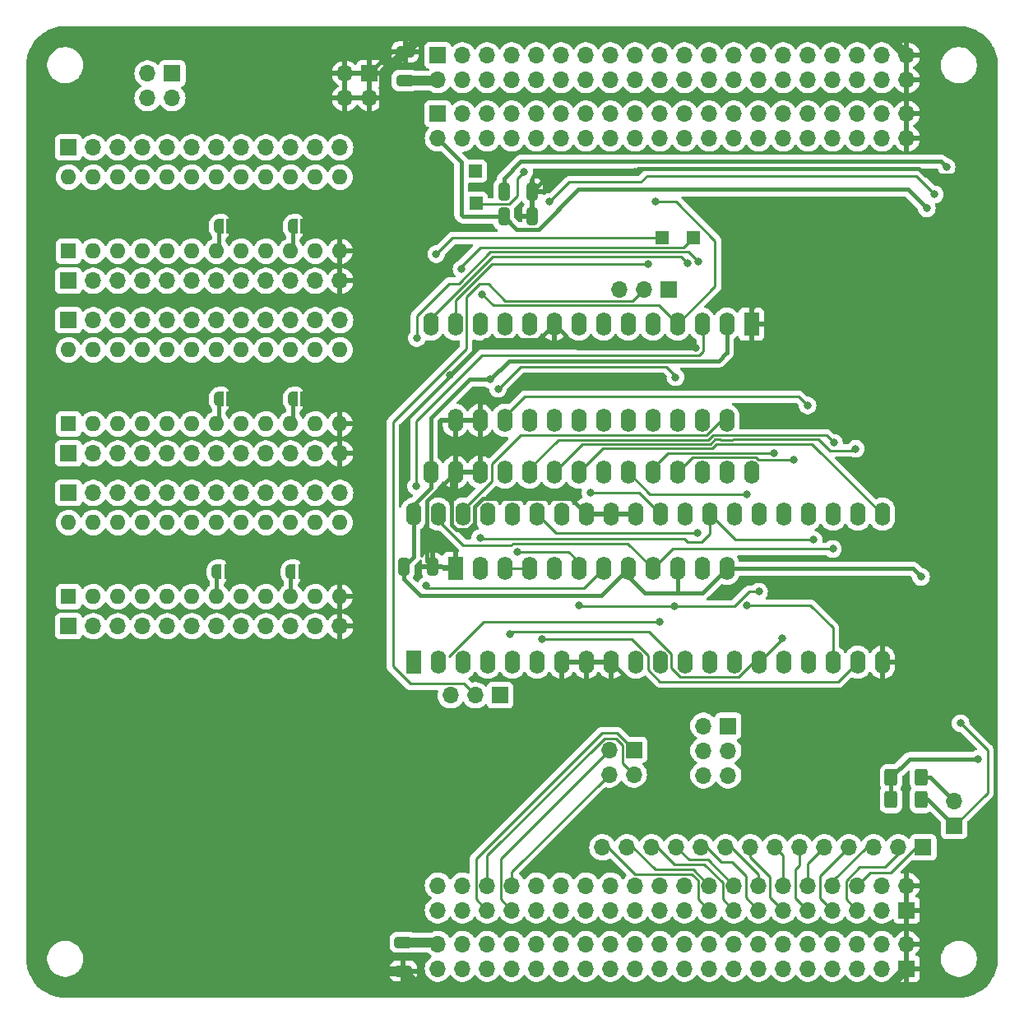
<source format=gbr>
%TF.GenerationSoftware,KiCad,Pcbnew,8.0.5-8.0.5-0~ubuntu22.04.1*%
%TF.CreationDate,2024-10-05T20:40:55+02:00*%
%TF.ProjectId,MOT_SerialBoard,4d4f545f-5365-4726-9961-6c426f617264,rev?*%
%TF.SameCoordinates,Original*%
%TF.FileFunction,Copper,L2,Bot*%
%TF.FilePolarity,Positive*%
%FSLAX46Y46*%
G04 Gerber Fmt 4.6, Leading zero omitted, Abs format (unit mm)*
G04 Created by KiCad (PCBNEW 8.0.5-8.0.5-0~ubuntu22.04.1) date 2024-10-05 20:40:55*
%MOMM*%
%LPD*%
G01*
G04 APERTURE LIST*
G04 Aperture macros list*
%AMRoundRect*
0 Rectangle with rounded corners*
0 $1 Rounding radius*
0 $2 $3 $4 $5 $6 $7 $8 $9 X,Y pos of 4 corners*
0 Add a 4 corners polygon primitive as box body*
4,1,4,$2,$3,$4,$5,$6,$7,$8,$9,$2,$3,0*
0 Add four circle primitives for the rounded corners*
1,1,$1+$1,$2,$3*
1,1,$1+$1,$4,$5*
1,1,$1+$1,$6,$7*
1,1,$1+$1,$8,$9*
0 Add four rect primitives between the rounded corners*
20,1,$1+$1,$2,$3,$4,$5,0*
20,1,$1+$1,$4,$5,$6,$7,0*
20,1,$1+$1,$6,$7,$8,$9,0*
20,1,$1+$1,$8,$9,$2,$3,0*%
%AMFreePoly0*
4,1,19,0.500000,-0.750000,0.000000,-0.750000,0.000000,-0.744911,-0.071157,-0.744911,-0.207708,-0.704816,-0.327430,-0.627875,-0.420627,-0.520320,-0.479746,-0.390866,-0.500000,-0.250000,-0.500000,0.250000,-0.479746,0.390866,-0.420627,0.520320,-0.327430,0.627875,-0.207708,0.704816,-0.071157,0.744911,0.000000,0.744911,0.000000,0.750000,0.500000,0.750000,0.500000,-0.750000,0.500000,-0.750000,
$1*%
%AMFreePoly1*
4,1,19,0.000000,0.744911,0.071157,0.744911,0.207708,0.704816,0.327430,0.627875,0.420627,0.520320,0.479746,0.390866,0.500000,0.250000,0.500000,-0.250000,0.479746,-0.390866,0.420627,-0.520320,0.327430,-0.627875,0.207708,-0.704816,0.071157,-0.744911,0.000000,-0.744911,0.000000,-0.750000,-0.500000,-0.750000,-0.500000,0.750000,0.000000,0.750000,0.000000,0.744911,0.000000,0.744911,
$1*%
G04 Aperture macros list end*
%TA.AperFunction,SMDPad,CuDef*%
%ADD10FreePoly0,180.000000*%
%TD*%
%TA.AperFunction,SMDPad,CuDef*%
%ADD11FreePoly1,180.000000*%
%TD*%
%TA.AperFunction,ComponentPad*%
%ADD12R,1.700000X1.700000*%
%TD*%
%TA.AperFunction,ComponentPad*%
%ADD13O,1.700000X1.700000*%
%TD*%
%TA.AperFunction,ComponentPad*%
%ADD14R,1.600000X1.600000*%
%TD*%
%TA.AperFunction,ComponentPad*%
%ADD15O,1.600000X1.600000*%
%TD*%
%TA.AperFunction,ComponentPad*%
%ADD16R,1.600000X2.400000*%
%TD*%
%TA.AperFunction,ComponentPad*%
%ADD17O,1.600000X2.400000*%
%TD*%
%TA.AperFunction,ComponentPad*%
%ADD18R,1.350000X1.350000*%
%TD*%
%TA.AperFunction,SMDPad,CuDef*%
%ADD19RoundRect,0.250000X-0.650000X0.325000X-0.650000X-0.325000X0.650000X-0.325000X0.650000X0.325000X0*%
%TD*%
%TA.AperFunction,SMDPad,CuDef*%
%ADD20RoundRect,0.250000X-0.400000X-0.625000X0.400000X-0.625000X0.400000X0.625000X-0.400000X0.625000X0*%
%TD*%
%TA.AperFunction,SMDPad,CuDef*%
%ADD21RoundRect,0.250000X-0.325000X-0.650000X0.325000X-0.650000X0.325000X0.650000X-0.325000X0.650000X0*%
%TD*%
%TA.AperFunction,SMDPad,CuDef*%
%ADD22RoundRect,0.250000X0.650000X-0.325000X0.650000X0.325000X-0.650000X0.325000X-0.650000X-0.325000X0*%
%TD*%
%TA.AperFunction,ViaPad*%
%ADD23C,0.800000*%
%TD*%
%TA.AperFunction,Conductor*%
%ADD24C,0.250000*%
%TD*%
%TA.AperFunction,Conductor*%
%ADD25C,0.400000*%
%TD*%
%TA.AperFunction,Conductor*%
%ADD26C,1.000000*%
%TD*%
G04 APERTURE END LIST*
D10*
%TO.P,JP12,1,A*%
%TO.N,GND*%
X78740000Y-88392000D03*
D11*
%TO.P,JP12,2,B*%
%TO.N,Net-(J14-Pin_10)*%
X77440000Y-88392000D03*
%TD*%
D10*
%TO.P,JP11,1,A*%
%TO.N,GND*%
X71120000Y-88392000D03*
D11*
%TO.P,JP11,2,B*%
%TO.N,Net-(J14-Pin_7)*%
X69820000Y-88392000D03*
%TD*%
%TO.P,JP10,2,B*%
%TO.N,Net-(J12-Pin_10)*%
X77216000Y-106166000D03*
D10*
%TO.P,JP10,1,A*%
%TO.N,GND*%
X78516000Y-106166000D03*
%TD*%
D11*
%TO.P,JP7,2,B*%
%TO.N,Net-(J12-Pin_7)*%
X69596000Y-106172000D03*
D10*
%TO.P,JP7,1,A*%
%TO.N,GND*%
X70896000Y-106172000D03*
%TD*%
D12*
%TO.P,J16,1,Pin_1*%
%TO.N,+5V*%
X54356000Y-80264000D03*
D13*
%TO.P,J16,2,Pin_2*%
%TO.N,Net-(J15-Pin_23)*%
X56896000Y-80264000D03*
%TO.P,J16,3,Pin_3*%
%TO.N,Net-(J15-Pin_22)*%
X59436000Y-80264000D03*
%TO.P,J16,4,Pin_4*%
%TO.N,Net-(J15-Pin_21)*%
X61976000Y-80264000D03*
%TO.P,J16,5,Pin_5*%
%TO.N,Net-(J15-Pin_20)*%
X64516000Y-80264000D03*
%TO.P,J16,6,Pin_6*%
%TO.N,Net-(J15-Pin_19)*%
X67056000Y-80264000D03*
%TO.P,J16,7,Pin_7*%
%TO.N,Net-(J15-Pin_18)*%
X69596000Y-80264000D03*
%TO.P,J16,8,Pin_8*%
%TO.N,Net-(J15-Pin_17)*%
X72136000Y-80264000D03*
%TO.P,J16,9,Pin_9*%
%TO.N,Net-(J15-Pin_16)*%
X74676000Y-80264000D03*
%TO.P,J16,10,Pin_10*%
%TO.N,Net-(J15-Pin_15)*%
X77216000Y-80264000D03*
%TO.P,J16,11,Pin_11*%
%TO.N,Net-(J15-Pin_14)*%
X79756000Y-80264000D03*
%TO.P,J16,12,Pin_12*%
%TO.N,Net-(J15-Pin_13)*%
X82296000Y-80264000D03*
%TD*%
D14*
%TO.P,J15,1,Pin_1*%
%TO.N,Net-(J14-Pin_1)*%
X54356000Y-90932000D03*
D15*
%TO.P,J15,2,Pin_2*%
%TO.N,Net-(J14-Pin_2)*%
X56896000Y-90932000D03*
%TO.P,J15,3,Pin_3*%
%TO.N,Net-(J14-Pin_3)*%
X59436000Y-90932000D03*
%TO.P,J15,4,Pin_4*%
%TO.N,Net-(J14-Pin_4)*%
X61976000Y-90932000D03*
%TO.P,J15,5,Pin_5*%
%TO.N,Net-(J14-Pin_5)*%
X64516000Y-90932000D03*
%TO.P,J15,6,Pin_6*%
%TO.N,Net-(J14-Pin_6)*%
X67056000Y-90932000D03*
%TO.P,J15,7,Pin_7*%
%TO.N,Net-(J14-Pin_7)*%
X69596000Y-90932000D03*
%TO.P,J15,8,Pin_8*%
%TO.N,Net-(J14-Pin_8)*%
X72136000Y-90932000D03*
%TO.P,J15,9,Pin_9*%
%TO.N,Net-(J14-Pin_9)*%
X74676000Y-90932000D03*
%TO.P,J15,10,Pin_10*%
%TO.N,Net-(J14-Pin_10)*%
X77216000Y-90932000D03*
%TO.P,J15,11,Pin_11*%
%TO.N,Net-(J14-Pin_11)*%
X79756000Y-90932000D03*
%TO.P,J15,12,Pin_12*%
%TO.N,GND*%
X82296000Y-90932000D03*
%TO.P,J15,13,Pin_13*%
%TO.N,Net-(J15-Pin_13)*%
X82296000Y-83312000D03*
%TO.P,J15,14,Pin_14*%
%TO.N,Net-(J15-Pin_14)*%
X79756000Y-83312000D03*
%TO.P,J15,15,Pin_15*%
%TO.N,Net-(J15-Pin_15)*%
X77216000Y-83312000D03*
%TO.P,J15,16,Pin_16*%
%TO.N,Net-(J15-Pin_16)*%
X74676000Y-83312000D03*
%TO.P,J15,17,Pin_17*%
%TO.N,Net-(J15-Pin_17)*%
X72136000Y-83312000D03*
%TO.P,J15,18,Pin_18*%
%TO.N,Net-(J15-Pin_18)*%
X69596000Y-83312000D03*
%TO.P,J15,19,Pin_19*%
%TO.N,Net-(J15-Pin_19)*%
X67056000Y-83312000D03*
%TO.P,J15,20,Pin_20*%
%TO.N,Net-(J15-Pin_20)*%
X64516000Y-83312000D03*
%TO.P,J15,21,Pin_21*%
%TO.N,Net-(J15-Pin_21)*%
X61976000Y-83312000D03*
%TO.P,J15,22,Pin_22*%
%TO.N,Net-(J15-Pin_22)*%
X59436000Y-83312000D03*
%TO.P,J15,23,Pin_23*%
%TO.N,Net-(J15-Pin_23)*%
X56896000Y-83312000D03*
%TO.P,J15,24,Pin_24*%
%TO.N,+5V*%
X54356000Y-83312000D03*
%TD*%
D12*
%TO.P,J14,1,Pin_1*%
%TO.N,Net-(J14-Pin_1)*%
X54356000Y-93980000D03*
D13*
%TO.P,J14,2,Pin_2*%
%TO.N,Net-(J14-Pin_2)*%
X56896000Y-93980000D03*
%TO.P,J14,3,Pin_3*%
%TO.N,Net-(J14-Pin_3)*%
X59436000Y-93980000D03*
%TO.P,J14,4,Pin_4*%
%TO.N,Net-(J14-Pin_4)*%
X61976000Y-93980000D03*
%TO.P,J14,5,Pin_5*%
%TO.N,Net-(J14-Pin_5)*%
X64516000Y-93980000D03*
%TO.P,J14,6,Pin_6*%
%TO.N,Net-(J14-Pin_6)*%
X67056000Y-93980000D03*
%TO.P,J14,7,Pin_7*%
%TO.N,Net-(J14-Pin_7)*%
X69596000Y-93980000D03*
%TO.P,J14,8,Pin_8*%
%TO.N,Net-(J14-Pin_8)*%
X72136000Y-93980000D03*
%TO.P,J14,9,Pin_9*%
%TO.N,Net-(J14-Pin_9)*%
X74676000Y-93980000D03*
%TO.P,J14,10,Pin_10*%
%TO.N,Net-(J14-Pin_10)*%
X77216000Y-93980000D03*
%TO.P,J14,11,Pin_11*%
%TO.N,Net-(J14-Pin_11)*%
X79756000Y-93980000D03*
%TO.P,J14,12,Pin_12*%
%TO.N,GND*%
X82296000Y-93980000D03*
%TD*%
D12*
%TO.P,J13,1,Pin_1*%
%TO.N,+5V*%
X54356000Y-98044000D03*
D13*
%TO.P,J13,2,Pin_2*%
%TO.N,Net-(J12-Pin_23)*%
X56896000Y-98044000D03*
%TO.P,J13,3,Pin_3*%
%TO.N,Net-(J12-Pin_22)*%
X59436000Y-98044000D03*
%TO.P,J13,4,Pin_4*%
%TO.N,Net-(J12-Pin_21)*%
X61976000Y-98044000D03*
%TO.P,J13,5,Pin_5*%
%TO.N,Net-(J12-Pin_20)*%
X64516000Y-98044000D03*
%TO.P,J13,6,Pin_6*%
%TO.N,Net-(J12-Pin_19)*%
X67056000Y-98044000D03*
%TO.P,J13,7,Pin_7*%
%TO.N,Net-(J12-Pin_18)*%
X69596000Y-98044000D03*
%TO.P,J13,8,Pin_8*%
%TO.N,Net-(J12-Pin_17)*%
X72136000Y-98044000D03*
%TO.P,J13,9,Pin_9*%
%TO.N,Net-(J12-Pin_16)*%
X74676000Y-98044000D03*
%TO.P,J13,10,Pin_10*%
%TO.N,Net-(J12-Pin_15)*%
X77216000Y-98044000D03*
%TO.P,J13,11,Pin_11*%
%TO.N,Net-(J12-Pin_14)*%
X79756000Y-98044000D03*
%TO.P,J13,12,Pin_12*%
%TO.N,Net-(J12-Pin_13)*%
X82296000Y-98044000D03*
%TD*%
D14*
%TO.P,J12,1,Pin_1*%
%TO.N,Net-(J12-Pin_1)*%
X54356000Y-108712000D03*
D15*
%TO.P,J12,2,Pin_2*%
%TO.N,Net-(J12-Pin_2)*%
X56896000Y-108712000D03*
%TO.P,J12,3,Pin_3*%
%TO.N,Net-(J12-Pin_3)*%
X59436000Y-108712000D03*
%TO.P,J12,4,Pin_4*%
%TO.N,Net-(J12-Pin_4)*%
X61976000Y-108712000D03*
%TO.P,J12,5,Pin_5*%
%TO.N,Net-(J12-Pin_5)*%
X64516000Y-108712000D03*
%TO.P,J12,6,Pin_6*%
%TO.N,Net-(J12-Pin_6)*%
X67056000Y-108712000D03*
%TO.P,J12,7,Pin_7*%
%TO.N,Net-(J12-Pin_7)*%
X69596000Y-108712000D03*
%TO.P,J12,8,Pin_8*%
%TO.N,Net-(J12-Pin_8)*%
X72136000Y-108712000D03*
%TO.P,J12,9,Pin_9*%
%TO.N,Net-(J12-Pin_9)*%
X74676000Y-108712000D03*
%TO.P,J12,10,Pin_10*%
%TO.N,Net-(J12-Pin_10)*%
X77216000Y-108712000D03*
%TO.P,J12,11,Pin_11*%
%TO.N,Net-(J12-Pin_11)*%
X79756000Y-108712000D03*
%TO.P,J12,12,Pin_12*%
%TO.N,GND*%
X82296000Y-108712000D03*
%TO.P,J12,13,Pin_13*%
%TO.N,Net-(J12-Pin_13)*%
X82296000Y-101092000D03*
%TO.P,J12,14,Pin_14*%
%TO.N,Net-(J12-Pin_14)*%
X79756000Y-101092000D03*
%TO.P,J12,15,Pin_15*%
%TO.N,Net-(J12-Pin_15)*%
X77216000Y-101092000D03*
%TO.P,J12,16,Pin_16*%
%TO.N,Net-(J12-Pin_16)*%
X74676000Y-101092000D03*
%TO.P,J12,17,Pin_17*%
%TO.N,Net-(J12-Pin_17)*%
X72136000Y-101092000D03*
%TO.P,J12,18,Pin_18*%
%TO.N,Net-(J12-Pin_18)*%
X69596000Y-101092000D03*
%TO.P,J12,19,Pin_19*%
%TO.N,Net-(J12-Pin_19)*%
X67056000Y-101092000D03*
%TO.P,J12,20,Pin_20*%
%TO.N,Net-(J12-Pin_20)*%
X64516000Y-101092000D03*
%TO.P,J12,21,Pin_21*%
%TO.N,Net-(J12-Pin_21)*%
X61976000Y-101092000D03*
%TO.P,J12,22,Pin_22*%
%TO.N,Net-(J12-Pin_22)*%
X59436000Y-101092000D03*
%TO.P,J12,23,Pin_23*%
%TO.N,Net-(J12-Pin_23)*%
X56896000Y-101092000D03*
%TO.P,J12,24,Pin_24*%
%TO.N,+5V*%
X54356000Y-101092000D03*
%TD*%
D12*
%TO.P,J7,1,Pin_1*%
%TO.N,Net-(J12-Pin_1)*%
X54356000Y-111760000D03*
D13*
%TO.P,J7,2,Pin_2*%
%TO.N,Net-(J12-Pin_2)*%
X56896000Y-111760000D03*
%TO.P,J7,3,Pin_3*%
%TO.N,Net-(J12-Pin_3)*%
X59436000Y-111760000D03*
%TO.P,J7,4,Pin_4*%
%TO.N,Net-(J12-Pin_4)*%
X61976000Y-111760000D03*
%TO.P,J7,5,Pin_5*%
%TO.N,Net-(J12-Pin_5)*%
X64516000Y-111760000D03*
%TO.P,J7,6,Pin_6*%
%TO.N,Net-(J12-Pin_6)*%
X67056000Y-111760000D03*
%TO.P,J7,7,Pin_7*%
%TO.N,Net-(J12-Pin_7)*%
X69596000Y-111760000D03*
%TO.P,J7,8,Pin_8*%
%TO.N,Net-(J12-Pin_8)*%
X72136000Y-111760000D03*
%TO.P,J7,9,Pin_9*%
%TO.N,Net-(J12-Pin_9)*%
X74676000Y-111760000D03*
%TO.P,J7,10,Pin_10*%
%TO.N,Net-(J12-Pin_10)*%
X77216000Y-111760000D03*
%TO.P,J7,11,Pin_11*%
%TO.N,Net-(J12-Pin_11)*%
X79756000Y-111760000D03*
%TO.P,J7,12,Pin_12*%
%TO.N,GND*%
X82296000Y-111760000D03*
%TD*%
D10*
%TO.P,JP6,1,A*%
%TO.N,GND*%
X78740000Y-70612000D03*
D11*
%TO.P,JP6,2,B*%
%TO.N,Net-(J29-Pin_10)*%
X77440000Y-70612000D03*
%TD*%
D10*
%TO.P,JP5,1,A*%
%TO.N,GND*%
X71120000Y-70612000D03*
D11*
%TO.P,JP5,2,B*%
%TO.N,Net-(J29-Pin_7)*%
X69820000Y-70612000D03*
%TD*%
D12*
%TO.P,J37,1,Pin_1*%
%TO.N,+5V*%
X54356000Y-62484000D03*
D13*
%TO.P,J37,2,Pin_2*%
%TO.N,Net-(J35-Pin_23)*%
X56896000Y-62484000D03*
%TO.P,J37,3,Pin_3*%
%TO.N,Net-(J35-Pin_22)*%
X59436000Y-62484000D03*
%TO.P,J37,4,Pin_4*%
%TO.N,Net-(J35-Pin_21)*%
X61976000Y-62484000D03*
%TO.P,J37,5,Pin_5*%
%TO.N,Net-(J35-Pin_20)*%
X64516000Y-62484000D03*
%TO.P,J37,6,Pin_6*%
%TO.N,Net-(J35-Pin_19)*%
X67056000Y-62484000D03*
%TO.P,J37,7,Pin_7*%
%TO.N,Net-(J35-Pin_18)*%
X69596000Y-62484000D03*
%TO.P,J37,8,Pin_8*%
%TO.N,Net-(J35-Pin_17)*%
X72136000Y-62484000D03*
%TO.P,J37,9,Pin_9*%
%TO.N,Net-(J35-Pin_16)*%
X74676000Y-62484000D03*
%TO.P,J37,10,Pin_10*%
%TO.N,Net-(J35-Pin_15)*%
X77216000Y-62484000D03*
%TO.P,J37,11,Pin_11*%
%TO.N,Net-(J35-Pin_14)*%
X79756000Y-62484000D03*
%TO.P,J37,12,Pin_12*%
%TO.N,Net-(J35-Pin_13)*%
X82296000Y-62484000D03*
%TD*%
D12*
%TO.P,J27,1,Pin_1*%
%TO.N,/TX0*%
X112531000Y-124479000D03*
D13*
%TO.P,J27,2,Pin_2*%
%TO.N,/TX1*%
X109991000Y-124479000D03*
%TO.P,J27,3,Pin_3*%
%TO.N,/RX0*%
X112531000Y-127019000D03*
%TO.P,J27,4,Pin_4*%
%TO.N,/RX1*%
X109991000Y-127019000D03*
%TD*%
D12*
%TO.P,J30,1,Pin_1*%
%TO.N,+5V*%
X65024000Y-54864000D03*
D13*
%TO.P,J30,2,Pin_2*%
X62484000Y-54864000D03*
%TO.P,J30,3,Pin_3*%
X65024000Y-57404000D03*
%TO.P,J30,4,Pin_4*%
X62484000Y-57404000D03*
%TD*%
D12*
%TO.P,J1,1,Pin_1*%
%TO.N,+5V*%
X92367000Y-53000000D03*
D13*
%TO.P,J1,2,Pin_2*%
X92367000Y-55540000D03*
%TO.P,J1,3,Pin_3*%
%TO.N,/PHI1_e*%
X94907000Y-53000000D03*
%TO.P,J1,4,Pin_4*%
%TO.N,/PHI2_e*%
X94907000Y-55540000D03*
%TO.P,J1,5,Pin_5*%
%TO.N,/~{IORD}*%
X97447000Y-53000000D03*
%TO.P,J1,6,Pin_6*%
%TO.N,/R{slash}~{W}_e*%
X97447000Y-55540000D03*
%TO.P,J1,7,Pin_7*%
%TO.N,/~{MRD}*%
X99987000Y-53000000D03*
%TO.P,J1,8,Pin_8*%
%TO.N,/~{MWR}*%
X99987000Y-55540000D03*
%TO.P,J1,9,Pin_9*%
%TO.N,/~{IOWR}*%
X102527000Y-53000000D03*
%TO.P,J1,10,Pin_10*%
%TO.N,/Bus/DB0*%
X102527000Y-55540000D03*
%TO.P,J1,11,Pin_11*%
%TO.N,/Bus/DB1*%
X105067000Y-53000000D03*
%TO.P,J1,12,Pin_12*%
%TO.N,/Bus/DB2*%
X105067000Y-55540000D03*
%TO.P,J1,13,Pin_13*%
%TO.N,/Bus/DB3*%
X107607000Y-53000000D03*
%TO.P,J1,14,Pin_14*%
%TO.N,/Bus/DB4*%
X107607000Y-55540000D03*
%TO.P,J1,15,Pin_15*%
%TO.N,/Bus/DB5*%
X110147000Y-53000000D03*
%TO.P,J1,16,Pin_16*%
%TO.N,/Bus/DB6*%
X110147000Y-55540000D03*
%TO.P,J1,17,Pin_17*%
%TO.N,/Bus/DB7*%
X112687000Y-53000000D03*
%TO.P,J1,18,Pin_18*%
%TO.N,/~{RST}*%
X112687000Y-55540000D03*
%TO.P,J1,19,Pin_19*%
%TO.N,/A0*%
X115227000Y-53000000D03*
%TO.P,J1,20,Pin_20*%
%TO.N,/A1*%
X115227000Y-55540000D03*
%TO.P,J1,21,Pin_21*%
%TO.N,/A2*%
X117767000Y-53000000D03*
%TO.P,J1,22,Pin_22*%
%TO.N,/A3*%
X117767000Y-55540000D03*
%TO.P,J1,23,Pin_23*%
%TO.N,/A4*%
X120307000Y-53000000D03*
%TO.P,J1,24,Pin_24*%
%TO.N,/A5*%
X120307000Y-55540000D03*
%TO.P,J1,25,Pin_25*%
%TO.N,/A6*%
X122847000Y-53000000D03*
%TO.P,J1,26,Pin_26*%
%TO.N,/A7*%
X122847000Y-55540000D03*
%TO.P,J1,27,Pin_27*%
%TO.N,/A8*%
X125387000Y-53000000D03*
%TO.P,J1,28,Pin_28*%
%TO.N,/A9*%
X125387000Y-55540000D03*
%TO.P,J1,29,Pin_29*%
%TO.N,/A10*%
X127927000Y-53000000D03*
%TO.P,J1,30,Pin_30*%
%TO.N,/A11*%
X127927000Y-55540000D03*
%TO.P,J1,31,Pin_31*%
%TO.N,/A12*%
X130467000Y-53000000D03*
%TO.P,J1,32,Pin_32*%
%TO.N,/A13*%
X130467000Y-55540000D03*
%TO.P,J1,33,Pin_33*%
%TO.N,/A14*%
X133007000Y-53000000D03*
%TO.P,J1,34,Pin_34*%
%TO.N,/A15*%
X133007000Y-55540000D03*
%TO.P,J1,35,Pin_35*%
%TO.N,/A16*%
X135547000Y-53000000D03*
%TO.P,J1,36,Pin_36*%
%TO.N,/A17*%
X135547000Y-55540000D03*
%TO.P,J1,37,Pin_37*%
%TO.N,/A18*%
X138087000Y-53000000D03*
%TO.P,J1,38,Pin_38*%
%TO.N,/A19*%
X138087000Y-55540000D03*
%TO.P,J1,39,Pin_39*%
%TO.N,GND*%
X140627000Y-53000000D03*
%TO.P,J1,40,Pin_40*%
X140627000Y-55540000D03*
%TD*%
D16*
%TO.P,U1,1,VSS*%
%TO.N,GND*%
X124648000Y-80674800D03*
D17*
%TO.P,U1,2,CS1*%
%TO.N,+5V*%
X122108000Y-80674800D03*
%TO.P,U1,3,~{CS2}*%
%TO.N,/~{CE0}*%
X119568000Y-80674800D03*
%TO.P,U1,4,~{RES}*%
%TO.N,/~{RST}*%
X117028000Y-80674800D03*
%TO.P,U1,5,RxC*%
%TO.N,Net-(JP1-A)*%
X114488000Y-80674800D03*
%TO.P,U1,6,XTAL1*%
%TO.N,Net-(JP1-B)*%
X111948000Y-80674800D03*
%TO.P,U1,7,XTAL2*%
%TO.N,unconnected-(U1-XTAL2-Pad7)*%
X109408000Y-80674800D03*
%TO.P,U1,8,~{RTS}*%
%TO.N,/~{RTS0}*%
X106868000Y-80674800D03*
%TO.P,U1,9,~{CTS}*%
%TO.N,GND*%
X104328000Y-80674800D03*
%TO.P,U1,10,TxD*%
%TO.N,/TX0A*%
X101788000Y-80674800D03*
%TO.P,U1,11,~{DTR}*%
%TO.N,unconnected-(U1-~{DTR}-Pad11)*%
X99248000Y-80674800D03*
%TO.P,U1,12,RxD*%
%TO.N,/RX0A*%
X96708000Y-80674800D03*
%TO.P,U1,13,RS0*%
%TO.N,/A0*%
X94168000Y-80674800D03*
%TO.P,U1,14,RS1*%
%TO.N,/A1*%
X91628000Y-80674800D03*
%TO.P,U1,15,VCC*%
%TO.N,+5V*%
X91628000Y-95914800D03*
%TO.P,U1,16,~{DCD}*%
%TO.N,GND*%
X94168000Y-95914800D03*
%TO.P,U1,17,~{DSR}*%
X96708000Y-95914800D03*
%TO.P,U1,18,D0*%
%TO.N,/D0*%
X99248000Y-95914800D03*
%TO.P,U1,19,D1*%
%TO.N,/D1*%
X101788000Y-95914800D03*
%TO.P,U1,20,D2*%
%TO.N,/D2*%
X104328000Y-95914800D03*
%TO.P,U1,21,D3*%
%TO.N,/D3*%
X106868000Y-95914800D03*
%TO.P,U1,22,D4*%
%TO.N,/D4*%
X109408000Y-95914800D03*
%TO.P,U1,23,D5*%
%TO.N,/D5*%
X111948000Y-95914800D03*
%TO.P,U1,24,D6*%
%TO.N,/D6*%
X114488000Y-95914800D03*
%TO.P,U1,25,D7*%
%TO.N,/D7*%
X117028000Y-95914800D03*
%TO.P,U1,26,~{IRQ}*%
%TO.N,/~{IRQ}*%
X119568000Y-95914800D03*
%TO.P,U1,27,\u03D52*%
%TO.N,/E*%
X122108000Y-95914800D03*
%TO.P,U1,28,R/~{W}*%
%TO.N,/RW*%
X124648000Y-95914800D03*
%TD*%
D12*
%TO.P,J4,1,Pin_1*%
%TO.N,GND*%
X140627000Y-141000000D03*
D13*
%TO.P,J4,2,Pin_2*%
X140627000Y-138460000D03*
%TO.P,J4,3,Pin_3*%
%TO.N,+3V3*%
X138087000Y-141000000D03*
%TO.P,J4,4,Pin_4*%
X138087000Y-138460000D03*
%TO.P,J4,5,Pin_5*%
%TO.N,/Bus/~{CE_EXT1}*%
X135547000Y-141000000D03*
%TO.P,J4,6,Pin_6*%
%TO.N,/Bus/~{CE_EXT0}*%
X135547000Y-138460000D03*
%TO.P,J4,7,Pin_7*%
%TO.N,/Bus/~{CE_EXT3}*%
X133007000Y-141000000D03*
%TO.P,J4,8,Pin_8*%
%TO.N,/Bus/~{CE_EXT2}*%
X133007000Y-138460000D03*
%TO.P,J4,9,Pin_9*%
%TO.N,/Bus/~{CE_EXT5}*%
X130467000Y-141000000D03*
%TO.P,J4,10,Pin_10*%
%TO.N,/Bus/~{CE_EXT4}*%
X130467000Y-138460000D03*
%TO.P,J4,11,Pin_11*%
%TO.N,/Bus/~{CE_EXT7}*%
X127927000Y-141000000D03*
%TO.P,J4,12,Pin_12*%
%TO.N,/Bus/~{CE_EXT6}*%
X127927000Y-138460000D03*
%TO.P,J4,13,Pin_13*%
%TO.N,/Bus/~{CE_EXT9}*%
X125387000Y-141000000D03*
%TO.P,J4,14,Pin_14*%
%TO.N,/Bus/~{CE_EXT8}*%
X125387000Y-138460000D03*
%TO.P,J4,15,Pin_15*%
%TO.N,/Bus/~{CE_EXT11}*%
X122847000Y-141000000D03*
%TO.P,J4,16,Pin_16*%
%TO.N,/Bus/~{CE_EXT10}*%
X122847000Y-138460000D03*
%TO.P,J4,17,Pin_17*%
%TO.N,/Bus/~{CE_EXT13}*%
X120307000Y-141000000D03*
%TO.P,J4,18,Pin_18*%
%TO.N,/Bus/~{CE_EXT12}*%
X120307000Y-138460000D03*
%TO.P,J4,19,Pin_19*%
%TO.N,/RES4*%
X117767000Y-141000000D03*
%TO.P,J4,20,Pin_20*%
%TO.N,/RES5*%
X117767000Y-138460000D03*
%TO.P,J4,21,Pin_21*%
%TO.N,/RES2*%
X115227000Y-141000000D03*
%TO.P,J4,22,Pin_22*%
%TO.N,/RES3*%
X115227000Y-138460000D03*
%TO.P,J4,23,Pin_23*%
%TO.N,/RES0*%
X112687000Y-141000000D03*
%TO.P,J4,24,Pin_24*%
%TO.N,/RES1*%
X112687000Y-138460000D03*
%TO.P,J4,25,Pin_25*%
%TO.N,/CLK1*%
X110147000Y-141000000D03*
%TO.P,J4,26,Pin_26*%
%TO.N,/~{BUSFREE}*%
X110147000Y-138460000D03*
%TO.P,J4,27,Pin_27*%
%TO.N,/CLKF*%
X107607000Y-141000000D03*
%TO.P,J4,28,Pin_28*%
%TO.N,/CLKS*%
X107607000Y-138460000D03*
%TO.P,J4,29,Pin_29*%
%TO.N,/~{PH0}*%
X105067000Y-141000000D03*
%TO.P,J4,30,Pin_30*%
%TO.N,/PH0*%
X105067000Y-138460000D03*
%TO.P,J4,31,Pin_31*%
%TO.N,/SDA*%
X102527000Y-141000000D03*
%TO.P,J4,32,Pin_32*%
%TO.N,/SCL*%
X102527000Y-138460000D03*
%TO.P,J4,33,Pin_33*%
%TO.N,/TX1*%
X99987000Y-141000000D03*
%TO.P,J4,34,Pin_34*%
%TO.N,/RX1*%
X99987000Y-138460000D03*
%TO.P,J4,35,Pin_35*%
%TO.N,/TX0*%
X97447000Y-141000000D03*
%TO.P,J4,36,Pin_36*%
%TO.N,/RX0*%
X97447000Y-138460000D03*
%TO.P,J4,37,Pin_37*%
%TO.N,/TXSTM*%
X94907000Y-141000000D03*
%TO.P,J4,38,Pin_38*%
%TO.N,/RXSTM*%
X94907000Y-138460000D03*
%TO.P,J4,39,Pin_39*%
%TO.N,+5VA*%
X92367000Y-141000000D03*
%TO.P,J4,40,Pin_40*%
X92367000Y-138460000D03*
%TD*%
D12*
%TO.P,J31,1,Pin_1*%
%TO.N,GND*%
X85344000Y-54864000D03*
D13*
%TO.P,J31,2,Pin_2*%
X82804000Y-54864000D03*
%TO.P,J31,3,Pin_3*%
X85344000Y-57404000D03*
%TO.P,J31,4,Pin_4*%
X82804000Y-57404000D03*
%TD*%
D12*
%TO.P,JP3,1,A*%
%TO.N,Net-(JP3-A)*%
X98775000Y-118875000D03*
D13*
%TO.P,JP3,2,C*%
%TO.N,/SERCLK*%
X96235000Y-118875000D03*
%TO.P,JP3,3,B*%
%TO.N,Net-(JP3-B)*%
X93695000Y-118875000D03*
%TD*%
D12*
%TO.P,J29,1,Pin_1*%
%TO.N,Net-(J29-Pin_1)*%
X54356000Y-76200000D03*
D13*
%TO.P,J29,2,Pin_2*%
%TO.N,Net-(J29-Pin_2)*%
X56896000Y-76200000D03*
%TO.P,J29,3,Pin_3*%
%TO.N,Net-(J29-Pin_3)*%
X59436000Y-76200000D03*
%TO.P,J29,4,Pin_4*%
%TO.N,Net-(J29-Pin_4)*%
X61976000Y-76200000D03*
%TO.P,J29,5,Pin_5*%
%TO.N,Net-(J29-Pin_5)*%
X64516000Y-76200000D03*
%TO.P,J29,6,Pin_6*%
%TO.N,Net-(J29-Pin_6)*%
X67056000Y-76200000D03*
%TO.P,J29,7,Pin_7*%
%TO.N,Net-(J29-Pin_7)*%
X69596000Y-76200000D03*
%TO.P,J29,8,Pin_8*%
%TO.N,Net-(J29-Pin_8)*%
X72136000Y-76200000D03*
%TO.P,J29,9,Pin_9*%
%TO.N,Net-(J29-Pin_9)*%
X74676000Y-76200000D03*
%TO.P,J29,10,Pin_10*%
%TO.N,Net-(J29-Pin_10)*%
X77216000Y-76200000D03*
%TO.P,J29,11,Pin_11*%
%TO.N,Net-(J29-Pin_11)*%
X79756000Y-76200000D03*
%TO.P,J29,12,Pin_12*%
%TO.N,GND*%
X82296000Y-76200000D03*
%TD*%
D18*
%TO.P,J10,1,Pin_1*%
%TO.N,/Bus/~{DOE}*%
X96300000Y-68200000D03*
%TD*%
D12*
%TO.P,J6,1,Pin_1*%
%TO.N,/RX1A*%
X122250000Y-122020000D03*
D13*
%TO.P,J6,2,Pin_2*%
%TO.N,/TX0A*%
X119710000Y-122020000D03*
%TO.P,J6,3,Pin_3*%
%TO.N,/~{RTS1}*%
X122250000Y-124560000D03*
%TO.P,J6,4,Pin_4*%
%TO.N,/TX1A*%
X119710000Y-124560000D03*
%TO.P,J6,5,Pin_5*%
%TO.N,/~{RTS0}*%
X122250000Y-127100000D03*
%TO.P,J6,6,Pin_6*%
%TO.N,/RX0A*%
X119710000Y-127100000D03*
%TD*%
D18*
%TO.P,J5,1,Pin_1*%
%TO.N,/R{slash}~{W}_e*%
X96225000Y-64925000D03*
%TD*%
D12*
%TO.P,J26,1,Pin_1*%
%TO.N,/~{CE1}*%
X145517000Y-132314000D03*
D13*
%TO.P,J26,2,Pin_2*%
%TO.N,/~{CE0}*%
X145517000Y-129774000D03*
%TD*%
D12*
%TO.P,J2,1,Pin_1*%
%TO.N,GND*%
X140627000Y-147000000D03*
D13*
%TO.P,J2,2,Pin_2*%
X140627000Y-144460000D03*
%TO.P,J2,3,Pin_3*%
%TO.N,+3V3*%
X138087000Y-147000000D03*
%TO.P,J2,4,Pin_4*%
X138087000Y-144460000D03*
%TO.P,J2,5,Pin_5*%
%TO.N,/Bus/~{CE_EXT1}*%
X135547000Y-147000000D03*
%TO.P,J2,6,Pin_6*%
%TO.N,/Bus/~{CE_EXT0}*%
X135547000Y-144460000D03*
%TO.P,J2,7,Pin_7*%
%TO.N,/Bus/~{CE_EXT3}*%
X133007000Y-147000000D03*
%TO.P,J2,8,Pin_8*%
%TO.N,/Bus/~{CE_EXT2}*%
X133007000Y-144460000D03*
%TO.P,J2,9,Pin_9*%
%TO.N,/Bus/~{CE_EXT5}*%
X130467000Y-147000000D03*
%TO.P,J2,10,Pin_10*%
%TO.N,/Bus/~{CE_EXT4}*%
X130467000Y-144460000D03*
%TO.P,J2,11,Pin_11*%
%TO.N,/Bus/~{CE_EXT7}*%
X127927000Y-147000000D03*
%TO.P,J2,12,Pin_12*%
%TO.N,/Bus/~{CE_EXT6}*%
X127927000Y-144460000D03*
%TO.P,J2,13,Pin_13*%
%TO.N,/Bus/~{CE_EXT9}*%
X125387000Y-147000000D03*
%TO.P,J2,14,Pin_14*%
%TO.N,/Bus/~{CE_EXT8}*%
X125387000Y-144460000D03*
%TO.P,J2,15,Pin_15*%
%TO.N,/Bus/~{CE_EXT11}*%
X122847000Y-147000000D03*
%TO.P,J2,16,Pin_16*%
%TO.N,/Bus/~{CE_EXT10}*%
X122847000Y-144460000D03*
%TO.P,J2,17,Pin_17*%
%TO.N,/Bus/~{CE_EXT13}*%
X120307000Y-147000000D03*
%TO.P,J2,18,Pin_18*%
%TO.N,/Bus/~{CE_EXT12}*%
X120307000Y-144460000D03*
%TO.P,J2,19,Pin_19*%
%TO.N,/RES4*%
X117767000Y-147000000D03*
%TO.P,J2,20,Pin_20*%
%TO.N,/RES5*%
X117767000Y-144460000D03*
%TO.P,J2,21,Pin_21*%
%TO.N,/RES2*%
X115227000Y-147000000D03*
%TO.P,J2,22,Pin_22*%
%TO.N,/RES3*%
X115227000Y-144460000D03*
%TO.P,J2,23,Pin_23*%
%TO.N,/RES0*%
X112687000Y-147000000D03*
%TO.P,J2,24,Pin_24*%
%TO.N,/RES1*%
X112687000Y-144460000D03*
%TO.P,J2,25,Pin_25*%
%TO.N,/CLK1*%
X110147000Y-147000000D03*
%TO.P,J2,26,Pin_26*%
%TO.N,/~{BUSFREE}*%
X110147000Y-144460000D03*
%TO.P,J2,27,Pin_27*%
%TO.N,/CLKF*%
X107607000Y-147000000D03*
%TO.P,J2,28,Pin_28*%
%TO.N,/CLKS*%
X107607000Y-144460000D03*
%TO.P,J2,29,Pin_29*%
%TO.N,/~{PH0}*%
X105067000Y-147000000D03*
%TO.P,J2,30,Pin_30*%
%TO.N,/PH0*%
X105067000Y-144460000D03*
%TO.P,J2,31,Pin_31*%
%TO.N,/SDA*%
X102527000Y-147000000D03*
%TO.P,J2,32,Pin_32*%
%TO.N,/SCL*%
X102527000Y-144460000D03*
%TO.P,J2,33,Pin_33*%
%TO.N,/TX1*%
X99987000Y-147000000D03*
%TO.P,J2,34,Pin_34*%
%TO.N,/RX1*%
X99987000Y-144460000D03*
%TO.P,J2,35,Pin_35*%
%TO.N,/TX0*%
X97447000Y-147000000D03*
%TO.P,J2,36,Pin_36*%
%TO.N,/RX0*%
X97447000Y-144460000D03*
%TO.P,J2,37,Pin_37*%
%TO.N,/TXSTM*%
X94907000Y-147000000D03*
%TO.P,J2,38,Pin_38*%
%TO.N,/RXSTM*%
X94907000Y-144460000D03*
%TO.P,J2,39,Pin_39*%
%TO.N,+5VA*%
X92367000Y-147000000D03*
%TO.P,J2,40,Pin_40*%
X92367000Y-144460000D03*
%TD*%
D16*
%TO.P,U3,1,~{RES}*%
%TO.N,/~{RST}*%
X89855000Y-115477800D03*
D17*
%TO.P,U3,2,nc*%
%TO.N,unconnected-(U3-nc-Pad2)*%
X92395000Y-115477800D03*
%TO.P,U3,3,XTAL1*%
%TO.N,Net-(JP3-B)*%
X94935000Y-115477800D03*
%TO.P,U3,4,XTAL2*%
%TO.N,unconnected-(U3-XTAL2-Pad4)*%
X97475000Y-115477800D03*
%TO.P,U3,5,CLKOUT*%
%TO.N,unconnected-(U3-CLKOUT-Pad5)*%
X100015000Y-115477800D03*
%TO.P,U3,6,nc*%
%TO.N,unconnected-(U3-nc-Pad6)*%
X102555000Y-115477800D03*
%TO.P,U3,7,~{DSR2}*%
%TO.N,GND*%
X105095000Y-115477800D03*
%TO.P,U3,8,~{DCD2}*%
X107635000Y-115477800D03*
%TO.P,U3,9,~{CTS2}*%
X110175000Y-115477800D03*
%TO.P,U3,10,~{RTS2}*%
%TO.N,/~{RTS1}*%
X112715000Y-115477800D03*
%TO.P,U3,11,~{IRQ2}*%
%TO.N,/~{IRQ1}*%
X115255000Y-115477800D03*
%TO.P,U3,12,RxD2*%
%TO.N,/RX1A*%
X117795000Y-115477800D03*
%TO.P,U3,13,~{DTR2}*%
%TO.N,unconnected-(U3-~{DTR2}-Pad13)*%
X120335000Y-115477800D03*
%TO.P,U3,14,TxD2*%
%TO.N,/TX1A*%
X122875000Y-115477800D03*
%TO.P,U3,15,TxC*%
%TO.N,Net-(JP3-A)*%
X125415000Y-115477800D03*
%TO.P,U3,16,D7*%
%TO.N,/D7*%
X127955000Y-115477800D03*
%TO.P,U3,17,D6*%
%TO.N,/D6*%
X130495000Y-115477800D03*
%TO.P,U3,18,D5*%
%TO.N,/D5*%
X133035000Y-115477800D03*
%TO.P,U3,19,D4*%
%TO.N,/D4*%
X135575000Y-115477800D03*
%TO.P,U3,20,VSS*%
%TO.N,GND*%
X138115000Y-115477800D03*
%TO.P,U3,21,D3*%
%TO.N,/D3*%
X138115000Y-100237800D03*
%TO.P,U3,22,D2*%
%TO.N,/D2*%
X135575000Y-100237800D03*
%TO.P,U3,23,D1*%
%TO.N,/D1*%
X133035000Y-100237800D03*
%TO.P,U3,24,D0*%
%TO.N,/D0*%
X130495000Y-100237800D03*
%TO.P,U3,25,RxC*%
%TO.N,Net-(JP3-A)*%
X127955000Y-100237800D03*
%TO.P,U3,26,TxD1*%
%TO.N,/TX0A*%
X125415000Y-100237800D03*
%TO.P,U3,27,~{DTR1}*%
%TO.N,unconnected-(U3-~{DTR1}-Pad27)*%
X122875000Y-100237800D03*
%TO.P,U3,28,RxD1*%
%TO.N,/RX0A*%
X120335000Y-100237800D03*
%TO.P,U3,29,~{IRQ1}*%
%TO.N,/~{IRQ}*%
X117795000Y-100237800D03*
%TO.P,U3,30,~{RTS1}*%
%TO.N,/~{RTS0}*%
X115255000Y-100237800D03*
%TO.P,U3,31,~{CTS1}*%
%TO.N,GND*%
X112715000Y-100237800D03*
%TO.P,U3,32,~{DCD1}*%
X110175000Y-100237800D03*
%TO.P,U3,33,~{DSR1}*%
X107635000Y-100237800D03*
%TO.P,U3,34,nc*%
%TO.N,unconnected-(U3-nc-Pad34)*%
X105095000Y-100237800D03*
%TO.P,U3,35,RS0*%
%TO.N,/A0*%
X102555000Y-100237800D03*
%TO.P,U3,36,RS1*%
%TO.N,/A1*%
X100015000Y-100237800D03*
%TO.P,U3,37,RS2*%
%TO.N,/A2*%
X97475000Y-100237800D03*
%TO.P,U3,38,R/~{W}*%
%TO.N,/RW*%
X94935000Y-100237800D03*
%TO.P,U3,39,~{CS}*%
%TO.N,/~{CE0}*%
X92395000Y-100237800D03*
%TO.P,U3,40,VCC*%
%TO.N,+5V*%
X89855000Y-100237800D03*
%TD*%
D12*
%TO.P,J11,1,Pin_1*%
%TO.N,/Bus/~{CE_EXT0}*%
X142325000Y-134525000D03*
D13*
%TO.P,J11,2,Pin_2*%
%TO.N,/Bus/~{CE_EXT1}*%
X139785000Y-134525000D03*
%TO.P,J11,3,Pin_3*%
%TO.N,/Bus/~{CE_EXT2}*%
X137245000Y-134525000D03*
%TO.P,J11,4,Pin_4*%
%TO.N,/Bus/~{CE_EXT3}*%
X134705000Y-134525000D03*
%TO.P,J11,5,Pin_5*%
%TO.N,/Bus/~{CE_EXT4}*%
X132165000Y-134525000D03*
%TO.P,J11,6,Pin_6*%
%TO.N,/Bus/~{CE_EXT5}*%
X129625000Y-134525000D03*
%TO.P,J11,7,Pin_7*%
%TO.N,/Bus/~{CE_EXT6}*%
X127085000Y-134525000D03*
%TO.P,J11,8,Pin_8*%
%TO.N,/Bus/~{CE_EXT7}*%
X124545000Y-134525000D03*
%TO.P,J11,9,Pin_9*%
%TO.N,/Bus/~{CE_EXT8}*%
X122005000Y-134525000D03*
%TO.P,J11,10,Pin_10*%
%TO.N,/Bus/~{CE_EXT9}*%
X119465000Y-134525000D03*
%TO.P,J11,11,Pin_11*%
%TO.N,/Bus/~{CE_EXT10}*%
X116925000Y-134525000D03*
%TO.P,J11,12,Pin_12*%
%TO.N,/Bus/~{CE_EXT11}*%
X114385000Y-134525000D03*
%TO.P,J11,13,Pin_13*%
%TO.N,/Bus/~{CE_EXT12}*%
X111845000Y-134525000D03*
%TO.P,J11,14,Pin_14*%
%TO.N,/Bus/~{CE_EXT13}*%
X109305000Y-134525000D03*
%TD*%
D14*
%TO.P,J35,1,Pin_1*%
%TO.N,Net-(J29-Pin_1)*%
X54356000Y-73152000D03*
D15*
%TO.P,J35,2,Pin_2*%
%TO.N,Net-(J29-Pin_2)*%
X56896000Y-73152000D03*
%TO.P,J35,3,Pin_3*%
%TO.N,Net-(J29-Pin_3)*%
X59436000Y-73152000D03*
%TO.P,J35,4,Pin_4*%
%TO.N,Net-(J29-Pin_4)*%
X61976000Y-73152000D03*
%TO.P,J35,5,Pin_5*%
%TO.N,Net-(J29-Pin_5)*%
X64516000Y-73152000D03*
%TO.P,J35,6,Pin_6*%
%TO.N,Net-(J29-Pin_6)*%
X67056000Y-73152000D03*
%TO.P,J35,7,Pin_7*%
%TO.N,Net-(J29-Pin_7)*%
X69596000Y-73152000D03*
%TO.P,J35,8,Pin_8*%
%TO.N,Net-(J29-Pin_8)*%
X72136000Y-73152000D03*
%TO.P,J35,9,Pin_9*%
%TO.N,Net-(J29-Pin_9)*%
X74676000Y-73152000D03*
%TO.P,J35,10,Pin_10*%
%TO.N,Net-(J29-Pin_10)*%
X77216000Y-73152000D03*
%TO.P,J35,11,Pin_11*%
%TO.N,Net-(J29-Pin_11)*%
X79756000Y-73152000D03*
%TO.P,J35,12,Pin_12*%
%TO.N,GND*%
X82296000Y-73152000D03*
%TO.P,J35,13,Pin_13*%
%TO.N,Net-(J35-Pin_13)*%
X82296000Y-65532000D03*
%TO.P,J35,14,Pin_14*%
%TO.N,Net-(J35-Pin_14)*%
X79756000Y-65532000D03*
%TO.P,J35,15,Pin_15*%
%TO.N,Net-(J35-Pin_15)*%
X77216000Y-65532000D03*
%TO.P,J35,16,Pin_16*%
%TO.N,Net-(J35-Pin_16)*%
X74676000Y-65532000D03*
%TO.P,J35,17,Pin_17*%
%TO.N,Net-(J35-Pin_17)*%
X72136000Y-65532000D03*
%TO.P,J35,18,Pin_18*%
%TO.N,Net-(J35-Pin_18)*%
X69596000Y-65532000D03*
%TO.P,J35,19,Pin_19*%
%TO.N,Net-(J35-Pin_19)*%
X67056000Y-65532000D03*
%TO.P,J35,20,Pin_20*%
%TO.N,Net-(J35-Pin_20)*%
X64516000Y-65532000D03*
%TO.P,J35,21,Pin_21*%
%TO.N,Net-(J35-Pin_21)*%
X61976000Y-65532000D03*
%TO.P,J35,22,Pin_22*%
%TO.N,Net-(J35-Pin_22)*%
X59436000Y-65532000D03*
%TO.P,J35,23,Pin_23*%
%TO.N,Net-(J35-Pin_23)*%
X56896000Y-65532000D03*
%TO.P,J35,24,Pin_24*%
%TO.N,+5V*%
X54356000Y-65532000D03*
%TD*%
D12*
%TO.P,J3,1,Pin_1*%
%TO.N,+5V*%
X92367000Y-59000000D03*
D13*
%TO.P,J3,2,Pin_2*%
X92367000Y-61540000D03*
%TO.P,J3,3,Pin_3*%
%TO.N,/PHI1_e*%
X94907000Y-59000000D03*
%TO.P,J3,4,Pin_4*%
%TO.N,/PHI2_e*%
X94907000Y-61540000D03*
%TO.P,J3,5,Pin_5*%
%TO.N,/~{IORD}*%
X97447000Y-59000000D03*
%TO.P,J3,6,Pin_6*%
%TO.N,/R{slash}~{W}_e*%
X97447000Y-61540000D03*
%TO.P,J3,7,Pin_7*%
%TO.N,/~{MRD}*%
X99987000Y-59000000D03*
%TO.P,J3,8,Pin_8*%
%TO.N,/~{MWR}*%
X99987000Y-61540000D03*
%TO.P,J3,9,Pin_9*%
%TO.N,/~{IOWR}*%
X102527000Y-59000000D03*
%TO.P,J3,10,Pin_10*%
%TO.N,/Bus/DB0*%
X102527000Y-61540000D03*
%TO.P,J3,11,Pin_11*%
%TO.N,/Bus/DB1*%
X105067000Y-59000000D03*
%TO.P,J3,12,Pin_12*%
%TO.N,/Bus/DB2*%
X105067000Y-61540000D03*
%TO.P,J3,13,Pin_13*%
%TO.N,/Bus/DB3*%
X107607000Y-59000000D03*
%TO.P,J3,14,Pin_14*%
%TO.N,/Bus/DB4*%
X107607000Y-61540000D03*
%TO.P,J3,15,Pin_15*%
%TO.N,/Bus/DB5*%
X110147000Y-59000000D03*
%TO.P,J3,16,Pin_16*%
%TO.N,/Bus/DB6*%
X110147000Y-61540000D03*
%TO.P,J3,17,Pin_17*%
%TO.N,/Bus/DB7*%
X112687000Y-59000000D03*
%TO.P,J3,18,Pin_18*%
%TO.N,/~{RST}*%
X112687000Y-61540000D03*
%TO.P,J3,19,Pin_19*%
%TO.N,/A0*%
X115227000Y-59000000D03*
%TO.P,J3,20,Pin_20*%
%TO.N,/A1*%
X115227000Y-61540000D03*
%TO.P,J3,21,Pin_21*%
%TO.N,/A2*%
X117767000Y-59000000D03*
%TO.P,J3,22,Pin_22*%
%TO.N,/A3*%
X117767000Y-61540000D03*
%TO.P,J3,23,Pin_23*%
%TO.N,/A4*%
X120307000Y-59000000D03*
%TO.P,J3,24,Pin_24*%
%TO.N,/A5*%
X120307000Y-61540000D03*
%TO.P,J3,25,Pin_25*%
%TO.N,/A6*%
X122847000Y-59000000D03*
%TO.P,J3,26,Pin_26*%
%TO.N,/A7*%
X122847000Y-61540000D03*
%TO.P,J3,27,Pin_27*%
%TO.N,/A8*%
X125387000Y-59000000D03*
%TO.P,J3,28,Pin_28*%
%TO.N,/A9*%
X125387000Y-61540000D03*
%TO.P,J3,29,Pin_29*%
%TO.N,/A10*%
X127927000Y-59000000D03*
%TO.P,J3,30,Pin_30*%
%TO.N,/A11*%
X127927000Y-61540000D03*
%TO.P,J3,31,Pin_31*%
%TO.N,/A12*%
X130467000Y-59000000D03*
%TO.P,J3,32,Pin_32*%
%TO.N,/A13*%
X130467000Y-61540000D03*
%TO.P,J3,33,Pin_33*%
%TO.N,/A14*%
X133007000Y-59000000D03*
%TO.P,J3,34,Pin_34*%
%TO.N,/A15*%
X133007000Y-61540000D03*
%TO.P,J3,35,Pin_35*%
%TO.N,/A16*%
X135547000Y-59000000D03*
%TO.P,J3,36,Pin_36*%
%TO.N,/A17*%
X135547000Y-61540000D03*
%TO.P,J3,37,Pin_37*%
%TO.N,/A18*%
X138087000Y-59000000D03*
%TO.P,J3,38,Pin_38*%
%TO.N,/A19*%
X138087000Y-61540000D03*
%TO.P,J3,39,Pin_39*%
%TO.N,GND*%
X140627000Y-59000000D03*
%TO.P,J3,40,Pin_40*%
X140627000Y-61540000D03*
%TD*%
D12*
%TO.P,JP1,1,A*%
%TO.N,Net-(JP1-A)*%
X116125000Y-77125000D03*
D13*
%TO.P,JP1,2,C*%
%TO.N,/SERCLK*%
X113585000Y-77125000D03*
%TO.P,JP1,3,B*%
%TO.N,Net-(JP1-B)*%
X111045000Y-77125000D03*
%TD*%
D16*
%TO.P,U4,1,VSS*%
%TO.N,GND*%
X94168000Y-105820800D03*
D17*
%TO.P,U4,2,Rx_Data*%
%TO.N,/RX0A*%
X96708000Y-105820800D03*
%TO.P,U4,3,Rx_CLK*%
%TO.N,/SERCLK*%
X99248000Y-105820800D03*
%TO.P,U4,4,Tx_CLK*%
X101788000Y-105820800D03*
%TO.P,U4,5,~{RTS}*%
%TO.N,/~{RTS0}*%
X104328000Y-105820800D03*
%TO.P,U4,6,Tx_Data*%
%TO.N,/TX0A*%
X106868000Y-105820800D03*
%TO.P,U4,7,~{IRQ}*%
%TO.N,/~{IRQ}*%
X109408000Y-105820800D03*
%TO.P,U4,8,CS0*%
%TO.N,+5V*%
X111948000Y-105820800D03*
%TO.P,U4,9,CS2*%
%TO.N,/~{CE0}*%
X114488000Y-105820800D03*
%TO.P,U4,10,CS1*%
%TO.N,+5V*%
X117028000Y-105820800D03*
%TO.P,U4,11,RS*%
%TO.N,/A0*%
X119568000Y-105820800D03*
%TO.P,U4,12,VCC*%
%TO.N,+5V*%
X122108000Y-105820800D03*
%TO.P,U4,13,R/~{W}*%
%TO.N,/RW*%
X122108000Y-90580800D03*
%TO.P,U4,14,E*%
%TO.N,/E*%
X119568000Y-90580800D03*
%TO.P,U4,15,D7*%
%TO.N,/D7*%
X117028000Y-90580800D03*
%TO.P,U4,16,D6*%
%TO.N,/D6*%
X114488000Y-90580800D03*
%TO.P,U4,17,D5*%
%TO.N,/D5*%
X111948000Y-90580800D03*
%TO.P,U4,18,D4*%
%TO.N,/D4*%
X109408000Y-90580800D03*
%TO.P,U4,19,D3*%
%TO.N,/D3*%
X106868000Y-90580800D03*
%TO.P,U4,20,D2*%
%TO.N,/D2*%
X104328000Y-90580800D03*
%TO.P,U4,21,D1*%
%TO.N,/D1*%
X101788000Y-90580800D03*
%TO.P,U4,22,D0*%
%TO.N,/D0*%
X99248000Y-90580800D03*
%TO.P,U4,23,~{DCD}*%
%TO.N,GND*%
X96708000Y-90580800D03*
%TO.P,U4,24,~{CTS}*%
X94168000Y-90580800D03*
%TD*%
D19*
%TO.P,C2,1*%
%TO.N,+5VA*%
X88800000Y-144300000D03*
%TO.P,C2,2*%
%TO.N,GND*%
X88800000Y-147250000D03*
%TD*%
D18*
%TO.P,J8,1,Pin_1*%
%TO.N,/E*%
X115425000Y-71800000D03*
%TD*%
D20*
%TO.P,R4,1*%
%TO.N,+3V3*%
X139025000Y-127325000D03*
%TO.P,R4,2*%
%TO.N,/~{CE0}*%
X142125000Y-127325000D03*
%TD*%
D21*
%TO.P,C5,1*%
%TO.N,+5V*%
X99158000Y-69596000D03*
%TO.P,C5,2*%
%TO.N,GND*%
X102108000Y-69596000D03*
%TD*%
D18*
%TO.P,J9,1,Pin_1*%
%TO.N,/RW*%
X118625000Y-71800000D03*
%TD*%
D20*
%TO.P,R5,1*%
%TO.N,+3V3*%
X139000000Y-129625000D03*
%TO.P,R5,2*%
%TO.N,/~{CE1}*%
X142100000Y-129625000D03*
%TD*%
D22*
%TO.P,C1,1*%
%TO.N,+5V*%
X89000000Y-55600000D03*
%TO.P,C1,2*%
%TO.N,GND*%
X89000000Y-52650000D03*
%TD*%
D21*
%TO.P,C6,1*%
%TO.N,+5V*%
X88850000Y-105625000D03*
%TO.P,C6,2*%
%TO.N,GND*%
X91800000Y-105625000D03*
%TD*%
%TO.P,C4,1*%
%TO.N,+3V3*%
X99158000Y-67056000D03*
%TO.P,C4,2*%
%TO.N,GND*%
X102108000Y-67056000D03*
%TD*%
D23*
%TO.N,/~{RST}*%
X114808000Y-68072000D03*
%TO.N,+5V*%
X142100000Y-106680000D03*
%TO.N,/~{RST}*%
X96875000Y-77575000D03*
%TO.N,GND*%
X118910415Y-83079653D03*
X139500000Y-120025000D03*
X147675000Y-64500000D03*
X149500000Y-121666000D03*
X112684720Y-64994583D03*
X144272000Y-119380000D03*
X93614000Y-85927800D03*
X149500000Y-77350000D03*
%TO.N,/D7*%
X129025000Y-94650000D03*
%TO.N,/D6*%
X126924996Y-93925000D03*
%TO.N,/D5*%
X124125000Y-98150000D03*
X124140000Y-109630800D03*
%TO.N,/D4*%
X103062800Y-113080400D03*
%TO.N,/D2*%
X135375000Y-93500000D03*
%TO.N,/D1*%
X133125000Y-92875000D03*
%TO.N,/D0*%
X130425000Y-89050000D03*
%TO.N,+5V*%
X97754200Y-86359600D03*
X142694992Y-68750002D03*
X99158000Y-69596000D03*
%TO.N,/A2*%
X119175000Y-74250000D03*
X90200000Y-82100000D03*
%TO.N,/A1*%
X118100000Y-74400000D03*
%TO.N,/A0*%
X119075000Y-102175000D03*
X114000000Y-74475000D03*
%TO.N,+3V3*%
X144725000Y-64500008D03*
X99158000Y-67056000D03*
X148000000Y-125425000D03*
%TO.N,/E*%
X92200000Y-73449992D03*
%TO.N,/RW*%
X94800000Y-74975002D03*
%TO.N,/TX0A*%
X106868000Y-109575200D03*
X100525000Y-104100000D03*
X116725000Y-109727600D03*
X125415000Y-108204000D03*
%TO.N,/~{RTS0}*%
X108075000Y-98025000D03*
%TO.N,/RX0A*%
X98567000Y-87324800D03*
X116825000Y-86125000D03*
X131028200Y-102869600D03*
X96708003Y-102675000D03*
%TO.N,Net-(JP3-A)*%
X99786200Y-112597800D03*
X127777000Y-113029600D03*
%TO.N,/~{IRQ}*%
X91150200Y-107619400D03*
%TO.N,/~{IRQ1}*%
X115178600Y-111327800D03*
%TO.N,/~{CE0}*%
X133025000Y-103800000D03*
X90134200Y-97357800D03*
%TO.N,/~{CE1}*%
X146172000Y-121760000D03*
%TO.N,/Bus/~{DOE}*%
X101254717Y-64994580D03*
X143510000Y-67310006D03*
X103886000Y-68072000D03*
%TD*%
D24*
%TO.N,/~{RST}*%
X117028000Y-80674800D02*
X120904000Y-76798800D01*
X120904000Y-72079000D02*
X116897000Y-68072000D01*
X116897000Y-68072000D02*
X114808000Y-68072000D01*
X120904000Y-76798800D02*
X120904000Y-72079000D01*
D25*
%TO.N,+5V*%
X122108000Y-105820800D02*
X141240800Y-105820800D01*
X141240800Y-105820800D02*
X142100000Y-106680000D01*
D24*
%TO.N,/TX0A*%
X124399000Y-108204000D02*
X125415000Y-108204000D01*
X116725000Y-109727600D02*
X122875400Y-109727600D01*
X122875400Y-109727600D02*
X124399000Y-108204000D01*
D26*
%TO.N,GND*%
X84836000Y-90932000D02*
X84836000Y-108712000D01*
X84836000Y-108712000D02*
X84836000Y-147320000D01*
D25*
X82296000Y-108712000D02*
X84836000Y-108712000D01*
%TO.N,Net-(J12-Pin_10)*%
X77216000Y-106166000D02*
X77216000Y-108712000D01*
%TO.N,GND*%
X72420000Y-104648000D02*
X78740000Y-104648000D01*
X78740000Y-104648000D02*
X80264000Y-104648000D01*
X78516000Y-106166000D02*
X78516000Y-104872000D01*
X78516000Y-104872000D02*
X78740000Y-104648000D01*
X70896000Y-106172000D02*
X72420000Y-104648000D01*
X80264000Y-104648000D02*
X82296000Y-106680000D01*
X82296000Y-106680000D02*
X82296000Y-108712000D01*
%TO.N,Net-(J12-Pin_7)*%
X69596000Y-106172000D02*
X69596000Y-108712000D01*
%TO.N,Net-(J14-Pin_10)*%
X77440000Y-90708000D02*
X77216000Y-90932000D01*
D26*
%TO.N,GND*%
X84836000Y-73152000D02*
X84836000Y-90932000D01*
D25*
X82296000Y-90932000D02*
X84836000Y-90932000D01*
X73152000Y-86360000D02*
X78740000Y-86360000D01*
X78740000Y-86360000D02*
X79756000Y-86360000D01*
X78740000Y-88392000D02*
X78740000Y-86360000D01*
X71120000Y-88392000D02*
X73152000Y-86360000D01*
X79756000Y-86360000D02*
X82296000Y-88900000D01*
X82296000Y-88900000D02*
X82296000Y-90932000D01*
%TO.N,Net-(J14-Pin_10)*%
X77440000Y-88392000D02*
X77440000Y-90708000D01*
X77440000Y-90708000D02*
X77216000Y-90932000D01*
%TO.N,Net-(J14-Pin_7)*%
X69820000Y-88392000D02*
X69820000Y-90708000D01*
X69820000Y-90708000D02*
X69596000Y-90932000D01*
D26*
%TO.N,GND*%
X84836000Y-70104000D02*
X84836000Y-73152000D01*
D25*
X82296000Y-73152000D02*
X84836000Y-73152000D01*
D26*
X89000000Y-52650000D02*
X86868000Y-54782000D01*
X86868000Y-54782000D02*
X86868000Y-68072000D01*
X86868000Y-68072000D02*
X84836000Y-70104000D01*
X84836000Y-147320000D02*
X85344000Y-147320000D01*
X85344000Y-147320000D02*
X85414000Y-147250000D01*
X85414000Y-147250000D02*
X88800000Y-147250000D01*
D25*
X73152000Y-68580000D02*
X78740000Y-68580000D01*
X78740000Y-68580000D02*
X79248000Y-68580000D01*
X78740000Y-70612000D02*
X78740000Y-68580000D01*
X71120000Y-70612000D02*
X73152000Y-68580000D01*
X79248000Y-68580000D02*
X82296000Y-71628000D01*
X82296000Y-71628000D02*
X82296000Y-73152000D01*
%TO.N,Net-(J29-Pin_10)*%
X77440000Y-70612000D02*
X77440000Y-72928000D01*
X77440000Y-72928000D02*
X77216000Y-73152000D01*
%TO.N,Net-(J29-Pin_7)*%
X69820000Y-70612000D02*
X69820000Y-72928000D01*
X69820000Y-72928000D02*
X69596000Y-73152000D01*
%TO.N,GND*%
X85344000Y-57404000D02*
X85344000Y-54864000D01*
X82804000Y-54864000D02*
X82804000Y-57404000D01*
X82804000Y-57404000D02*
X85344000Y-57404000D01*
X82804000Y-54864000D02*
X85344000Y-54864000D01*
X89000000Y-52650000D02*
X87558000Y-52650000D01*
X87558000Y-52650000D02*
X85344000Y-54864000D01*
D24*
%TO.N,/~{RST}*%
X117028000Y-80674800D02*
X115103200Y-78750000D01*
X98050000Y-78750000D02*
X96875000Y-77575000D01*
X115103200Y-78750000D02*
X98050000Y-78750000D01*
D26*
%TO.N,GND*%
X90850000Y-50800000D02*
X89000000Y-52650000D01*
D25*
X124648000Y-80674800D02*
X124648000Y-79074800D01*
X93972200Y-105625000D02*
X94168000Y-105820800D01*
X96135000Y-101134856D02*
X95432056Y-101837800D01*
X146824998Y-65350002D02*
X142546464Y-65350002D01*
X106035000Y-98637800D02*
X96977944Y-98637800D01*
X147675000Y-64500000D02*
X146824998Y-65350002D01*
X139500000Y-119825000D02*
X138115000Y-118440000D01*
D26*
X140627000Y-147000000D02*
X138427000Y-149200000D01*
D25*
X97267000Y-82274800D02*
X93614000Y-85927800D01*
X126372800Y-77350000D02*
X149500000Y-77350000D01*
X112997303Y-64682000D02*
X112684720Y-64994583D01*
D24*
X94168000Y-90580800D02*
X96708000Y-90580800D01*
D25*
X110175000Y-115883384D02*
X110175000Y-116239800D01*
X113322200Y-118625000D02*
X110175000Y-115477800D01*
D24*
X147214000Y-119380000D02*
X149500000Y-121666000D01*
D26*
X140627000Y-53000000D02*
X138427000Y-50800000D01*
D25*
X138115000Y-118440000D02*
X138115000Y-115477800D01*
X139500000Y-120025000D02*
X139500000Y-119825000D01*
X106732853Y-83079653D02*
X118910415Y-83079653D01*
D24*
X144272000Y-119380000D02*
X147214000Y-119380000D01*
D25*
X107635000Y-100237800D02*
X106035000Y-98637800D01*
X96135000Y-99480744D02*
X96135000Y-101134856D01*
X102108000Y-69596000D02*
X102108000Y-67056000D01*
D26*
X138427000Y-149200000D02*
X90750000Y-149200000D01*
D25*
X91195000Y-98887800D02*
X91195000Y-105020000D01*
X91800000Y-105625000D02*
X93972200Y-105625000D01*
X104328000Y-80674800D02*
X102728000Y-82274800D01*
X141878462Y-64682000D02*
X112997303Y-64682000D01*
D26*
X138427000Y-50800000D02*
X90850000Y-50800000D01*
D25*
X138100000Y-118625000D02*
X113322200Y-118625000D01*
X91195000Y-105020000D02*
X91800000Y-105625000D01*
D26*
X90750000Y-149200000D02*
X88800000Y-147250000D01*
D25*
X95432056Y-101837800D02*
X94249000Y-101837800D01*
X104169417Y-64994583D02*
X112684720Y-64994583D01*
X112715000Y-100237800D02*
X107635000Y-100237800D01*
X94249000Y-101837800D02*
X93735000Y-101323800D01*
X96977944Y-98637800D02*
X96135000Y-99480744D01*
X104328000Y-80674800D02*
X106732853Y-83079653D01*
X139500000Y-120025000D02*
X138100000Y-118625000D01*
X142546464Y-65350002D02*
X141878462Y-64682000D01*
X102108000Y-67056000D02*
X104169417Y-64994583D01*
X124648000Y-79074800D02*
X126372800Y-77350000D01*
X94168000Y-95914800D02*
X91195000Y-98887800D01*
X93735000Y-101323800D02*
X93735000Y-96347800D01*
X102728000Y-82274800D02*
X97267000Y-82274800D01*
X110175000Y-115477800D02*
X105095000Y-115477800D01*
D24*
%TO.N,/D7*%
X118553000Y-94389800D02*
X125113990Y-94389800D01*
X125374190Y-94650000D02*
X129025000Y-94650000D01*
X125113990Y-94389800D02*
X125374190Y-94650000D01*
X117028000Y-95914800D02*
X118553000Y-94389800D01*
%TO.N,/D6*%
X114488000Y-95914800D02*
X114488000Y-95514800D01*
X114488000Y-95514800D02*
X116077800Y-93925000D01*
X116077800Y-93925000D02*
X126924996Y-93925000D01*
%TO.N,/D5*%
X114183200Y-98150000D02*
X124125000Y-98150000D01*
X133035000Y-115477800D02*
X133035000Y-111937600D01*
X133035000Y-111937600D02*
X130728200Y-109630800D01*
X111948000Y-95914800D02*
X114183200Y-98150000D01*
X130728200Y-109630800D02*
X124140000Y-109630800D01*
%TO.N,/D4*%
X133605000Y-117447800D02*
X135575000Y-115477800D01*
X114010200Y-116223990D02*
X115234010Y-117447800D01*
X114010200Y-114782010D02*
X114010200Y-116223990D01*
X123532386Y-117447800D02*
X133605000Y-117447800D01*
X123527386Y-117452800D02*
X123532386Y-117447800D01*
X115234010Y-117447800D02*
X117137614Y-117447800D01*
X103062800Y-113080400D02*
X112308590Y-113080400D01*
X117142614Y-117452800D02*
X123527386Y-117452800D01*
X112308590Y-113080400D02*
X114010200Y-114782010D01*
X117137614Y-117447800D02*
X117142614Y-117452800D01*
%TO.N,/D3*%
X121048978Y-93000000D02*
X121263418Y-93000000D01*
X122952582Y-93000000D02*
X130877200Y-93000000D01*
X109327000Y-93455800D02*
X120593178Y-93455800D01*
X130877200Y-93000000D02*
X138115000Y-100237800D01*
X121269218Y-93005800D02*
X122946782Y-93005800D01*
X122946782Y-93005800D02*
X122952582Y-93000000D01*
X120593178Y-93455800D02*
X121048978Y-93000000D01*
X106868000Y-95914800D02*
X109327000Y-93455800D01*
X121263418Y-93000000D02*
X121269218Y-93005800D01*
%TO.N,/D2*%
X122766186Y-92550000D02*
X131575000Y-92550000D01*
X132691801Y-93666801D02*
X135208199Y-93666801D01*
X120406782Y-93005800D02*
X120862582Y-92550000D01*
X131575000Y-92550000D02*
X132691801Y-93666801D01*
X107237000Y-93005800D02*
X120406782Y-93005800D01*
X121449814Y-92550000D02*
X121455614Y-92555800D01*
X122760386Y-92555800D02*
X122766186Y-92550000D01*
X104328000Y-95914800D02*
X107237000Y-93005800D01*
X120862582Y-92550000D02*
X121449814Y-92550000D01*
X121455614Y-92555800D02*
X122760386Y-92555800D01*
X135208199Y-93666801D02*
X135375000Y-93500000D01*
%TO.N,/D1*%
X101788000Y-95514800D02*
X104747000Y-92555800D01*
X122573990Y-92105800D02*
X122579790Y-92100000D01*
X120676186Y-92100000D02*
X121636210Y-92100000D01*
X122579790Y-92100000D02*
X132350000Y-92100000D01*
X104747000Y-92555800D02*
X120220386Y-92555800D01*
X121636210Y-92100000D02*
X121642010Y-92105800D01*
X121642010Y-92105800D02*
X122573990Y-92105800D01*
X120220386Y-92555800D02*
X120676186Y-92100000D01*
X132350000Y-92100000D02*
X133125000Y-92875000D01*
%TO.N,/D0*%
X99248000Y-90175216D02*
X101282416Y-88140800D01*
X129515800Y-88140800D02*
X130425000Y-89050000D01*
X101282416Y-88140800D02*
X129515800Y-88140800D01*
D25*
%TO.N,+5V*%
X99158000Y-69596000D02*
X100458000Y-70896000D01*
X92367000Y-61540000D02*
X94775000Y-63948000D01*
X121249200Y-84429200D02*
X99684600Y-84429200D01*
X90571200Y-108596200D02*
X88850000Y-106875000D01*
X113688000Y-108360800D02*
X117028000Y-108360800D01*
X122108000Y-80674800D02*
X122108000Y-83621200D01*
X117028000Y-105820800D02*
X117028000Y-108360800D01*
X94996000Y-69596000D02*
X94775000Y-69375000D01*
X91628000Y-90326800D02*
X91628000Y-95914800D01*
X140744990Y-66800000D02*
X142694992Y-68750002D01*
D26*
X89000000Y-55600000D02*
X92307000Y-55600000D01*
D25*
X99684600Y-84429200D02*
X97754200Y-86359600D01*
X97754200Y-86359600D02*
X95595200Y-86359600D01*
X100458000Y-70896000D02*
X102709166Y-70896000D01*
X109172600Y-108596200D02*
X90571200Y-108596200D01*
X88850000Y-106875000D02*
X88850000Y-105625000D01*
X91628000Y-97514800D02*
X89855000Y-99287800D01*
X89855000Y-104620000D02*
X88850000Y-105625000D01*
X89855000Y-100237800D02*
X89855000Y-104620000D01*
X91628000Y-95914800D02*
X91628000Y-97514800D01*
X119568000Y-108360800D02*
X122108000Y-105820800D01*
X111948000Y-105820800D02*
X109172600Y-108596200D01*
X122057200Y-83621200D02*
X121249200Y-84429200D01*
X122108000Y-83621200D02*
X122057200Y-83621200D01*
X117028000Y-108360800D02*
X119568000Y-108360800D01*
X102709166Y-70896000D02*
X106805166Y-66800000D01*
X111948000Y-106620800D02*
X113688000Y-108360800D01*
X106805166Y-66800000D02*
X140744990Y-66800000D01*
X94775000Y-63948000D02*
X94775000Y-69375000D01*
X95595200Y-86359600D02*
X91628000Y-90326800D01*
X99158000Y-69596000D02*
X94996000Y-69596000D01*
D24*
%TO.N,/A2*%
X90200000Y-82100000D02*
X90200000Y-79775000D01*
X97750000Y-73250000D02*
X118175000Y-73250000D01*
X90200000Y-79775000D02*
X93484188Y-76490812D01*
X94509188Y-76490812D02*
X97750000Y-73250000D01*
X118175000Y-73250000D02*
X119175000Y-74250000D01*
X93484188Y-76490812D02*
X94509188Y-76490812D01*
%TO.N,/A1*%
X91628000Y-80674800D02*
X91628000Y-80103192D01*
X117425000Y-73725000D02*
X118100000Y-74400000D01*
X98006192Y-73725000D02*
X117425000Y-73725000D01*
X91628000Y-80103192D02*
X98006192Y-73725000D01*
%TO.N,/A0*%
X104492200Y-102175000D02*
X119075000Y-102175000D01*
X114000000Y-74475000D02*
X97892588Y-74475000D01*
X97892588Y-74475000D02*
X94168000Y-78199588D01*
X94168000Y-78199588D02*
X94168000Y-80674800D01*
X102555000Y-100237800D02*
X104492200Y-102175000D01*
D25*
%TO.N,+3V3*%
X139000000Y-127350000D02*
X139025000Y-127325000D01*
X144149992Y-63925000D02*
X144725000Y-64500008D01*
X140925000Y-125425000D02*
X148000000Y-125425000D01*
X100921000Y-63925000D02*
X144149992Y-63925000D01*
X139000000Y-129625000D02*
X139000000Y-127350000D01*
X99158000Y-65688000D02*
X100921000Y-63925000D01*
X139025000Y-127325000D02*
X140925000Y-125425000D01*
X99158000Y-67056000D02*
X99158000Y-65688000D01*
D24*
%TO.N,/Bus/~{CE_EXT12}*%
X118682000Y-136835000D02*
X114737000Y-136835000D01*
X112427000Y-134525000D02*
X111845000Y-134525000D01*
X114737000Y-136835000D02*
X112427000Y-134525000D01*
X120307000Y-138460000D02*
X118682000Y-136835000D01*
%TO.N,/Bus/~{CE_EXT7}*%
X124545000Y-134525000D02*
X124545000Y-135545000D01*
X126575000Y-137575000D02*
X126575000Y-139648000D01*
X126575000Y-139648000D02*
X127927000Y-141000000D01*
X124545000Y-135545000D02*
X126575000Y-137575000D01*
%TO.N,/TX1*%
X99987000Y-141000000D02*
X98812000Y-139825000D01*
X98812000Y-139825000D02*
X98812000Y-135658000D01*
X98812000Y-135658000D02*
X109991000Y-124479000D01*
%TO.N,/Bus/~{CE_EXT11}*%
X116692000Y-136250000D02*
X114967000Y-134525000D01*
X122847000Y-141000000D02*
X121672000Y-139825000D01*
X114967000Y-134525000D02*
X114385000Y-134525000D01*
X121672000Y-139825000D02*
X121672000Y-138163299D01*
X121672000Y-138163299D02*
X119758701Y-136250000D01*
X119758701Y-136250000D02*
X116692000Y-136250000D01*
%TO.N,/Bus/~{CE_EXT9}*%
X124100000Y-139713000D02*
X124100000Y-137500000D01*
X120047000Y-134525000D02*
X119465000Y-134525000D01*
X125387000Y-141000000D02*
X124100000Y-139713000D01*
X121539000Y-136017000D02*
X120047000Y-134525000D01*
X122617000Y-136017000D02*
X121539000Y-136017000D01*
X124100000Y-137500000D02*
X122617000Y-136017000D01*
%TO.N,/RX1*%
X99987000Y-138460000D02*
X99987000Y-137023000D01*
X99987000Y-137023000D02*
X109991000Y-127019000D01*
%TO.N,/RX0*%
X97447000Y-138460000D02*
X97447000Y-135361299D01*
X110685000Y-123304000D02*
X111356000Y-123975000D01*
X109504299Y-123304000D02*
X110685000Y-123304000D01*
X111356000Y-123975000D02*
X111356000Y-125844000D01*
X111356000Y-125844000D02*
X112531000Y-127019000D01*
X97447000Y-135361299D02*
X109504299Y-123304000D01*
%TO.N,/Bus/~{CE_EXT8}*%
X125387000Y-137325000D02*
X122587000Y-134525000D01*
X122587000Y-134525000D02*
X122005000Y-134525000D01*
X125387000Y-138460000D02*
X125387000Y-137325000D01*
%TO.N,/Bus/~{CE_EXT10}*%
X118200000Y-135800000D02*
X116925000Y-134525000D01*
X120187000Y-135800000D02*
X118200000Y-135800000D01*
X122847000Y-138460000D02*
X120187000Y-135800000D01*
%TO.N,/Bus/~{CE_EXT4}*%
X130467000Y-138460000D02*
X130467000Y-136223000D01*
X130467000Y-136223000D02*
X132165000Y-134525000D01*
%TO.N,/Bus/~{CE_EXT5}*%
X129200000Y-136808000D02*
X129625000Y-136383000D01*
X129200000Y-139733000D02*
X129200000Y-136808000D01*
X130467000Y-141000000D02*
X129200000Y-139733000D01*
X129625000Y-136383000D02*
X129625000Y-134525000D01*
%TO.N,/Bus/~{CE_EXT13}*%
X109887000Y-134525000D02*
X112647000Y-137285000D01*
X109305000Y-134525000D02*
X109887000Y-134525000D01*
X119132000Y-139825000D02*
X120307000Y-141000000D01*
X112647000Y-137285000D02*
X118485000Y-137285000D01*
X119132000Y-137932000D02*
X119132000Y-139825000D01*
X118485000Y-137285000D02*
X119132000Y-137932000D01*
%TO.N,/Bus/~{CE_EXT2}*%
X136493000Y-134525000D02*
X133007000Y-138011000D01*
X137245000Y-134525000D02*
X136493000Y-134525000D01*
%TO.N,/TX0*%
X109225000Y-122750000D02*
X110802000Y-122750000D01*
X97447000Y-141000000D02*
X96272000Y-139825000D01*
X96272000Y-135703000D02*
X109225000Y-122750000D01*
X110802000Y-122750000D02*
X112531000Y-124479000D01*
X96272000Y-139825000D02*
X96272000Y-135703000D01*
%TO.N,/Bus/~{CE_EXT3}*%
X131725000Y-139718000D02*
X131725000Y-137450000D01*
X131725000Y-137450000D02*
X134650000Y-134525000D01*
X133007000Y-141000000D02*
X131725000Y-139718000D01*
X134650000Y-134525000D02*
X134705000Y-134525000D01*
%TO.N,/Bus/~{CE_EXT0}*%
X138948000Y-137150000D02*
X141573000Y-134525000D01*
X141573000Y-134525000D02*
X142325000Y-134525000D01*
X135547000Y-138460000D02*
X136857000Y-137150000D01*
X136857000Y-137150000D02*
X138948000Y-137150000D01*
%TO.N,/Bus/~{CE_EXT1}*%
X134372000Y-137973299D02*
X135770299Y-136575000D01*
X135770299Y-136575000D02*
X138425000Y-136575000D01*
X134372000Y-139825000D02*
X134372000Y-137973299D01*
X138425000Y-136575000D02*
X139785000Y-135215000D01*
X139785000Y-135215000D02*
X139785000Y-134525000D01*
X135547000Y-141000000D02*
X134372000Y-139825000D01*
%TO.N,/Bus/~{CE_EXT6}*%
X127927000Y-138460000D02*
X127927000Y-135367000D01*
X127927000Y-135367000D02*
X127085000Y-134525000D01*
D26*
%TO.N,+5VA*%
X88800000Y-144300000D02*
X92207000Y-144300000D01*
D24*
%TO.N,/E*%
X93849992Y-71800000D02*
X92200000Y-73449992D01*
X115425000Y-71800000D02*
X93849992Y-71800000D01*
%TO.N,/RW*%
X94800000Y-74720000D02*
X94800000Y-74975000D01*
X117625000Y-72800000D02*
X98161396Y-72800000D01*
X97908000Y-96859216D02*
X97908000Y-95055328D01*
X100857528Y-92105800D02*
X120033990Y-92105800D01*
X98111396Y-72750000D02*
X96770000Y-72750000D01*
X97908000Y-95055328D02*
X100857528Y-92105800D01*
X94935000Y-99832216D02*
X97908000Y-96859216D01*
X118625000Y-71800000D02*
X117625000Y-72800000D01*
X121558990Y-90580800D02*
X122108000Y-90580800D01*
X98161396Y-72800000D02*
X98111396Y-72750000D01*
X120033990Y-92105800D02*
X121558990Y-90580800D01*
X96770000Y-72750000D02*
X94800000Y-74720000D01*
%TO.N,/TX0A*%
X100550000Y-104125000D02*
X100525000Y-104100000D01*
X116725000Y-109727600D02*
X107020400Y-109727600D01*
X105825000Y-104125000D02*
X100550000Y-104125000D01*
X106868000Y-105168000D02*
X105825000Y-104125000D01*
X106868000Y-105820800D02*
X106868000Y-105168000D01*
X107020400Y-109727600D02*
X106868000Y-109575200D01*
%TO.N,/~{RTS0}*%
X108075000Y-98025000D02*
X113042200Y-98025000D01*
X113042200Y-98025000D02*
X115255000Y-100237800D01*
%TO.N,/RX0A*%
X120335000Y-100237800D02*
X120335000Y-102259800D01*
X116825000Y-85983384D02*
X115875000Y-85033384D01*
X98567000Y-87324800D02*
X100858416Y-85033384D01*
X100858416Y-85033384D02*
X115875000Y-85033384D01*
X116825000Y-86125000D02*
X116825000Y-85983384D01*
X118050000Y-103075000D02*
X117725000Y-102750000D01*
X119519800Y-103075000D02*
X118050000Y-103075000D01*
X117725000Y-102750000D02*
X96783003Y-102750000D01*
X96783003Y-102750000D02*
X96708003Y-102675000D01*
X120335000Y-102259800D02*
X119519800Y-103075000D01*
X131028200Y-102869600D02*
X122966800Y-102869600D01*
X122966800Y-102869600D02*
X120335000Y-100237800D01*
%TO.N,/SERCLK*%
X87725000Y-115900000D02*
X89525000Y-117700000D01*
X95293000Y-83207000D02*
X87725000Y-90775000D01*
X112410000Y-78300000D02*
X99300000Y-78300000D01*
X87725000Y-90775000D02*
X87725000Y-115900000D01*
X95060000Y-117700000D02*
X96235000Y-118875000D01*
X96625000Y-76550000D02*
X95293000Y-77882000D01*
X97550000Y-76550000D02*
X96625000Y-76550000D01*
X89525000Y-117700000D02*
X95060000Y-117700000D01*
X95293000Y-77882000D02*
X95293000Y-83207000D01*
X99248000Y-105820800D02*
X101788000Y-105820800D01*
X113585000Y-77125000D02*
X112410000Y-78300000D01*
X99300000Y-78300000D02*
X97550000Y-76550000D01*
%TO.N,Net-(JP3-A)*%
X116397800Y-114579000D02*
X114111800Y-112293000D01*
X123340990Y-117002800D02*
X117323000Y-117002800D01*
X125415000Y-115477800D02*
X124865990Y-115477800D01*
X117323000Y-117002800D02*
X116397800Y-116077600D01*
X114111800Y-112293000D02*
X100091000Y-112293000D01*
X116397800Y-116077600D02*
X116397800Y-114579000D01*
X127777000Y-113029600D02*
X127777000Y-113115800D01*
X100091000Y-112293000D02*
X99786200Y-112597800D01*
X124865990Y-115477800D02*
X123340990Y-117002800D01*
X127777000Y-113115800D02*
X125415000Y-115477800D01*
%TO.N,/~{IRQ}*%
X109408000Y-105820800D02*
X107406200Y-107822600D01*
X91353400Y-107822600D02*
X91150200Y-107619400D01*
X107406200Y-107822600D02*
X91353400Y-107822600D01*
%TO.N,/~{IRQ1}*%
X99532200Y-111327800D02*
X97094010Y-111327800D01*
X97094010Y-111327800D02*
X93520000Y-114901810D01*
X115178600Y-111327800D02*
X99532200Y-111327800D01*
%TO.N,/~{CE0}*%
X100103984Y-103250000D02*
X111917200Y-103250000D01*
X114488000Y-105820800D02*
X116508800Y-103800000D01*
X111917200Y-103250000D02*
X114488000Y-105820800D01*
X99903984Y-103450000D02*
X100103984Y-103250000D01*
D25*
X142125000Y-127325000D02*
X143068000Y-127325000D01*
D24*
X119640600Y-83488271D02*
X119224671Y-83904200D01*
X119568000Y-80674800D02*
X119640600Y-80747400D01*
X119224671Y-83904200D02*
X96907600Y-83904200D01*
X116508800Y-103800000D02*
X133025000Y-103800000D01*
X90134200Y-90677600D02*
X90134200Y-97357800D01*
X96907600Y-83904200D02*
X90134200Y-90677600D01*
X94957200Y-103450000D02*
X99903984Y-103450000D01*
X119640600Y-80747400D02*
X119640600Y-83488271D01*
X92395000Y-100237800D02*
X92395000Y-100887800D01*
X92395000Y-100887800D02*
X94957200Y-103450000D01*
D25*
X143068000Y-127325000D02*
X145517000Y-129774000D01*
D24*
%TO.N,/~{CE1}*%
X148950000Y-128881000D02*
X148950000Y-124538000D01*
X148950000Y-124538000D02*
X146172000Y-121760000D01*
D25*
X142828000Y-129625000D02*
X145517000Y-132314000D01*
X142100000Y-129625000D02*
X142828000Y-129625000D01*
D24*
X145517000Y-132314000D02*
X148950000Y-128881000D01*
%TO.N,/Bus/~{DOE}*%
X113927000Y-65397000D02*
X141596994Y-65397000D01*
X141596994Y-65397000D02*
X143510000Y-67310006D01*
X103886000Y-68072000D02*
X105918000Y-66040000D01*
X96426000Y-68326000D02*
X99683100Y-68326000D01*
X113284000Y-66040000D02*
X113927000Y-65397000D01*
X100584000Y-65665297D02*
X101254717Y-64994580D01*
X99683100Y-68326000D02*
X100584000Y-67425100D01*
X105918000Y-66040000D02*
X113284000Y-66040000D01*
X96300000Y-68200000D02*
X96426000Y-68326000D01*
X100584000Y-67425100D02*
X100584000Y-65665297D01*
D25*
%TO.N,Net-(J14-Pin_7)*%
X69820000Y-90708000D02*
X69596000Y-90932000D01*
%TD*%
%TA.AperFunction,Conductor*%
%TO.N,GND*%
G36*
X140881000Y-146569297D02*
G01*
X140819993Y-146534075D01*
X140692826Y-146500000D01*
X140561174Y-146500000D01*
X140434007Y-146534075D01*
X140373000Y-146569297D01*
X140373000Y-144890702D01*
X140434007Y-144925925D01*
X140561174Y-144960000D01*
X140692826Y-144960000D01*
X140819993Y-144925925D01*
X140881000Y-144890702D01*
X140881000Y-146569297D01*
G37*
%TD.AperFunction*%
%TA.AperFunction,Conductor*%
G36*
X140881000Y-140569297D02*
G01*
X140819993Y-140534075D01*
X140692826Y-140500000D01*
X140561174Y-140500000D01*
X140434007Y-140534075D01*
X140373000Y-140569297D01*
X140373000Y-138890702D01*
X140434007Y-138925925D01*
X140561174Y-138960000D01*
X140692826Y-138960000D01*
X140819993Y-138925925D01*
X140881000Y-138890702D01*
X140881000Y-140569297D01*
G37*
%TD.AperFunction*%
%TA.AperFunction,Conductor*%
G36*
X107314920Y-115232194D02*
G01*
X107262259Y-115323406D01*
X107235000Y-115425139D01*
X107235000Y-115530461D01*
X107262259Y-115632194D01*
X107314920Y-115723406D01*
X107323314Y-115731800D01*
X105406686Y-115731800D01*
X105415080Y-115723406D01*
X105467741Y-115632194D01*
X105495000Y-115530461D01*
X105495000Y-115425139D01*
X105467741Y-115323406D01*
X105415080Y-115232194D01*
X105406686Y-115223800D01*
X107323314Y-115223800D01*
X107314920Y-115232194D01*
G37*
%TD.AperFunction*%
%TA.AperFunction,Conductor*%
G36*
X109854920Y-115232194D02*
G01*
X109802259Y-115323406D01*
X109775000Y-115425139D01*
X109775000Y-115530461D01*
X109802259Y-115632194D01*
X109854920Y-115723406D01*
X109863314Y-115731800D01*
X107946686Y-115731800D01*
X107955080Y-115723406D01*
X108007741Y-115632194D01*
X108035000Y-115530461D01*
X108035000Y-115425139D01*
X108007741Y-115323406D01*
X107955080Y-115232194D01*
X107946686Y-115223800D01*
X109863314Y-115223800D01*
X109854920Y-115232194D01*
G37*
%TD.AperFunction*%
%TA.AperFunction,Conductor*%
G36*
X91197598Y-101202057D02*
G01*
X91237264Y-101247834D01*
X91275871Y-101323603D01*
X91396932Y-101490230D01*
X91396934Y-101490232D01*
X91396936Y-101490235D01*
X91542564Y-101635863D01*
X91542567Y-101635865D01*
X91542570Y-101635868D01*
X91709197Y-101756929D01*
X91892710Y-101850434D01*
X92088592Y-101914080D01*
X92292019Y-101946300D01*
X92292022Y-101946300D01*
X92502932Y-101946300D01*
X92502932Y-101948109D01*
X92564793Y-101961089D01*
X92594320Y-101983024D01*
X94509001Y-103897705D01*
X94543027Y-103960017D01*
X94537962Y-104030832D01*
X94495415Y-104087668D01*
X94428895Y-104112479D01*
X94422076Y-104112722D01*
X94422000Y-104112799D01*
X94422000Y-105509114D01*
X94413606Y-105500720D01*
X94322394Y-105448059D01*
X94220661Y-105420800D01*
X94115339Y-105420800D01*
X94013606Y-105448059D01*
X93922394Y-105500720D01*
X93914000Y-105509114D01*
X93914000Y-104112800D01*
X93319402Y-104112800D01*
X93258906Y-104119305D01*
X93122035Y-104170355D01*
X93122034Y-104170355D01*
X93005095Y-104257895D01*
X92917555Y-104374834D01*
X92917554Y-104374837D01*
X92898937Y-104424751D01*
X92856390Y-104481586D01*
X92789869Y-104506396D01*
X92720495Y-104491304D01*
X92691787Y-104469812D01*
X92598345Y-104376370D01*
X92598339Y-104376365D01*
X92447525Y-104283342D01*
X92279321Y-104227606D01*
X92279318Y-104227605D01*
X92175516Y-104217000D01*
X92054000Y-104217000D01*
X92054000Y-105371000D01*
X92800000Y-105371000D01*
X92868121Y-105391002D01*
X92914614Y-105444658D01*
X92926000Y-105497000D01*
X92926000Y-105566800D01*
X93856314Y-105566800D01*
X93847920Y-105575194D01*
X93795259Y-105666406D01*
X93768000Y-105768139D01*
X93768000Y-105873461D01*
X93795259Y-105975194D01*
X93847920Y-106066406D01*
X93856314Y-106074800D01*
X92943000Y-106074800D01*
X92874879Y-106054798D01*
X92828386Y-106001142D01*
X92817000Y-105948800D01*
X92817000Y-105879000D01*
X90717000Y-105879000D01*
X90717000Y-106325516D01*
X90727605Y-106429318D01*
X90727606Y-106429321D01*
X90783343Y-106597527D01*
X90799993Y-106624521D01*
X90818730Y-106693000D01*
X90797470Y-106760739D01*
X90744002Y-106805773D01*
X90693451Y-106828280D01*
X90693448Y-106828282D01*
X90538944Y-106940535D01*
X90411165Y-107082448D01*
X90411161Y-107082455D01*
X90364519Y-107163240D01*
X90313136Y-107212233D01*
X90243422Y-107225668D01*
X90177511Y-107199281D01*
X90166305Y-107189334D01*
X89826010Y-106849039D01*
X89791984Y-106786727D01*
X89797049Y-106715912D01*
X89807860Y-106693804D01*
X89867115Y-106597738D01*
X89922887Y-106429426D01*
X89933500Y-106325545D01*
X89933499Y-105595660D01*
X89953501Y-105527540D01*
X89970404Y-105506565D01*
X90164340Y-105312629D01*
X90405328Y-105071642D01*
X90482865Y-104955600D01*
X90482865Y-104955598D01*
X90486235Y-104950556D01*
X90540712Y-104905028D01*
X90611155Y-104896180D01*
X90675199Y-104926821D01*
X90712510Y-104987223D01*
X90717000Y-105020558D01*
X90717000Y-105371000D01*
X91546000Y-105371000D01*
X91546000Y-104217000D01*
X91424483Y-104217000D01*
X91320681Y-104227605D01*
X91320678Y-104227606D01*
X91152474Y-104283342D01*
X91001660Y-104376365D01*
X91001654Y-104376370D01*
X90876370Y-104501654D01*
X90876365Y-104501660D01*
X90796741Y-104630752D01*
X90743955Y-104678230D01*
X90673880Y-104689633D01*
X90608764Y-104661340D01*
X90569282Y-104602335D01*
X90563500Y-104564605D01*
X90563500Y-101804639D01*
X90583502Y-101736518D01*
X90615440Y-101702702D01*
X90701664Y-101640057D01*
X90707430Y-101635868D01*
X90853068Y-101490230D01*
X90974129Y-101323603D01*
X91012734Y-101247834D01*
X91061481Y-101196222D01*
X91130396Y-101179156D01*
X91197598Y-101202057D01*
G37*
%TD.AperFunction*%
%TA.AperFunction,Conductor*%
G36*
X96277598Y-101202057D02*
G01*
X96317264Y-101247834D01*
X96355871Y-101323603D01*
X96476932Y-101490230D01*
X96476934Y-101490232D01*
X96476936Y-101490235D01*
X96564446Y-101577745D01*
X96598472Y-101640057D01*
X96593407Y-101710872D01*
X96550860Y-101767708D01*
X96501548Y-101790087D01*
X96425714Y-101806206D01*
X96251250Y-101883882D01*
X96096747Y-101996135D01*
X95968968Y-102138048D01*
X95968961Y-102138058D01*
X95916154Y-102229523D01*
X95873476Y-102303444D01*
X95866055Y-102326284D01*
X95814460Y-102485072D01*
X95794499Y-102675000D01*
X95794744Y-102677331D01*
X95794499Y-102678670D01*
X95794499Y-102681603D01*
X95793963Y-102681603D01*
X95781971Y-102747169D01*
X95733469Y-102799015D01*
X95669434Y-102816500D01*
X95271794Y-102816500D01*
X95203673Y-102796498D01*
X95182699Y-102779595D01*
X94532786Y-102129682D01*
X94498760Y-102067370D01*
X94503825Y-101996555D01*
X94546372Y-101939719D01*
X94612892Y-101914908D01*
X94641583Y-101916137D01*
X94832019Y-101946300D01*
X94832022Y-101946300D01*
X95037978Y-101946300D01*
X95037981Y-101946300D01*
X95241408Y-101914080D01*
X95437290Y-101850434D01*
X95620803Y-101756929D01*
X95787430Y-101635868D01*
X95933068Y-101490230D01*
X96054129Y-101323603D01*
X96092734Y-101247834D01*
X96141481Y-101196222D01*
X96210396Y-101179156D01*
X96277598Y-101202057D01*
G37*
%TD.AperFunction*%
%TA.AperFunction,Conductor*%
G36*
X109854920Y-99992194D02*
G01*
X109802259Y-100083406D01*
X109775000Y-100185139D01*
X109775000Y-100290461D01*
X109802259Y-100392194D01*
X109854920Y-100483406D01*
X109863314Y-100491800D01*
X107946686Y-100491800D01*
X107955080Y-100483406D01*
X108007741Y-100392194D01*
X108035000Y-100290461D01*
X108035000Y-100185139D01*
X108007741Y-100083406D01*
X107955080Y-99992194D01*
X107946686Y-99983800D01*
X109863314Y-99983800D01*
X109854920Y-99992194D01*
G37*
%TD.AperFunction*%
%TA.AperFunction,Conductor*%
G36*
X112394920Y-99992194D02*
G01*
X112342259Y-100083406D01*
X112315000Y-100185139D01*
X112315000Y-100290461D01*
X112342259Y-100392194D01*
X112394920Y-100483406D01*
X112403314Y-100491800D01*
X110486686Y-100491800D01*
X110495080Y-100483406D01*
X110547741Y-100392194D01*
X110575000Y-100290461D01*
X110575000Y-100185139D01*
X110547741Y-100083406D01*
X110495080Y-99992194D01*
X110486686Y-99983800D01*
X112403314Y-99983800D01*
X112394920Y-99992194D01*
G37*
%TD.AperFunction*%
%TA.AperFunction,Conductor*%
G36*
X104582000Y-82358874D02*
G01*
X104634282Y-82350594D01*
X104634294Y-82350591D01*
X104830093Y-82286973D01*
X104830099Y-82286970D01*
X105013545Y-82193499D01*
X105180107Y-82072484D01*
X105180110Y-82072482D01*
X105325682Y-81926910D01*
X105325684Y-81926907D01*
X105446699Y-81760345D01*
X105485453Y-81684288D01*
X105534201Y-81632673D01*
X105603116Y-81615607D01*
X105670318Y-81638508D01*
X105709985Y-81684286D01*
X105748871Y-81760603D01*
X105869932Y-81927230D01*
X105869934Y-81927232D01*
X105869936Y-81927235D01*
X106015564Y-82072863D01*
X106015567Y-82072865D01*
X106015570Y-82072868D01*
X106182197Y-82193929D01*
X106365710Y-82287434D01*
X106561592Y-82351080D01*
X106765019Y-82383300D01*
X106765022Y-82383300D01*
X106970978Y-82383300D01*
X106970981Y-82383300D01*
X107174408Y-82351080D01*
X107370290Y-82287434D01*
X107553803Y-82193929D01*
X107720430Y-82072868D01*
X107866068Y-81927230D01*
X107987129Y-81760603D01*
X108025734Y-81684834D01*
X108074481Y-81633222D01*
X108143396Y-81616156D01*
X108210598Y-81639057D01*
X108250264Y-81684834D01*
X108288871Y-81760603D01*
X108409932Y-81927230D01*
X108409934Y-81927232D01*
X108409936Y-81927235D01*
X108555564Y-82072863D01*
X108555567Y-82072865D01*
X108555570Y-82072868D01*
X108722197Y-82193929D01*
X108905710Y-82287434D01*
X109101592Y-82351080D01*
X109305019Y-82383300D01*
X109305022Y-82383300D01*
X109510978Y-82383300D01*
X109510981Y-82383300D01*
X109714408Y-82351080D01*
X109910290Y-82287434D01*
X110093803Y-82193929D01*
X110260430Y-82072868D01*
X110406068Y-81927230D01*
X110527129Y-81760603D01*
X110565734Y-81684834D01*
X110614481Y-81633222D01*
X110683396Y-81616156D01*
X110750598Y-81639057D01*
X110790264Y-81684834D01*
X110828871Y-81760603D01*
X110949932Y-81927230D01*
X110949934Y-81927232D01*
X110949936Y-81927235D01*
X111095564Y-82072863D01*
X111095567Y-82072865D01*
X111095570Y-82072868D01*
X111262197Y-82193929D01*
X111445710Y-82287434D01*
X111641592Y-82351080D01*
X111845019Y-82383300D01*
X111845022Y-82383300D01*
X112050978Y-82383300D01*
X112050981Y-82383300D01*
X112254408Y-82351080D01*
X112450290Y-82287434D01*
X112633803Y-82193929D01*
X112800430Y-82072868D01*
X112946068Y-81927230D01*
X113067129Y-81760603D01*
X113105734Y-81684834D01*
X113154481Y-81633222D01*
X113223396Y-81616156D01*
X113290598Y-81639057D01*
X113330264Y-81684834D01*
X113368871Y-81760603D01*
X113489932Y-81927230D01*
X113489934Y-81927232D01*
X113489936Y-81927235D01*
X113635564Y-82072863D01*
X113635567Y-82072865D01*
X113635570Y-82072868D01*
X113802197Y-82193929D01*
X113985710Y-82287434D01*
X114181592Y-82351080D01*
X114385019Y-82383300D01*
X114385022Y-82383300D01*
X114590978Y-82383300D01*
X114590981Y-82383300D01*
X114794408Y-82351080D01*
X114990290Y-82287434D01*
X115173803Y-82193929D01*
X115340430Y-82072868D01*
X115486068Y-81927230D01*
X115607129Y-81760603D01*
X115645734Y-81684834D01*
X115694481Y-81633222D01*
X115763396Y-81616156D01*
X115830598Y-81639057D01*
X115870264Y-81684834D01*
X115908871Y-81760603D01*
X116029932Y-81927230D01*
X116029934Y-81927232D01*
X116029936Y-81927235D01*
X116175564Y-82072863D01*
X116175567Y-82072865D01*
X116175570Y-82072868D01*
X116342197Y-82193929D01*
X116525710Y-82287434D01*
X116721592Y-82351080D01*
X116925019Y-82383300D01*
X116925022Y-82383300D01*
X117130978Y-82383300D01*
X117130981Y-82383300D01*
X117334408Y-82351080D01*
X117530290Y-82287434D01*
X117713803Y-82193929D01*
X117880430Y-82072868D01*
X118026068Y-81927230D01*
X118147129Y-81760603D01*
X118185734Y-81684834D01*
X118234481Y-81633222D01*
X118303396Y-81616156D01*
X118370598Y-81639057D01*
X118410264Y-81684834D01*
X118448871Y-81760603D01*
X118569932Y-81927230D01*
X118569934Y-81927232D01*
X118569936Y-81927235D01*
X118715564Y-82072863D01*
X118715567Y-82072865D01*
X118715570Y-82072868D01*
X118882197Y-82193929D01*
X118938303Y-82222516D01*
X118989918Y-82271264D01*
X119007100Y-82334783D01*
X119007100Y-83144700D01*
X118987098Y-83212821D01*
X118933442Y-83259314D01*
X118881100Y-83270700D01*
X96845203Y-83270700D01*
X96772168Y-83285228D01*
X96722815Y-83295045D01*
X96722813Y-83295045D01*
X96722812Y-83295046D01*
X96607523Y-83342801D01*
X96503771Y-83412126D01*
X96503764Y-83412131D01*
X89642131Y-90273764D01*
X89642126Y-90273771D01*
X89577046Y-90371171D01*
X89572800Y-90377525D01*
X89553021Y-90425275D01*
X89525046Y-90492812D01*
X89500700Y-90615203D01*
X89500700Y-96655274D01*
X89480698Y-96723395D01*
X89468337Y-96739584D01*
X89395157Y-96820859D01*
X89321870Y-96947797D01*
X89299673Y-96986244D01*
X89285199Y-97030786D01*
X89240657Y-97167872D01*
X89220696Y-97357800D01*
X89240657Y-97547727D01*
X89263471Y-97617940D01*
X89299673Y-97729356D01*
X89299676Y-97729361D01*
X89395158Y-97894741D01*
X89395165Y-97894751D01*
X89522944Y-98036664D01*
X89522947Y-98036666D01*
X89677448Y-98148918D01*
X89727553Y-98171226D01*
X89781649Y-98217207D01*
X89802298Y-98285134D01*
X89782945Y-98353442D01*
X89765399Y-98375429D01*
X89614036Y-98526791D01*
X89553303Y-98559953D01*
X89553402Y-98560365D01*
X89551881Y-98560730D01*
X89551724Y-98560816D01*
X89550797Y-98560990D01*
X89548592Y-98561519D01*
X89352714Y-98625164D01*
X89352708Y-98625167D01*
X89169193Y-98718673D01*
X89002567Y-98839734D01*
X89002564Y-98839736D01*
X88856936Y-98985364D01*
X88856934Y-98985367D01*
X88735873Y-99151993D01*
X88735871Y-99151997D01*
X88642366Y-99335510D01*
X88622716Y-99395988D01*
X88604333Y-99452564D01*
X88564259Y-99511169D01*
X88498862Y-99538806D01*
X88428906Y-99526699D01*
X88376600Y-99478693D01*
X88358500Y-99413627D01*
X88358500Y-91089594D01*
X88378502Y-91021473D01*
X88395405Y-91000499D01*
X92090175Y-87305729D01*
X95785071Y-83610833D01*
X95854400Y-83507075D01*
X95902155Y-83391785D01*
X95926500Y-83269394D01*
X95926500Y-83144606D01*
X95926500Y-82350782D01*
X95946502Y-82282661D01*
X96000158Y-82236168D01*
X96070432Y-82226064D01*
X96109699Y-82238513D01*
X96205710Y-82287434D01*
X96401592Y-82351080D01*
X96605019Y-82383300D01*
X96605022Y-82383300D01*
X96810978Y-82383300D01*
X96810981Y-82383300D01*
X97014408Y-82351080D01*
X97210290Y-82287434D01*
X97393803Y-82193929D01*
X97560430Y-82072868D01*
X97706068Y-81927230D01*
X97827129Y-81760603D01*
X97865734Y-81684834D01*
X97914481Y-81633222D01*
X97983396Y-81616156D01*
X98050598Y-81639057D01*
X98090264Y-81684834D01*
X98128871Y-81760603D01*
X98249932Y-81927230D01*
X98249934Y-81927232D01*
X98249936Y-81927235D01*
X98395564Y-82072863D01*
X98395567Y-82072865D01*
X98395570Y-82072868D01*
X98562197Y-82193929D01*
X98745710Y-82287434D01*
X98941592Y-82351080D01*
X99145019Y-82383300D01*
X99145022Y-82383300D01*
X99350978Y-82383300D01*
X99350981Y-82383300D01*
X99554408Y-82351080D01*
X99750290Y-82287434D01*
X99933803Y-82193929D01*
X100100430Y-82072868D01*
X100246068Y-81927230D01*
X100367129Y-81760603D01*
X100405734Y-81684834D01*
X100454481Y-81633222D01*
X100523396Y-81616156D01*
X100590598Y-81639057D01*
X100630264Y-81684834D01*
X100668871Y-81760603D01*
X100789932Y-81927230D01*
X100789934Y-81927232D01*
X100789936Y-81927235D01*
X100935564Y-82072863D01*
X100935567Y-82072865D01*
X100935570Y-82072868D01*
X101102197Y-82193929D01*
X101285710Y-82287434D01*
X101481592Y-82351080D01*
X101685019Y-82383300D01*
X101685022Y-82383300D01*
X101890978Y-82383300D01*
X101890981Y-82383300D01*
X102094408Y-82351080D01*
X102290290Y-82287434D01*
X102473803Y-82193929D01*
X102640430Y-82072868D01*
X102786068Y-81927230D01*
X102907129Y-81760603D01*
X102946014Y-81684286D01*
X102994759Y-81632674D01*
X103063674Y-81615607D01*
X103130876Y-81638507D01*
X103170545Y-81684287D01*
X103209298Y-81760342D01*
X103330315Y-81926907D01*
X103330317Y-81926910D01*
X103475889Y-82072482D01*
X103475892Y-82072484D01*
X103642454Y-82193499D01*
X103825900Y-82286970D01*
X103825906Y-82286973D01*
X104021705Y-82350591D01*
X104021717Y-82350594D01*
X104073999Y-82358874D01*
X104074000Y-82358874D01*
X104074000Y-80986486D01*
X104082394Y-80994880D01*
X104173606Y-81047541D01*
X104275339Y-81074800D01*
X104380661Y-81074800D01*
X104482394Y-81047541D01*
X104573606Y-80994880D01*
X104582000Y-80986486D01*
X104582000Y-82358874D01*
G37*
%TD.AperFunction*%
%TA.AperFunction,Conductor*%
G36*
X105670598Y-96879057D02*
G01*
X105710264Y-96924834D01*
X105748871Y-97000603D01*
X105869932Y-97167230D01*
X105869934Y-97167232D01*
X105869936Y-97167235D01*
X106015564Y-97312863D01*
X106015567Y-97312865D01*
X106015570Y-97312868D01*
X106182197Y-97433929D01*
X106365710Y-97527434D01*
X106561592Y-97591080D01*
X106765019Y-97623300D01*
X106765022Y-97623300D01*
X106970976Y-97623300D01*
X106970981Y-97623300D01*
X107062341Y-97608829D01*
X107132747Y-97617928D01*
X107187062Y-97663649D01*
X107208035Y-97731477D01*
X107201881Y-97772214D01*
X107181457Y-97835070D01*
X107161496Y-98025000D01*
X107181457Y-98214927D01*
X107198824Y-98268375D01*
X107239326Y-98393027D01*
X107240474Y-98396558D01*
X107257047Y-98425263D01*
X107273784Y-98494258D01*
X107250563Y-98561350D01*
X107194756Y-98605237D01*
X107186864Y-98608095D01*
X107132903Y-98625628D01*
X107132900Y-98625629D01*
X106949454Y-98719100D01*
X106782892Y-98840115D01*
X106782889Y-98840117D01*
X106637317Y-98985689D01*
X106637315Y-98985692D01*
X106516299Y-99152255D01*
X106477545Y-99228313D01*
X106428796Y-99279927D01*
X106359881Y-99296992D01*
X106292680Y-99274090D01*
X106253013Y-99228311D01*
X106214129Y-99151997D01*
X106093068Y-98985370D01*
X106093065Y-98985367D01*
X106093063Y-98985364D01*
X105947435Y-98839736D01*
X105947432Y-98839734D01*
X105947430Y-98839732D01*
X105781754Y-98719362D01*
X105780806Y-98718673D01*
X105780805Y-98718672D01*
X105780803Y-98718671D01*
X105597290Y-98625166D01*
X105597287Y-98625165D01*
X105597285Y-98625164D01*
X105401412Y-98561521D01*
X105401410Y-98561520D01*
X105401408Y-98561520D01*
X105197981Y-98529300D01*
X104992019Y-98529300D01*
X104788592Y-98561520D01*
X104788590Y-98561520D01*
X104788587Y-98561521D01*
X104592714Y-98625164D01*
X104592708Y-98625167D01*
X104409193Y-98718673D01*
X104242567Y-98839734D01*
X104242564Y-98839736D01*
X104096936Y-98985364D01*
X104096934Y-98985367D01*
X103975873Y-99151993D01*
X103937267Y-99227762D01*
X103888518Y-99279377D01*
X103819603Y-99296443D01*
X103752402Y-99273542D01*
X103712733Y-99227762D01*
X103691041Y-99185189D01*
X103674129Y-99151997D01*
X103553068Y-98985370D01*
X103553065Y-98985367D01*
X103553063Y-98985364D01*
X103407435Y-98839736D01*
X103407432Y-98839734D01*
X103407430Y-98839732D01*
X103241754Y-98719362D01*
X103240806Y-98718673D01*
X103240805Y-98718672D01*
X103240803Y-98718671D01*
X103057290Y-98625166D01*
X103057287Y-98625165D01*
X103057285Y-98625164D01*
X102861412Y-98561521D01*
X102861410Y-98561520D01*
X102861408Y-98561520D01*
X102657981Y-98529300D01*
X102452019Y-98529300D01*
X102248592Y-98561520D01*
X102248590Y-98561520D01*
X102248587Y-98561521D01*
X102052714Y-98625164D01*
X102052708Y-98625167D01*
X101869193Y-98718673D01*
X101702567Y-98839734D01*
X101702564Y-98839736D01*
X101556936Y-98985364D01*
X101556934Y-98985367D01*
X101435873Y-99151993D01*
X101397267Y-99227762D01*
X101348518Y-99279377D01*
X101279603Y-99296443D01*
X101212402Y-99273542D01*
X101172733Y-99227762D01*
X101151041Y-99185189D01*
X101134129Y-99151997D01*
X101013068Y-98985370D01*
X101013065Y-98985367D01*
X101013063Y-98985364D01*
X100867435Y-98839736D01*
X100867432Y-98839734D01*
X100867430Y-98839732D01*
X100701754Y-98719362D01*
X100700806Y-98718673D01*
X100700805Y-98718672D01*
X100700803Y-98718671D01*
X100517290Y-98625166D01*
X100517287Y-98625165D01*
X100517285Y-98625164D01*
X100321412Y-98561521D01*
X100321410Y-98561520D01*
X100321408Y-98561520D01*
X100117981Y-98529300D01*
X99912019Y-98529300D01*
X99708592Y-98561520D01*
X99708590Y-98561520D01*
X99708587Y-98561521D01*
X99512714Y-98625164D01*
X99512708Y-98625167D01*
X99329193Y-98718673D01*
X99162567Y-98839734D01*
X99162564Y-98839736D01*
X99016936Y-98985364D01*
X99016934Y-98985367D01*
X98895873Y-99151993D01*
X98857267Y-99227762D01*
X98808518Y-99279377D01*
X98739603Y-99296443D01*
X98672402Y-99273542D01*
X98632733Y-99227762D01*
X98611041Y-99185189D01*
X98594129Y-99151997D01*
X98473068Y-98985370D01*
X98473065Y-98985367D01*
X98473063Y-98985364D01*
X98327435Y-98839736D01*
X98327432Y-98839734D01*
X98327430Y-98839732D01*
X98161754Y-98719362D01*
X98160806Y-98718673D01*
X98160805Y-98718672D01*
X98160803Y-98718671D01*
X97977290Y-98625166D01*
X97977287Y-98625165D01*
X97977285Y-98625164D01*
X97781412Y-98561521D01*
X97781410Y-98561520D01*
X97781408Y-98561520D01*
X97577981Y-98529300D01*
X97438009Y-98529300D01*
X97369888Y-98509298D01*
X97323395Y-98455642D01*
X97313291Y-98385368D01*
X97342785Y-98320788D01*
X97348914Y-98314205D01*
X97703047Y-97960072D01*
X98293229Y-97369890D01*
X98355539Y-97335866D01*
X98426354Y-97340931D01*
X98456382Y-97357050D01*
X98562197Y-97433929D01*
X98745710Y-97527434D01*
X98941592Y-97591080D01*
X99145019Y-97623300D01*
X99145022Y-97623300D01*
X99350978Y-97623300D01*
X99350981Y-97623300D01*
X99554408Y-97591080D01*
X99750290Y-97527434D01*
X99933803Y-97433929D01*
X100100430Y-97312868D01*
X100246068Y-97167230D01*
X100367129Y-97000603D01*
X100405734Y-96924834D01*
X100454481Y-96873222D01*
X100523396Y-96856156D01*
X100590598Y-96879057D01*
X100630264Y-96924834D01*
X100668871Y-97000603D01*
X100789932Y-97167230D01*
X100789934Y-97167232D01*
X100789936Y-97167235D01*
X100935564Y-97312863D01*
X100935567Y-97312865D01*
X100935570Y-97312868D01*
X101102197Y-97433929D01*
X101285710Y-97527434D01*
X101481592Y-97591080D01*
X101685019Y-97623300D01*
X101685022Y-97623300D01*
X101890978Y-97623300D01*
X101890981Y-97623300D01*
X102094408Y-97591080D01*
X102290290Y-97527434D01*
X102473803Y-97433929D01*
X102640430Y-97312868D01*
X102786068Y-97167230D01*
X102907129Y-97000603D01*
X102945734Y-96924834D01*
X102994481Y-96873222D01*
X103063396Y-96856156D01*
X103130598Y-96879057D01*
X103170264Y-96924834D01*
X103208871Y-97000603D01*
X103329932Y-97167230D01*
X103329934Y-97167232D01*
X103329936Y-97167235D01*
X103475564Y-97312863D01*
X103475567Y-97312865D01*
X103475570Y-97312868D01*
X103642197Y-97433929D01*
X103825710Y-97527434D01*
X104021592Y-97591080D01*
X104225019Y-97623300D01*
X104225022Y-97623300D01*
X104430978Y-97623300D01*
X104430981Y-97623300D01*
X104634408Y-97591080D01*
X104830290Y-97527434D01*
X105013803Y-97433929D01*
X105180430Y-97312868D01*
X105326068Y-97167230D01*
X105447129Y-97000603D01*
X105485734Y-96924834D01*
X105534481Y-96873222D01*
X105603396Y-96856156D01*
X105670598Y-96879057D01*
G37*
%TD.AperFunction*%
%TA.AperFunction,Conductor*%
G36*
X94422000Y-97598874D02*
G01*
X94474282Y-97590594D01*
X94474294Y-97590591D01*
X94670093Y-97526973D01*
X94670099Y-97526970D01*
X94853545Y-97433499D01*
X95020107Y-97312484D01*
X95020110Y-97312482D01*
X95165682Y-97166910D01*
X95165684Y-97166907D01*
X95286699Y-97000345D01*
X95325733Y-96923738D01*
X95374481Y-96872123D01*
X95443396Y-96855057D01*
X95510598Y-96877958D01*
X95550267Y-96923738D01*
X95589300Y-97000345D01*
X95710315Y-97166907D01*
X95710317Y-97166910D01*
X95855889Y-97312482D01*
X95855892Y-97312484D01*
X96022454Y-97433499D01*
X96143089Y-97494966D01*
X96194704Y-97543714D01*
X96211770Y-97612629D01*
X96188869Y-97679831D01*
X96174982Y-97696328D01*
X95345838Y-98525473D01*
X95283525Y-98559498D01*
X95237032Y-98560826D01*
X95037981Y-98529300D01*
X94832019Y-98529300D01*
X94628592Y-98561520D01*
X94628590Y-98561520D01*
X94628587Y-98561521D01*
X94432714Y-98625164D01*
X94432708Y-98625167D01*
X94249193Y-98718673D01*
X94082567Y-98839734D01*
X94082564Y-98839736D01*
X93936936Y-98985364D01*
X93936934Y-98985367D01*
X93815873Y-99151993D01*
X93777267Y-99227762D01*
X93728518Y-99279377D01*
X93659603Y-99296443D01*
X93592402Y-99273542D01*
X93552733Y-99227762D01*
X93531041Y-99185189D01*
X93514129Y-99151997D01*
X93393068Y-98985370D01*
X93393065Y-98985367D01*
X93393063Y-98985364D01*
X93247435Y-98839736D01*
X93247432Y-98839734D01*
X93247430Y-98839732D01*
X93081754Y-98719362D01*
X93080806Y-98718673D01*
X93080805Y-98718672D01*
X93080803Y-98718671D01*
X92897290Y-98625166D01*
X92897287Y-98625165D01*
X92897285Y-98625164D01*
X92701412Y-98561521D01*
X92701410Y-98561520D01*
X92701408Y-98561520D01*
X92497981Y-98529300D01*
X92292019Y-98529300D01*
X92088592Y-98561520D01*
X92088590Y-98561520D01*
X92088587Y-98561521D01*
X91892714Y-98625164D01*
X91892702Y-98625169D01*
X91840828Y-98651601D01*
X91771052Y-98664705D01*
X91705267Y-98638005D01*
X91664361Y-98579977D01*
X91661321Y-98509046D01*
X91694529Y-98450240D01*
X92178328Y-97966442D01*
X92255865Y-97850400D01*
X92297522Y-97749831D01*
X92309273Y-97721462D01*
X92336500Y-97584581D01*
X92336500Y-97481639D01*
X92356502Y-97413518D01*
X92388440Y-97379702D01*
X92441804Y-97340931D01*
X92480430Y-97312868D01*
X92626068Y-97167230D01*
X92747129Y-97000603D01*
X92786014Y-96924286D01*
X92834759Y-96872674D01*
X92903674Y-96855607D01*
X92970876Y-96878507D01*
X93010545Y-96924287D01*
X93049298Y-97000342D01*
X93170315Y-97166907D01*
X93170317Y-97166910D01*
X93315889Y-97312482D01*
X93315892Y-97312484D01*
X93482454Y-97433499D01*
X93665900Y-97526970D01*
X93665906Y-97526973D01*
X93861705Y-97590591D01*
X93861717Y-97590594D01*
X93913999Y-97598874D01*
X93914000Y-97598874D01*
X93914000Y-96226486D01*
X93922394Y-96234880D01*
X94013606Y-96287541D01*
X94115339Y-96314800D01*
X94220661Y-96314800D01*
X94322394Y-96287541D01*
X94413606Y-96234880D01*
X94422000Y-96226486D01*
X94422000Y-97598874D01*
G37*
%TD.AperFunction*%
%TA.AperFunction,Conductor*%
G36*
X96387920Y-95669194D02*
G01*
X96335259Y-95760406D01*
X96308000Y-95862139D01*
X96308000Y-95967461D01*
X96335259Y-96069194D01*
X96387920Y-96160406D01*
X96396314Y-96168800D01*
X94479686Y-96168800D01*
X94488080Y-96160406D01*
X94540741Y-96069194D01*
X94568000Y-95967461D01*
X94568000Y-95862139D01*
X94540741Y-95760406D01*
X94488080Y-95669194D01*
X94479686Y-95660800D01*
X96396314Y-95660800D01*
X96387920Y-95669194D01*
G37*
%TD.AperFunction*%
%TA.AperFunction,Conductor*%
G36*
X92789017Y-90271920D02*
G01*
X92834080Y-90300881D01*
X92859999Y-90326800D01*
X93856314Y-90326800D01*
X93847920Y-90335194D01*
X93795259Y-90426406D01*
X93768000Y-90528139D01*
X93768000Y-90633461D01*
X93795259Y-90735194D01*
X93847920Y-90826406D01*
X93856314Y-90834800D01*
X92860000Y-90834800D01*
X92860000Y-91083738D01*
X92892208Y-91287096D01*
X92955826Y-91482893D01*
X92955829Y-91482899D01*
X93049300Y-91666345D01*
X93170315Y-91832907D01*
X93170317Y-91832910D01*
X93315889Y-91978482D01*
X93315892Y-91978484D01*
X93482454Y-92099499D01*
X93665900Y-92192970D01*
X93665906Y-92192973D01*
X93861705Y-92256591D01*
X93861717Y-92256594D01*
X93913999Y-92264874D01*
X93914000Y-92264874D01*
X93914000Y-90892486D01*
X93922394Y-90900880D01*
X94013606Y-90953541D01*
X94115339Y-90980800D01*
X94220661Y-90980800D01*
X94322394Y-90953541D01*
X94413606Y-90900880D01*
X94422000Y-90892486D01*
X94422000Y-92264874D01*
X94474282Y-92256594D01*
X94474294Y-92256591D01*
X94670093Y-92192973D01*
X94670099Y-92192970D01*
X94853545Y-92099499D01*
X95020107Y-91978484D01*
X95020110Y-91978482D01*
X95165682Y-91832910D01*
X95165684Y-91832907D01*
X95286699Y-91666345D01*
X95325733Y-91589738D01*
X95374481Y-91538123D01*
X95443396Y-91521057D01*
X95510598Y-91543958D01*
X95550267Y-91589738D01*
X95589300Y-91666345D01*
X95710315Y-91832907D01*
X95710317Y-91832910D01*
X95855889Y-91978482D01*
X95855892Y-91978484D01*
X96022454Y-92099499D01*
X96205900Y-92192970D01*
X96205906Y-92192973D01*
X96401705Y-92256591D01*
X96401717Y-92256594D01*
X96453999Y-92264874D01*
X96454000Y-92264874D01*
X96454000Y-90892486D01*
X96462394Y-90900880D01*
X96553606Y-90953541D01*
X96655339Y-90980800D01*
X96760661Y-90980800D01*
X96862394Y-90953541D01*
X96953606Y-90900880D01*
X96962000Y-90892486D01*
X96962000Y-92264874D01*
X97014282Y-92256594D01*
X97014294Y-92256591D01*
X97210093Y-92192973D01*
X97210099Y-92192970D01*
X97393545Y-92099499D01*
X97560107Y-91978484D01*
X97560110Y-91978482D01*
X97705682Y-91832910D01*
X97705684Y-91832907D01*
X97826699Y-91666345D01*
X97865453Y-91590288D01*
X97914201Y-91538673D01*
X97983116Y-91521607D01*
X98050318Y-91544508D01*
X98089985Y-91590286D01*
X98128871Y-91666603D01*
X98249932Y-91833230D01*
X98249934Y-91833232D01*
X98249936Y-91833235D01*
X98395564Y-91978863D01*
X98395567Y-91978865D01*
X98395570Y-91978868D01*
X98562197Y-92099929D01*
X98745710Y-92193434D01*
X98941592Y-92257080D01*
X99145019Y-92289300D01*
X99145022Y-92289300D01*
X99350978Y-92289300D01*
X99350981Y-92289300D01*
X99475496Y-92269578D01*
X99545904Y-92278677D01*
X99600218Y-92324399D01*
X99621191Y-92392227D01*
X99602164Y-92460627D01*
X99584299Y-92483122D01*
X97630526Y-94436896D01*
X97568214Y-94470921D01*
X97497399Y-94465857D01*
X97467370Y-94449737D01*
X97393545Y-94396100D01*
X97210099Y-94302629D01*
X97210093Y-94302626D01*
X97014294Y-94239008D01*
X97014296Y-94239008D01*
X96962000Y-94230725D01*
X96962000Y-95603114D01*
X96953606Y-95594720D01*
X96862394Y-95542059D01*
X96760661Y-95514800D01*
X96655339Y-95514800D01*
X96553606Y-95542059D01*
X96462394Y-95594720D01*
X96454000Y-95603114D01*
X96454000Y-94230725D01*
X96401704Y-94239008D01*
X96205906Y-94302626D01*
X96205900Y-94302629D01*
X96022454Y-94396100D01*
X95855892Y-94517115D01*
X95855889Y-94517117D01*
X95710317Y-94662689D01*
X95710315Y-94662692D01*
X95589300Y-94829254D01*
X95550267Y-94905861D01*
X95501518Y-94957476D01*
X95432603Y-94974542D01*
X95365402Y-94951641D01*
X95325733Y-94905861D01*
X95286699Y-94829254D01*
X95165684Y-94662692D01*
X95165682Y-94662689D01*
X95020110Y-94517117D01*
X95020107Y-94517115D01*
X94853545Y-94396100D01*
X94670099Y-94302629D01*
X94670093Y-94302626D01*
X94474294Y-94239008D01*
X94474296Y-94239008D01*
X94422000Y-94230725D01*
X94422000Y-95603114D01*
X94413606Y-95594720D01*
X94322394Y-95542059D01*
X94220661Y-95514800D01*
X94115339Y-95514800D01*
X94013606Y-95542059D01*
X93922394Y-95594720D01*
X93914000Y-95603114D01*
X93914000Y-94230725D01*
X93861704Y-94239008D01*
X93665906Y-94302626D01*
X93665900Y-94302629D01*
X93482454Y-94396100D01*
X93315892Y-94517115D01*
X93315889Y-94517117D01*
X93170317Y-94662689D01*
X93170315Y-94662692D01*
X93049299Y-94829255D01*
X93010545Y-94905313D01*
X92961796Y-94956927D01*
X92892881Y-94973992D01*
X92825680Y-94951090D01*
X92786013Y-94905311D01*
X92747129Y-94828997D01*
X92626068Y-94662370D01*
X92626065Y-94662367D01*
X92626063Y-94662364D01*
X92480436Y-94516737D01*
X92480432Y-94516734D01*
X92480430Y-94516732D01*
X92388438Y-94449896D01*
X92345085Y-94393673D01*
X92336500Y-94347960D01*
X92336500Y-90672461D01*
X92356502Y-90604340D01*
X92373405Y-90583366D01*
X92655890Y-90300881D01*
X92718202Y-90266855D01*
X92789017Y-90271920D01*
G37*
%TD.AperFunction*%
%TA.AperFunction,Conductor*%
G36*
X96387920Y-90335194D02*
G01*
X96335259Y-90426406D01*
X96308000Y-90528139D01*
X96308000Y-90633461D01*
X96335259Y-90735194D01*
X96387920Y-90826406D01*
X96396314Y-90834800D01*
X94479686Y-90834800D01*
X94488080Y-90826406D01*
X94540741Y-90735194D01*
X94568000Y-90633461D01*
X94568000Y-90528139D01*
X94540741Y-90426406D01*
X94488080Y-90335194D01*
X94479686Y-90326800D01*
X96396314Y-90326800D01*
X96387920Y-90335194D01*
G37*
%TD.AperFunction*%
%TA.AperFunction,Conductor*%
G36*
X113582144Y-64653502D02*
G01*
X113628637Y-64707158D01*
X113638741Y-64777432D01*
X113609247Y-64842012D01*
X113584025Y-64864265D01*
X113523171Y-64904926D01*
X113523164Y-64904931D01*
X113058501Y-65369595D01*
X112996189Y-65403621D01*
X112969406Y-65406500D01*
X105855603Y-65406500D01*
X105782568Y-65421028D01*
X105733215Y-65430845D01*
X105733213Y-65430845D01*
X105733212Y-65430846D01*
X105617923Y-65478601D01*
X105514171Y-65547926D01*
X105514164Y-65547931D01*
X103935501Y-67126595D01*
X103873189Y-67160621D01*
X103846406Y-67163500D01*
X103790513Y-67163500D01*
X103603711Y-67203206D01*
X103429247Y-67280882D01*
X103361452Y-67330138D01*
X103294584Y-67353996D01*
X103225433Y-67337914D01*
X103198297Y-67317296D01*
X103191001Y-67310000D01*
X102362000Y-67310000D01*
X102362000Y-69724000D01*
X102341998Y-69792121D01*
X102288342Y-69838614D01*
X102236000Y-69850000D01*
X101025000Y-69850000D01*
X101025000Y-70061500D01*
X101004998Y-70129621D01*
X100951342Y-70176114D01*
X100899000Y-70187500D01*
X100803660Y-70187500D01*
X100735539Y-70167498D01*
X100714565Y-70150595D01*
X100278404Y-69714434D01*
X100244378Y-69652122D01*
X100241499Y-69625339D01*
X100241499Y-68895455D01*
X100230898Y-68791681D01*
X100230887Y-68791574D01*
X100226097Y-68777121D01*
X100223657Y-68706170D01*
X100256605Y-68648397D01*
X100896695Y-68008307D01*
X100959004Y-67974284D01*
X101029819Y-67979349D01*
X101086655Y-68021896D01*
X101093028Y-68031258D01*
X101184365Y-68179339D01*
X101184370Y-68179345D01*
X101241930Y-68236905D01*
X101275956Y-68299217D01*
X101270891Y-68370032D01*
X101241930Y-68415095D01*
X101184370Y-68472654D01*
X101184365Y-68472660D01*
X101091342Y-68623474D01*
X101035606Y-68791678D01*
X101035605Y-68791681D01*
X101025000Y-68895483D01*
X101025000Y-69342000D01*
X101854000Y-69342000D01*
X101854000Y-66802000D01*
X102362000Y-66802000D01*
X103191000Y-66802000D01*
X103191000Y-66355483D01*
X103180394Y-66251681D01*
X103180393Y-66251678D01*
X103124657Y-66083474D01*
X103031634Y-65932660D01*
X103031629Y-65932654D01*
X102906345Y-65807370D01*
X102906339Y-65807365D01*
X102755525Y-65714342D01*
X102587321Y-65658606D01*
X102587318Y-65658605D01*
X102483516Y-65648000D01*
X102362000Y-65648000D01*
X102362000Y-66802000D01*
X101854000Y-66802000D01*
X101854000Y-65735107D01*
X101874002Y-65666986D01*
X101886364Y-65650797D01*
X101993751Y-65531531D01*
X101993752Y-65531529D01*
X101993757Y-65531524D01*
X102089244Y-65366136D01*
X102148259Y-65184508D01*
X102168221Y-64994580D01*
X102148259Y-64804652D01*
X102146239Y-64798434D01*
X102144213Y-64727467D01*
X102180876Y-64666669D01*
X102244589Y-64635345D01*
X102266073Y-64633500D01*
X113514023Y-64633500D01*
X113582144Y-64653502D01*
G37*
%TD.AperFunction*%
%TA.AperFunction,Conductor*%
G36*
X140881000Y-61109297D02*
G01*
X140819993Y-61074075D01*
X140692826Y-61040000D01*
X140561174Y-61040000D01*
X140434007Y-61074075D01*
X140373000Y-61109297D01*
X140373000Y-59430702D01*
X140434007Y-59465925D01*
X140561174Y-59500000D01*
X140692826Y-59500000D01*
X140819993Y-59465925D01*
X140881000Y-59430702D01*
X140881000Y-61109297D01*
G37*
%TD.AperFunction*%
%TA.AperFunction,Conductor*%
G36*
X84878075Y-57211007D02*
G01*
X84844000Y-57338174D01*
X84844000Y-57469826D01*
X84878075Y-57596993D01*
X84913297Y-57658000D01*
X83234703Y-57658000D01*
X83269925Y-57596993D01*
X83304000Y-57469826D01*
X83304000Y-57338174D01*
X83269925Y-57211007D01*
X83234703Y-57150000D01*
X84913297Y-57150000D01*
X84878075Y-57211007D01*
G37*
%TD.AperFunction*%
%TA.AperFunction,Conductor*%
G36*
X83058000Y-56973297D02*
G01*
X82996993Y-56938075D01*
X82869826Y-56904000D01*
X82738174Y-56904000D01*
X82611007Y-56938075D01*
X82550000Y-56973297D01*
X82550000Y-55294702D01*
X82611007Y-55329925D01*
X82738174Y-55364000D01*
X82869826Y-55364000D01*
X82996993Y-55329925D01*
X83058000Y-55294702D01*
X83058000Y-56973297D01*
G37*
%TD.AperFunction*%
%TA.AperFunction,Conductor*%
G36*
X85598000Y-56973297D02*
G01*
X85536993Y-56938075D01*
X85409826Y-56904000D01*
X85278174Y-56904000D01*
X85151007Y-56938075D01*
X85090000Y-56973297D01*
X85090000Y-55294702D01*
X85151007Y-55329925D01*
X85278174Y-55364000D01*
X85409826Y-55364000D01*
X85536993Y-55329925D01*
X85598000Y-55294702D01*
X85598000Y-56973297D01*
G37*
%TD.AperFunction*%
%TA.AperFunction,Conductor*%
G36*
X84878075Y-54671007D02*
G01*
X84844000Y-54798174D01*
X84844000Y-54929826D01*
X84878075Y-55056993D01*
X84913297Y-55118000D01*
X83234703Y-55118000D01*
X83269925Y-55056993D01*
X83304000Y-54929826D01*
X83304000Y-54798174D01*
X83269925Y-54671007D01*
X83234703Y-54610000D01*
X84913297Y-54610000D01*
X84878075Y-54671007D01*
G37*
%TD.AperFunction*%
%TA.AperFunction,Conductor*%
G36*
X140881000Y-55109297D02*
G01*
X140819993Y-55074075D01*
X140692826Y-55040000D01*
X140561174Y-55040000D01*
X140434007Y-55074075D01*
X140373000Y-55109297D01*
X140373000Y-53430702D01*
X140434007Y-53465925D01*
X140561174Y-53500000D01*
X140692826Y-53500000D01*
X140819993Y-53465925D01*
X140881000Y-53430702D01*
X140881000Y-55109297D01*
G37*
%TD.AperFunction*%
%TA.AperFunction,Conductor*%
G36*
X146000733Y-50000008D02*
G01*
X146190997Y-50002342D01*
X146201771Y-50002939D01*
X146581133Y-50040302D01*
X146593321Y-50042110D01*
X146966443Y-50116328D01*
X146978435Y-50119333D01*
X147342451Y-50229756D01*
X147354078Y-50233916D01*
X147705543Y-50379497D01*
X147716704Y-50384776D01*
X148052199Y-50564103D01*
X148062790Y-50570451D01*
X148379092Y-50781797D01*
X148389023Y-50789163D01*
X148683071Y-51030481D01*
X148692233Y-51038785D01*
X148961214Y-51307766D01*
X148969518Y-51316928D01*
X149210836Y-51610976D01*
X149218202Y-51620907D01*
X149372386Y-51851660D01*
X149429544Y-51937202D01*
X149435900Y-51947806D01*
X149497667Y-52063363D01*
X149615219Y-52283287D01*
X149620506Y-52294465D01*
X149766080Y-52645914D01*
X149770245Y-52657556D01*
X149880666Y-53021565D01*
X149883671Y-53033559D01*
X149957885Y-53406654D01*
X149959699Y-53418886D01*
X149997059Y-53798212D01*
X149997657Y-53809016D01*
X149999991Y-53999265D01*
X150000000Y-54000811D01*
X150000000Y-145999188D01*
X149999991Y-146000734D01*
X149997657Y-146190983D01*
X149997059Y-146201787D01*
X149959699Y-146581113D01*
X149957885Y-146593345D01*
X149883671Y-146966440D01*
X149880666Y-146978434D01*
X149770245Y-147342443D01*
X149766080Y-147354085D01*
X149620506Y-147705534D01*
X149615219Y-147716712D01*
X149435901Y-148052191D01*
X149429544Y-148062797D01*
X149218202Y-148379092D01*
X149210836Y-148389023D01*
X148969518Y-148683071D01*
X148961214Y-148692233D01*
X148692233Y-148961214D01*
X148683071Y-148969518D01*
X148389023Y-149210836D01*
X148379092Y-149218202D01*
X148062797Y-149429544D01*
X148052191Y-149435901D01*
X147716712Y-149615219D01*
X147705534Y-149620506D01*
X147354085Y-149766080D01*
X147342443Y-149770245D01*
X146978434Y-149880666D01*
X146966440Y-149883671D01*
X146666864Y-149943260D01*
X146593341Y-149957885D01*
X146581113Y-149959699D01*
X146201788Y-149997059D01*
X146190980Y-149997657D01*
X146000735Y-149999986D01*
X145999193Y-149999995D01*
X54000811Y-149999999D01*
X53999266Y-149999990D01*
X53809017Y-149997657D01*
X53798212Y-149997059D01*
X53525756Y-149970224D01*
X53418884Y-149959698D01*
X53406661Y-149957886D01*
X53258463Y-149928407D01*
X53033559Y-149883671D01*
X53021565Y-149880666D01*
X52657556Y-149770245D01*
X52645914Y-149766080D01*
X52294465Y-149620506D01*
X52283287Y-149615219D01*
X51947808Y-149435901D01*
X51937202Y-149429544D01*
X51620907Y-149218202D01*
X51610976Y-149210836D01*
X51316928Y-148969518D01*
X51307766Y-148961214D01*
X51038785Y-148692233D01*
X51030481Y-148683071D01*
X50789163Y-148389023D01*
X50781797Y-148379092D01*
X50763357Y-148351494D01*
X50570451Y-148062790D01*
X50564103Y-148052199D01*
X50384776Y-147716704D01*
X50379497Y-147705543D01*
X50233916Y-147354078D01*
X50229754Y-147342443D01*
X50193938Y-147224375D01*
X50119333Y-146978434D01*
X50116328Y-146966440D01*
X50042110Y-146593321D01*
X50040302Y-146581133D01*
X50002939Y-146201771D01*
X50002342Y-146190997D01*
X50000009Y-146000733D01*
X50000000Y-145999188D01*
X50000000Y-145878709D01*
X52149500Y-145878709D01*
X52149500Y-146121290D01*
X52181160Y-146361782D01*
X52243944Y-146596095D01*
X52243945Y-146596097D01*
X52243946Y-146596100D01*
X52336776Y-146820212D01*
X52336777Y-146820213D01*
X52336782Y-146820224D01*
X52458061Y-147030285D01*
X52458063Y-147030288D01*
X52458064Y-147030289D01*
X52605735Y-147222738D01*
X52605739Y-147222742D01*
X52605744Y-147222748D01*
X52777251Y-147394255D01*
X52777256Y-147394259D01*
X52777262Y-147394265D01*
X52915059Y-147500000D01*
X52969714Y-147541938D01*
X53179775Y-147663217D01*
X53179779Y-147663218D01*
X53179788Y-147663224D01*
X53403900Y-147756054D01*
X53638211Y-147818838D01*
X53638215Y-147818838D01*
X53638217Y-147818839D01*
X53700202Y-147826999D01*
X53878712Y-147850500D01*
X53878719Y-147850500D01*
X54121281Y-147850500D01*
X54121288Y-147850500D01*
X54338637Y-147821885D01*
X54361782Y-147818839D01*
X54361782Y-147818838D01*
X54361789Y-147818838D01*
X54596100Y-147756054D01*
X54820212Y-147663224D01*
X54885524Y-147625516D01*
X87392000Y-147625516D01*
X87402605Y-147729318D01*
X87402606Y-147729321D01*
X87458342Y-147897525D01*
X87551365Y-148048339D01*
X87551370Y-148048345D01*
X87676654Y-148173629D01*
X87676660Y-148173634D01*
X87827474Y-148266657D01*
X87995678Y-148322393D01*
X87995681Y-148322394D01*
X88099483Y-148332999D01*
X88099483Y-148333000D01*
X88546000Y-148333000D01*
X89054000Y-148333000D01*
X89500517Y-148333000D01*
X89500516Y-148332999D01*
X89604318Y-148322394D01*
X89604321Y-148322393D01*
X89772525Y-148266657D01*
X89923339Y-148173634D01*
X89923345Y-148173629D01*
X90048629Y-148048345D01*
X90048634Y-148048339D01*
X90141657Y-147897525D01*
X90197393Y-147729321D01*
X90197394Y-147729318D01*
X90207999Y-147625516D01*
X90208000Y-147625516D01*
X90208000Y-147504000D01*
X89054000Y-147504000D01*
X89054000Y-148333000D01*
X88546000Y-148333000D01*
X88546000Y-147504000D01*
X87392000Y-147504000D01*
X87392000Y-147625516D01*
X54885524Y-147625516D01*
X55030289Y-147541936D01*
X55222738Y-147394265D01*
X55394265Y-147222738D01*
X55541936Y-147030289D01*
X55631891Y-146874483D01*
X87392000Y-146874483D01*
X87392000Y-146996000D01*
X88546000Y-146996000D01*
X89054000Y-146996000D01*
X90208000Y-146996000D01*
X90208000Y-146874483D01*
X90197394Y-146770681D01*
X90197393Y-146770678D01*
X90141657Y-146602474D01*
X90048634Y-146451660D01*
X90048629Y-146451654D01*
X89923345Y-146326370D01*
X89923339Y-146326365D01*
X89772525Y-146233342D01*
X89604321Y-146177606D01*
X89604318Y-146177605D01*
X89500516Y-146167000D01*
X89054000Y-146167000D01*
X89054000Y-146996000D01*
X88546000Y-146996000D01*
X88546000Y-146167000D01*
X88099483Y-146167000D01*
X87995681Y-146177605D01*
X87995678Y-146177606D01*
X87827474Y-146233342D01*
X87676660Y-146326365D01*
X87676654Y-146326370D01*
X87551370Y-146451654D01*
X87551365Y-146451660D01*
X87458342Y-146602474D01*
X87402606Y-146770678D01*
X87402605Y-146770681D01*
X87392000Y-146874483D01*
X55631891Y-146874483D01*
X55663224Y-146820212D01*
X55756054Y-146596100D01*
X55818838Y-146361789D01*
X55850500Y-146121288D01*
X55850500Y-145878712D01*
X55821236Y-145656423D01*
X55818839Y-145638217D01*
X55818838Y-145638215D01*
X55818838Y-145638211D01*
X55756054Y-145403900D01*
X55663224Y-145179788D01*
X55663218Y-145179779D01*
X55663217Y-145179775D01*
X55541938Y-144969714D01*
X55541936Y-144969711D01*
X55394265Y-144777262D01*
X55394259Y-144777256D01*
X55394255Y-144777251D01*
X55222748Y-144605744D01*
X55222742Y-144605739D01*
X55222738Y-144605735D01*
X55030289Y-144458064D01*
X55030288Y-144458063D01*
X55030285Y-144458061D01*
X54820224Y-144336782D01*
X54820216Y-144336778D01*
X54820212Y-144336776D01*
X54596100Y-144243946D01*
X54596097Y-144243945D01*
X54596095Y-144243944D01*
X54361782Y-144181160D01*
X54121290Y-144149500D01*
X54121288Y-144149500D01*
X53878712Y-144149500D01*
X53878709Y-144149500D01*
X53638217Y-144181160D01*
X53403904Y-144243944D01*
X53403900Y-144243946D01*
X53179786Y-144336777D01*
X53179775Y-144336782D01*
X52969714Y-144458061D01*
X52777262Y-144605735D01*
X52777251Y-144605744D01*
X52605744Y-144777251D01*
X52605735Y-144777262D01*
X52458061Y-144969714D01*
X52336782Y-145179775D01*
X52336777Y-145179786D01*
X52336776Y-145179788D01*
X52275177Y-145328502D01*
X52243946Y-145403900D01*
X52243944Y-145403904D01*
X52181160Y-145638217D01*
X52149500Y-145878709D01*
X50000000Y-145878709D01*
X50000000Y-143924446D01*
X87391500Y-143924446D01*
X87391500Y-144675544D01*
X87402112Y-144779425D01*
X87457885Y-144947738D01*
X87550970Y-145098652D01*
X87550975Y-145098658D01*
X87676341Y-145224024D01*
X87676347Y-145224029D01*
X87676348Y-145224030D01*
X87827262Y-145317115D01*
X87995574Y-145372887D01*
X88099455Y-145383500D01*
X89500544Y-145383499D01*
X89604426Y-145372887D01*
X89772738Y-145317115D01*
X89772740Y-145317113D01*
X89779435Y-145314895D01*
X89819068Y-145308500D01*
X91246349Y-145308500D01*
X91314470Y-145328502D01*
X91339049Y-145349162D01*
X91389444Y-145403904D01*
X91443760Y-145462906D01*
X91621424Y-145601189D01*
X91644868Y-145613876D01*
X91654680Y-145619186D01*
X91705071Y-145669200D01*
X91720423Y-145738516D01*
X91695862Y-145805129D01*
X91654680Y-145840813D01*
X91621426Y-145858810D01*
X91621424Y-145858811D01*
X91443762Y-145997091D01*
X91291279Y-146162729D01*
X91291275Y-146162734D01*
X91168141Y-146351206D01*
X91077703Y-146557386D01*
X91077702Y-146557387D01*
X91022437Y-146775624D01*
X91022436Y-146775630D01*
X91022436Y-146775632D01*
X91003844Y-147000000D01*
X91019836Y-147192993D01*
X91022437Y-147224375D01*
X91077702Y-147442612D01*
X91077703Y-147442613D01*
X91077704Y-147442616D01*
X91157931Y-147625516D01*
X91168141Y-147648793D01*
X91291275Y-147837265D01*
X91291279Y-147837270D01*
X91443762Y-148002908D01*
X91498331Y-148045381D01*
X91621424Y-148141189D01*
X91819426Y-148248342D01*
X91819427Y-148248342D01*
X91819428Y-148248343D01*
X91931227Y-148286723D01*
X92032365Y-148321444D01*
X92254431Y-148358500D01*
X92254435Y-148358500D01*
X92479565Y-148358500D01*
X92479569Y-148358500D01*
X92701635Y-148321444D01*
X92914574Y-148248342D01*
X93112576Y-148141189D01*
X93290240Y-148002906D01*
X93442722Y-147837268D01*
X93531518Y-147701354D01*
X93585520Y-147655268D01*
X93655868Y-147645692D01*
X93720225Y-147675669D01*
X93742480Y-147701353D01*
X93745218Y-147705543D01*
X93831275Y-147837265D01*
X93831279Y-147837270D01*
X93983762Y-148002908D01*
X94038331Y-148045381D01*
X94161424Y-148141189D01*
X94359426Y-148248342D01*
X94359427Y-148248342D01*
X94359428Y-148248343D01*
X94471227Y-148286723D01*
X94572365Y-148321444D01*
X94794431Y-148358500D01*
X94794435Y-148358500D01*
X95019565Y-148358500D01*
X95019569Y-148358500D01*
X95241635Y-148321444D01*
X95454574Y-148248342D01*
X95652576Y-148141189D01*
X95830240Y-148002906D01*
X95982722Y-147837268D01*
X96071518Y-147701354D01*
X96125520Y-147655268D01*
X96195868Y-147645692D01*
X96260225Y-147675669D01*
X96282480Y-147701353D01*
X96285218Y-147705543D01*
X96371275Y-147837265D01*
X96371279Y-147837270D01*
X96523762Y-148002908D01*
X96578331Y-148045381D01*
X96701424Y-148141189D01*
X96899426Y-148248342D01*
X96899427Y-148248342D01*
X96899428Y-148248343D01*
X97011227Y-148286723D01*
X97112365Y-148321444D01*
X97334431Y-148358500D01*
X97334435Y-148358500D01*
X97559565Y-148358500D01*
X97559569Y-148358500D01*
X97781635Y-148321444D01*
X97994574Y-148248342D01*
X98192576Y-148141189D01*
X98370240Y-148002906D01*
X98522722Y-147837268D01*
X98611518Y-147701354D01*
X98665520Y-147655268D01*
X98735868Y-147645692D01*
X98800225Y-147675669D01*
X98822480Y-147701353D01*
X98825218Y-147705543D01*
X98911275Y-147837265D01*
X98911279Y-147837270D01*
X99063762Y-148002908D01*
X99118331Y-148045381D01*
X99241424Y-148141189D01*
X99439426Y-148248342D01*
X99439427Y-148248342D01*
X99439428Y-148248343D01*
X99551227Y-148286723D01*
X99652365Y-148321444D01*
X99874431Y-148358500D01*
X99874435Y-148358500D01*
X100099565Y-148358500D01*
X100099569Y-148358500D01*
X100321635Y-148321444D01*
X100534574Y-148248342D01*
X100732576Y-148141189D01*
X100910240Y-148002906D01*
X101062722Y-147837268D01*
X101151518Y-147701354D01*
X101205520Y-147655268D01*
X101275868Y-147645692D01*
X101340225Y-147675669D01*
X101362480Y-147701353D01*
X101365218Y-147705543D01*
X101451275Y-147837265D01*
X101451279Y-147837270D01*
X101603762Y-148002908D01*
X101658331Y-148045381D01*
X101781424Y-148141189D01*
X101979426Y-148248342D01*
X101979427Y-148248342D01*
X101979428Y-148248343D01*
X102091227Y-148286723D01*
X102192365Y-148321444D01*
X102414431Y-148358500D01*
X102414435Y-148358500D01*
X102639565Y-148358500D01*
X102639569Y-148358500D01*
X102861635Y-148321444D01*
X103074574Y-148248342D01*
X103272576Y-148141189D01*
X103450240Y-148002906D01*
X103602722Y-147837268D01*
X103691518Y-147701354D01*
X103745520Y-147655268D01*
X103815868Y-147645692D01*
X103880225Y-147675669D01*
X103902480Y-147701353D01*
X103905218Y-147705543D01*
X103991275Y-147837265D01*
X103991279Y-147837270D01*
X104143762Y-148002908D01*
X104198331Y-148045381D01*
X104321424Y-148141189D01*
X104519426Y-148248342D01*
X104519427Y-148248342D01*
X104519428Y-148248343D01*
X104631227Y-148286723D01*
X104732365Y-148321444D01*
X104954431Y-148358500D01*
X104954435Y-148358500D01*
X105179565Y-148358500D01*
X105179569Y-148358500D01*
X105401635Y-148321444D01*
X105614574Y-148248342D01*
X105812576Y-148141189D01*
X105990240Y-148002906D01*
X106142722Y-147837268D01*
X106231518Y-147701354D01*
X106285520Y-147655268D01*
X106355868Y-147645692D01*
X106420225Y-147675669D01*
X106442480Y-147701353D01*
X106445218Y-147705543D01*
X106531275Y-147837265D01*
X106531279Y-147837270D01*
X106683762Y-148002908D01*
X106738331Y-148045381D01*
X106861424Y-148141189D01*
X107059426Y-148248342D01*
X107059427Y-148248342D01*
X107059428Y-148248343D01*
X107171227Y-148286723D01*
X107272365Y-148321444D01*
X107494431Y-148358500D01*
X107494435Y-148358500D01*
X107719565Y-148358500D01*
X107719569Y-148358500D01*
X107941635Y-148321444D01*
X108154574Y-148248342D01*
X108352576Y-148141189D01*
X108530240Y-148002906D01*
X108682722Y-147837268D01*
X108771518Y-147701354D01*
X108825520Y-147655268D01*
X108895868Y-147645692D01*
X108960225Y-147675669D01*
X108982480Y-147701353D01*
X108985218Y-147705543D01*
X109071275Y-147837265D01*
X109071279Y-147837270D01*
X109223762Y-148002908D01*
X109278331Y-148045381D01*
X109401424Y-148141189D01*
X109599426Y-148248342D01*
X109599427Y-148248342D01*
X109599428Y-148248343D01*
X109711227Y-148286723D01*
X109812365Y-148321444D01*
X110034431Y-148358500D01*
X110034435Y-148358500D01*
X110259565Y-148358500D01*
X110259569Y-148358500D01*
X110481635Y-148321444D01*
X110694574Y-148248342D01*
X110892576Y-148141189D01*
X111070240Y-148002906D01*
X111222722Y-147837268D01*
X111311518Y-147701354D01*
X111365520Y-147655268D01*
X111435868Y-147645692D01*
X111500225Y-147675669D01*
X111522480Y-147701353D01*
X111525218Y-147705543D01*
X111611275Y-147837265D01*
X111611279Y-147837270D01*
X111763762Y-148002908D01*
X111818331Y-148045381D01*
X111941424Y-148141189D01*
X112139426Y-148248342D01*
X112139427Y-148248342D01*
X112139428Y-148248343D01*
X112251227Y-148286723D01*
X112352365Y-148321444D01*
X112574431Y-148358500D01*
X112574435Y-148358500D01*
X112799565Y-148358500D01*
X112799569Y-148358500D01*
X113021635Y-148321444D01*
X113234574Y-148248342D01*
X113432576Y-148141189D01*
X113610240Y-148002906D01*
X113762722Y-147837268D01*
X113851518Y-147701354D01*
X113905520Y-147655268D01*
X113975868Y-147645692D01*
X114040225Y-147675669D01*
X114062480Y-147701353D01*
X114065218Y-147705543D01*
X114151275Y-147837265D01*
X114151279Y-147837270D01*
X114303762Y-148002908D01*
X114358331Y-148045381D01*
X114481424Y-148141189D01*
X114679426Y-148248342D01*
X114679427Y-148248342D01*
X114679428Y-148248343D01*
X114791227Y-148286723D01*
X114892365Y-148321444D01*
X115114431Y-148358500D01*
X115114435Y-148358500D01*
X115339565Y-148358500D01*
X115339569Y-148358500D01*
X115561635Y-148321444D01*
X115774574Y-148248342D01*
X115972576Y-148141189D01*
X116150240Y-148002906D01*
X116302722Y-147837268D01*
X116391518Y-147701354D01*
X116445520Y-147655268D01*
X116515868Y-147645692D01*
X116580225Y-147675669D01*
X116602480Y-147701353D01*
X116605218Y-147705543D01*
X116691275Y-147837265D01*
X116691279Y-147837270D01*
X116843762Y-148002908D01*
X116898331Y-148045381D01*
X117021424Y-148141189D01*
X117219426Y-148248342D01*
X117219427Y-148248342D01*
X117219428Y-148248343D01*
X117331227Y-148286723D01*
X117432365Y-148321444D01*
X117654431Y-148358500D01*
X117654435Y-148358500D01*
X117879565Y-148358500D01*
X117879569Y-148358500D01*
X118101635Y-148321444D01*
X118314574Y-148248342D01*
X118512576Y-148141189D01*
X118690240Y-148002906D01*
X118842722Y-147837268D01*
X118931518Y-147701354D01*
X118985520Y-147655268D01*
X119055868Y-147645692D01*
X119120225Y-147675669D01*
X119142480Y-147701353D01*
X119145218Y-147705543D01*
X119231275Y-147837265D01*
X119231279Y-147837270D01*
X119383762Y-148002908D01*
X119438331Y-148045381D01*
X119561424Y-148141189D01*
X119759426Y-148248342D01*
X119759427Y-148248342D01*
X119759428Y-148248343D01*
X119871227Y-148286723D01*
X119972365Y-148321444D01*
X120194431Y-148358500D01*
X120194435Y-148358500D01*
X120419565Y-148358500D01*
X120419569Y-148358500D01*
X120641635Y-148321444D01*
X120854574Y-148248342D01*
X121052576Y-148141189D01*
X121230240Y-148002906D01*
X121382722Y-147837268D01*
X121471518Y-147701354D01*
X121525520Y-147655268D01*
X121595868Y-147645692D01*
X121660225Y-147675669D01*
X121682480Y-147701353D01*
X121685218Y-147705543D01*
X121771275Y-147837265D01*
X121771279Y-147837270D01*
X121923762Y-148002908D01*
X121978331Y-148045381D01*
X122101424Y-148141189D01*
X122299426Y-148248342D01*
X122299427Y-148248342D01*
X122299428Y-148248343D01*
X122411227Y-148286723D01*
X122512365Y-148321444D01*
X122734431Y-148358500D01*
X122734435Y-148358500D01*
X122959565Y-148358500D01*
X122959569Y-148358500D01*
X123181635Y-148321444D01*
X123394574Y-148248342D01*
X123592576Y-148141189D01*
X123770240Y-148002906D01*
X123922722Y-147837268D01*
X124011518Y-147701354D01*
X124065520Y-147655268D01*
X124135868Y-147645692D01*
X124200225Y-147675669D01*
X124222480Y-147701353D01*
X124225218Y-147705543D01*
X124311275Y-147837265D01*
X124311279Y-147837270D01*
X124463762Y-148002908D01*
X124518331Y-148045381D01*
X124641424Y-148141189D01*
X124839426Y-148248342D01*
X124839427Y-148248342D01*
X124839428Y-148248343D01*
X124951227Y-148286723D01*
X125052365Y-148321444D01*
X125274431Y-148358500D01*
X125274435Y-148358500D01*
X125499565Y-148358500D01*
X125499569Y-148358500D01*
X125721635Y-148321444D01*
X125934574Y-148248342D01*
X126132576Y-148141189D01*
X126310240Y-148002906D01*
X126462722Y-147837268D01*
X126551518Y-147701354D01*
X126605520Y-147655268D01*
X126675868Y-147645692D01*
X126740225Y-147675669D01*
X126762480Y-147701353D01*
X126765218Y-147705543D01*
X126851275Y-147837265D01*
X126851279Y-147837270D01*
X127003762Y-148002908D01*
X127058331Y-148045381D01*
X127181424Y-148141189D01*
X127379426Y-148248342D01*
X127379427Y-148248342D01*
X127379428Y-148248343D01*
X127491227Y-148286723D01*
X127592365Y-148321444D01*
X127814431Y-148358500D01*
X127814435Y-148358500D01*
X128039565Y-148358500D01*
X128039569Y-148358500D01*
X128261635Y-148321444D01*
X128474574Y-148248342D01*
X128672576Y-148141189D01*
X128850240Y-148002906D01*
X129002722Y-147837268D01*
X129091518Y-147701354D01*
X129145520Y-147655268D01*
X129215868Y-147645692D01*
X129280225Y-147675669D01*
X129302480Y-147701353D01*
X129305218Y-147705543D01*
X129391275Y-147837265D01*
X129391279Y-147837270D01*
X129543762Y-148002908D01*
X129598331Y-148045381D01*
X129721424Y-148141189D01*
X129919426Y-148248342D01*
X129919427Y-148248342D01*
X129919428Y-148248343D01*
X130031227Y-148286723D01*
X130132365Y-148321444D01*
X130354431Y-148358500D01*
X130354435Y-148358500D01*
X130579565Y-148358500D01*
X130579569Y-148358500D01*
X130801635Y-148321444D01*
X131014574Y-148248342D01*
X131212576Y-148141189D01*
X131390240Y-148002906D01*
X131542722Y-147837268D01*
X131631518Y-147701354D01*
X131685520Y-147655268D01*
X131755868Y-147645692D01*
X131820225Y-147675669D01*
X131842480Y-147701353D01*
X131845218Y-147705543D01*
X131931275Y-147837265D01*
X131931279Y-147837270D01*
X132083762Y-148002908D01*
X132138331Y-148045381D01*
X132261424Y-148141189D01*
X132459426Y-148248342D01*
X132459427Y-148248342D01*
X132459428Y-148248343D01*
X132571227Y-148286723D01*
X132672365Y-148321444D01*
X132894431Y-148358500D01*
X132894435Y-148358500D01*
X133119565Y-148358500D01*
X133119569Y-148358500D01*
X133341635Y-148321444D01*
X133554574Y-148248342D01*
X133752576Y-148141189D01*
X133930240Y-148002906D01*
X134082722Y-147837268D01*
X134171518Y-147701354D01*
X134225520Y-147655268D01*
X134295868Y-147645692D01*
X134360225Y-147675669D01*
X134382480Y-147701353D01*
X134385218Y-147705543D01*
X134471275Y-147837265D01*
X134471279Y-147837270D01*
X134623762Y-148002908D01*
X134678331Y-148045381D01*
X134801424Y-148141189D01*
X134999426Y-148248342D01*
X134999427Y-148248342D01*
X134999428Y-148248343D01*
X135111227Y-148286723D01*
X135212365Y-148321444D01*
X135434431Y-148358500D01*
X135434435Y-148358500D01*
X135659565Y-148358500D01*
X135659569Y-148358500D01*
X135881635Y-148321444D01*
X136094574Y-148248342D01*
X136292576Y-148141189D01*
X136470240Y-148002906D01*
X136622722Y-147837268D01*
X136711518Y-147701354D01*
X136765520Y-147655268D01*
X136835868Y-147645692D01*
X136900225Y-147675669D01*
X136922480Y-147701353D01*
X136925218Y-147705543D01*
X137011275Y-147837265D01*
X137011279Y-147837270D01*
X137163762Y-148002908D01*
X137218331Y-148045381D01*
X137341424Y-148141189D01*
X137539426Y-148248342D01*
X137539427Y-148248342D01*
X137539428Y-148248343D01*
X137651227Y-148286723D01*
X137752365Y-148321444D01*
X137974431Y-148358500D01*
X137974435Y-148358500D01*
X138199565Y-148358500D01*
X138199569Y-148358500D01*
X138421635Y-148321444D01*
X138634574Y-148248342D01*
X138832576Y-148141189D01*
X139010240Y-148002906D01*
X139071626Y-147936222D01*
X139132476Y-147899654D01*
X139203441Y-147901787D01*
X139261986Y-147941949D01*
X139282380Y-147977529D01*
X139326553Y-148095961D01*
X139326555Y-148095965D01*
X139414095Y-148212904D01*
X139531034Y-148300444D01*
X139667906Y-148351494D01*
X139728402Y-148357999D01*
X139728415Y-148358000D01*
X140373000Y-148358000D01*
X140373000Y-147430702D01*
X140434007Y-147465925D01*
X140561174Y-147500000D01*
X140692826Y-147500000D01*
X140819993Y-147465925D01*
X140881000Y-147430702D01*
X140881000Y-148358000D01*
X141525585Y-148358000D01*
X141525597Y-148357999D01*
X141586093Y-148351494D01*
X141722964Y-148300444D01*
X141722965Y-148300444D01*
X141839904Y-148212904D01*
X141927444Y-148095965D01*
X141927444Y-148095964D01*
X141978494Y-147959093D01*
X141984999Y-147898597D01*
X141985000Y-147898585D01*
X141985000Y-147254000D01*
X141057703Y-147254000D01*
X141092925Y-147192993D01*
X141127000Y-147065826D01*
X141127000Y-146934174D01*
X141092925Y-146807007D01*
X141057703Y-146746000D01*
X141985000Y-146746000D01*
X141985000Y-146101414D01*
X141984999Y-146101402D01*
X141978494Y-146040906D01*
X141927444Y-145904035D01*
X141927444Y-145904034D01*
X141908486Y-145878709D01*
X144149500Y-145878709D01*
X144149500Y-146121290D01*
X144181160Y-146361782D01*
X144243944Y-146596095D01*
X144243945Y-146596097D01*
X144243946Y-146596100D01*
X144336776Y-146820212D01*
X144336777Y-146820213D01*
X144336782Y-146820224D01*
X144458061Y-147030285D01*
X144458063Y-147030288D01*
X144458064Y-147030289D01*
X144605735Y-147222738D01*
X144605739Y-147222742D01*
X144605744Y-147222748D01*
X144777251Y-147394255D01*
X144777256Y-147394259D01*
X144777262Y-147394265D01*
X144915059Y-147500000D01*
X144969714Y-147541938D01*
X145179775Y-147663217D01*
X145179779Y-147663218D01*
X145179788Y-147663224D01*
X145403900Y-147756054D01*
X145638211Y-147818838D01*
X145638215Y-147818838D01*
X145638217Y-147818839D01*
X145700202Y-147826999D01*
X145878712Y-147850500D01*
X145878719Y-147850500D01*
X146121281Y-147850500D01*
X146121288Y-147850500D01*
X146338637Y-147821885D01*
X146361782Y-147818839D01*
X146361782Y-147818838D01*
X146361789Y-147818838D01*
X146596100Y-147756054D01*
X146820212Y-147663224D01*
X147030289Y-147541936D01*
X147222738Y-147394265D01*
X147394265Y-147222738D01*
X147541936Y-147030289D01*
X147663224Y-146820212D01*
X147756054Y-146596100D01*
X147818838Y-146361789D01*
X147850500Y-146121288D01*
X147850500Y-145878712D01*
X147821236Y-145656423D01*
X147818839Y-145638217D01*
X147818838Y-145638215D01*
X147818838Y-145638211D01*
X147756054Y-145403900D01*
X147663224Y-145179788D01*
X147663218Y-145179779D01*
X147663217Y-145179775D01*
X147541938Y-144969714D01*
X147541936Y-144969711D01*
X147394265Y-144777262D01*
X147394259Y-144777256D01*
X147394255Y-144777251D01*
X147222748Y-144605744D01*
X147222742Y-144605739D01*
X147222738Y-144605735D01*
X147030289Y-144458064D01*
X147030288Y-144458063D01*
X147030285Y-144458061D01*
X146820224Y-144336782D01*
X146820216Y-144336778D01*
X146820212Y-144336776D01*
X146596100Y-144243946D01*
X146596097Y-144243945D01*
X146596095Y-144243944D01*
X146361782Y-144181160D01*
X146121290Y-144149500D01*
X146121288Y-144149500D01*
X145878712Y-144149500D01*
X145878709Y-144149500D01*
X145638217Y-144181160D01*
X145403904Y-144243944D01*
X145403900Y-144243946D01*
X145179786Y-144336777D01*
X145179775Y-144336782D01*
X144969714Y-144458061D01*
X144777262Y-144605735D01*
X144777251Y-144605744D01*
X144605744Y-144777251D01*
X144605735Y-144777262D01*
X144458061Y-144969714D01*
X144336782Y-145179775D01*
X144336777Y-145179786D01*
X144336776Y-145179788D01*
X144275177Y-145328502D01*
X144243946Y-145403900D01*
X144243944Y-145403904D01*
X144181160Y-145638217D01*
X144149500Y-145878709D01*
X141908486Y-145878709D01*
X141839904Y-145787095D01*
X141722966Y-145699556D01*
X141607321Y-145656423D01*
X141550486Y-145613876D01*
X141525675Y-145547356D01*
X141540766Y-145477982D01*
X141558653Y-145453030D01*
X141702323Y-145296961D01*
X141825419Y-145108548D01*
X141915820Y-144902456D01*
X141915823Y-144902449D01*
X141963544Y-144714000D01*
X141057703Y-144714000D01*
X141092925Y-144652993D01*
X141127000Y-144525826D01*
X141127000Y-144394174D01*
X141092925Y-144267007D01*
X141057703Y-144206000D01*
X141963544Y-144206000D01*
X141963544Y-144205999D01*
X141915823Y-144017550D01*
X141915820Y-144017543D01*
X141825419Y-143811451D01*
X141702325Y-143623041D01*
X141549902Y-143457465D01*
X141372301Y-143319232D01*
X141372300Y-143319231D01*
X141174371Y-143212117D01*
X141174369Y-143212116D01*
X140961512Y-143139043D01*
X140961501Y-143139040D01*
X140881000Y-143125606D01*
X140881000Y-144029297D01*
X140819993Y-143994075D01*
X140692826Y-143960000D01*
X140561174Y-143960000D01*
X140434007Y-143994075D01*
X140373000Y-144029297D01*
X140373000Y-143125607D01*
X140372999Y-143125606D01*
X140292498Y-143139040D01*
X140292487Y-143139043D01*
X140079630Y-143212116D01*
X140079628Y-143212117D01*
X139881699Y-143319231D01*
X139881698Y-143319232D01*
X139704097Y-143457465D01*
X139551670Y-143623045D01*
X139462780Y-143759101D01*
X139408776Y-143805189D01*
X139338428Y-143814764D01*
X139274071Y-143784786D01*
X139251816Y-143759101D01*
X139182015Y-143652262D01*
X139162724Y-143622734D01*
X139162720Y-143622729D01*
X139046570Y-143496559D01*
X139010240Y-143457094D01*
X139010239Y-143457093D01*
X139010237Y-143457091D01*
X138906013Y-143375970D01*
X138832576Y-143318811D01*
X138634574Y-143211658D01*
X138634572Y-143211657D01*
X138634571Y-143211656D01*
X138421639Y-143138557D01*
X138421630Y-143138555D01*
X138344029Y-143125606D01*
X138199569Y-143101500D01*
X137974431Y-143101500D01*
X137829971Y-143125606D01*
X137752369Y-143138555D01*
X137752360Y-143138557D01*
X137539428Y-143211656D01*
X137539426Y-143211658D01*
X137391891Y-143291500D01*
X137341426Y-143318810D01*
X137341424Y-143318811D01*
X137163762Y-143457091D01*
X137011279Y-143622729D01*
X136922483Y-143758643D01*
X136868479Y-143804731D01*
X136798131Y-143814306D01*
X136733774Y-143784329D01*
X136711517Y-143758643D01*
X136622720Y-143622729D01*
X136506570Y-143496559D01*
X136470240Y-143457094D01*
X136470239Y-143457093D01*
X136470237Y-143457091D01*
X136366013Y-143375970D01*
X136292576Y-143318811D01*
X136094574Y-143211658D01*
X136094572Y-143211657D01*
X136094571Y-143211656D01*
X135881639Y-143138557D01*
X135881630Y-143138555D01*
X135804029Y-143125606D01*
X135659569Y-143101500D01*
X135434431Y-143101500D01*
X135289971Y-143125606D01*
X135212369Y-143138555D01*
X135212360Y-143138557D01*
X134999428Y-143211656D01*
X134999426Y-143211658D01*
X134851891Y-143291500D01*
X134801426Y-143318810D01*
X134801424Y-143318811D01*
X134623762Y-143457091D01*
X134471279Y-143622729D01*
X134382483Y-143758643D01*
X134328479Y-143804731D01*
X134258131Y-143814306D01*
X134193774Y-143784329D01*
X134171517Y-143758643D01*
X134082720Y-143622729D01*
X133966570Y-143496559D01*
X133930240Y-143457094D01*
X133930239Y-143457093D01*
X133930237Y-143457091D01*
X133826013Y-143375970D01*
X133752576Y-143318811D01*
X133554574Y-143211658D01*
X133554572Y-143211657D01*
X133554571Y-143211656D01*
X133341639Y-143138557D01*
X133341630Y-143138555D01*
X133264029Y-143125606D01*
X133119569Y-143101500D01*
X132894431Y-143101500D01*
X132749971Y-143125606D01*
X132672369Y-143138555D01*
X132672360Y-143138557D01*
X132459428Y-143211656D01*
X132459426Y-143211658D01*
X132311891Y-143291500D01*
X132261426Y-143318810D01*
X132261424Y-143318811D01*
X132083762Y-143457091D01*
X131931279Y-143622729D01*
X131842483Y-143758643D01*
X131788479Y-143804731D01*
X131718131Y-143814306D01*
X131653774Y-143784329D01*
X131631517Y-143758643D01*
X131542720Y-143622729D01*
X131426570Y-143496559D01*
X131390240Y-143457094D01*
X131390239Y-143457093D01*
X131390237Y-143457091D01*
X131286013Y-143375970D01*
X131212576Y-143318811D01*
X131014574Y-143211658D01*
X131014572Y-143211657D01*
X131014571Y-143211656D01*
X130801639Y-143138557D01*
X130801630Y-143138555D01*
X130724029Y-143125606D01*
X130579569Y-143101500D01*
X130354431Y-143101500D01*
X130209971Y-143125606D01*
X130132369Y-143138555D01*
X130132360Y-143138557D01*
X129919428Y-143211656D01*
X129919426Y-143211658D01*
X129771891Y-143291500D01*
X129721426Y-143318810D01*
X129721424Y-143318811D01*
X129543762Y-143457091D01*
X129391279Y-143622729D01*
X129302483Y-143758643D01*
X129248479Y-143804731D01*
X129178131Y-143814306D01*
X129113774Y-143784329D01*
X129091517Y-143758643D01*
X129002720Y-143622729D01*
X128886570Y-143496559D01*
X128850240Y-143457094D01*
X128850239Y-143457093D01*
X128850237Y-143457091D01*
X128746013Y-143375970D01*
X128672576Y-143318811D01*
X128474574Y-143211658D01*
X128474572Y-143211657D01*
X128474571Y-143211656D01*
X128261639Y-143138557D01*
X128261630Y-143138555D01*
X128184029Y-143125606D01*
X128039569Y-143101500D01*
X127814431Y-143101500D01*
X127669971Y-143125606D01*
X127592369Y-143138555D01*
X127592360Y-143138557D01*
X127379428Y-143211656D01*
X127379426Y-143211658D01*
X127231891Y-143291500D01*
X127181426Y-143318810D01*
X127181424Y-143318811D01*
X127003762Y-143457091D01*
X126851279Y-143622729D01*
X126762483Y-143758643D01*
X126708479Y-143804731D01*
X126638131Y-143814306D01*
X126573774Y-143784329D01*
X126551517Y-143758643D01*
X126462720Y-143622729D01*
X126346570Y-143496559D01*
X126310240Y-143457094D01*
X126310239Y-143457093D01*
X126310237Y-143457091D01*
X126206013Y-143375970D01*
X126132576Y-143318811D01*
X125934574Y-143211658D01*
X125934572Y-143211657D01*
X125934571Y-143211656D01*
X125721639Y-143138557D01*
X125721630Y-143138555D01*
X125644029Y-143125606D01*
X125499569Y-143101500D01*
X125274431Y-143101500D01*
X125129971Y-143125606D01*
X125052369Y-143138555D01*
X125052360Y-143138557D01*
X124839428Y-143211656D01*
X124839426Y-143211658D01*
X124691891Y-143291500D01*
X124641426Y-143318810D01*
X124641424Y-143318811D01*
X124463762Y-143457091D01*
X124311279Y-143622729D01*
X124222483Y-143758643D01*
X124168479Y-143804731D01*
X124098131Y-143814306D01*
X124033774Y-143784329D01*
X124011517Y-143758643D01*
X123922720Y-143622729D01*
X123806570Y-143496559D01*
X123770240Y-143457094D01*
X123770239Y-143457093D01*
X123770237Y-143457091D01*
X123666013Y-143375970D01*
X123592576Y-143318811D01*
X123394574Y-143211658D01*
X123394572Y-143211657D01*
X123394571Y-143211656D01*
X123181639Y-143138557D01*
X123181630Y-143138555D01*
X123104029Y-143125606D01*
X122959569Y-143101500D01*
X122734431Y-143101500D01*
X122589971Y-143125606D01*
X122512369Y-143138555D01*
X122512360Y-143138557D01*
X122299428Y-143211656D01*
X122299426Y-143211658D01*
X122151891Y-143291500D01*
X122101426Y-143318810D01*
X122101424Y-143318811D01*
X121923762Y-143457091D01*
X121771279Y-143622729D01*
X121682483Y-143758643D01*
X121628479Y-143804731D01*
X121558131Y-143814306D01*
X121493774Y-143784329D01*
X121471517Y-143758643D01*
X121382720Y-143622729D01*
X121266570Y-143496559D01*
X121230240Y-143457094D01*
X121230239Y-143457093D01*
X121230237Y-143457091D01*
X121126013Y-143375970D01*
X121052576Y-143318811D01*
X120854574Y-143211658D01*
X120854572Y-143211657D01*
X120854571Y-143211656D01*
X120641639Y-143138557D01*
X120641630Y-143138555D01*
X120564029Y-143125606D01*
X120419569Y-143101500D01*
X120194431Y-143101500D01*
X120049971Y-143125606D01*
X119972369Y-143138555D01*
X119972360Y-143138557D01*
X119759428Y-143211656D01*
X119759426Y-143211658D01*
X119611891Y-143291500D01*
X119561426Y-143318810D01*
X119561424Y-143318811D01*
X119383762Y-143457091D01*
X119231279Y-143622729D01*
X119142483Y-143758643D01*
X119088479Y-143804731D01*
X119018131Y-143814306D01*
X118953774Y-143784329D01*
X118931517Y-143758643D01*
X118842720Y-143622729D01*
X118726570Y-143496559D01*
X118690240Y-143457094D01*
X118690239Y-143457093D01*
X118690237Y-143457091D01*
X118586013Y-143375970D01*
X118512576Y-143318811D01*
X118314574Y-143211658D01*
X118314572Y-143211657D01*
X118314571Y-143211656D01*
X118101639Y-143138557D01*
X118101630Y-143138555D01*
X118024029Y-143125606D01*
X117879569Y-143101500D01*
X117654431Y-143101500D01*
X117509971Y-143125606D01*
X117432369Y-143138555D01*
X117432360Y-143138557D01*
X117219428Y-143211656D01*
X117219426Y-143211658D01*
X117071891Y-143291500D01*
X117021426Y-143318810D01*
X117021424Y-143318811D01*
X116843762Y-143457091D01*
X116691279Y-143622729D01*
X116602483Y-143758643D01*
X116548479Y-143804731D01*
X116478131Y-143814306D01*
X116413774Y-143784329D01*
X116391517Y-143758643D01*
X116302720Y-143622729D01*
X116186570Y-143496559D01*
X116150240Y-143457094D01*
X116150239Y-143457093D01*
X116150237Y-143457091D01*
X116046013Y-143375970D01*
X115972576Y-143318811D01*
X115774574Y-143211658D01*
X115774572Y-143211657D01*
X115774571Y-143211656D01*
X115561639Y-143138557D01*
X115561630Y-143138555D01*
X115484029Y-143125606D01*
X115339569Y-143101500D01*
X115114431Y-143101500D01*
X114969971Y-143125606D01*
X114892369Y-143138555D01*
X114892360Y-143138557D01*
X114679428Y-143211656D01*
X114679426Y-143211658D01*
X114531891Y-143291500D01*
X114481426Y-143318810D01*
X114481424Y-143318811D01*
X114303762Y-143457091D01*
X114151279Y-143622729D01*
X114062483Y-143758643D01*
X114008479Y-143804731D01*
X113938131Y-143814306D01*
X113873774Y-143784329D01*
X113851517Y-143758643D01*
X113762720Y-143622729D01*
X113646570Y-143496559D01*
X113610240Y-143457094D01*
X113610239Y-143457093D01*
X113610237Y-143457091D01*
X113506013Y-143375970D01*
X113432576Y-143318811D01*
X113234574Y-143211658D01*
X113234572Y-143211657D01*
X113234571Y-143211656D01*
X113021639Y-143138557D01*
X113021630Y-143138555D01*
X112944029Y-143125606D01*
X112799569Y-143101500D01*
X112574431Y-143101500D01*
X112429971Y-143125606D01*
X112352369Y-143138555D01*
X112352360Y-143138557D01*
X112139428Y-143211656D01*
X112139426Y-143211658D01*
X111991891Y-143291500D01*
X111941426Y-143318810D01*
X111941424Y-143318811D01*
X111763762Y-143457091D01*
X111611279Y-143622729D01*
X111522483Y-143758643D01*
X111468479Y-143804731D01*
X111398131Y-143814306D01*
X111333774Y-143784329D01*
X111311517Y-143758643D01*
X111222720Y-143622729D01*
X111106570Y-143496559D01*
X111070240Y-143457094D01*
X111070239Y-143457093D01*
X111070237Y-143457091D01*
X110966013Y-143375970D01*
X110892576Y-143318811D01*
X110694574Y-143211658D01*
X110694572Y-143211657D01*
X110694571Y-143211656D01*
X110481639Y-143138557D01*
X110481630Y-143138555D01*
X110404029Y-143125606D01*
X110259569Y-143101500D01*
X110034431Y-143101500D01*
X109889971Y-143125606D01*
X109812369Y-143138555D01*
X109812360Y-143138557D01*
X109599428Y-143211656D01*
X109599426Y-143211658D01*
X109451891Y-143291500D01*
X109401426Y-143318810D01*
X109401424Y-143318811D01*
X109223762Y-143457091D01*
X109071279Y-143622729D01*
X108982483Y-143758643D01*
X108928479Y-143804731D01*
X108858131Y-143814306D01*
X108793774Y-143784329D01*
X108771517Y-143758643D01*
X108682720Y-143622729D01*
X108566570Y-143496559D01*
X108530240Y-143457094D01*
X108530239Y-143457093D01*
X108530237Y-143457091D01*
X108426013Y-143375970D01*
X108352576Y-143318811D01*
X108154574Y-143211658D01*
X108154572Y-143211657D01*
X108154571Y-143211656D01*
X107941639Y-143138557D01*
X107941630Y-143138555D01*
X107864029Y-143125606D01*
X107719569Y-143101500D01*
X107494431Y-143101500D01*
X107349971Y-143125606D01*
X107272369Y-143138555D01*
X107272360Y-143138557D01*
X107059428Y-143211656D01*
X107059426Y-143211658D01*
X106911891Y-143291500D01*
X106861426Y-143318810D01*
X106861424Y-143318811D01*
X106683762Y-143457091D01*
X106531279Y-143622729D01*
X106442483Y-143758643D01*
X106388479Y-143804731D01*
X106318131Y-143814306D01*
X106253774Y-143784329D01*
X106231517Y-143758643D01*
X106142720Y-143622729D01*
X106026570Y-143496559D01*
X105990240Y-143457094D01*
X105990239Y-143457093D01*
X105990237Y-143457091D01*
X105886013Y-143375970D01*
X105812576Y-143318811D01*
X105614574Y-143211658D01*
X105614572Y-143211657D01*
X105614571Y-143211656D01*
X105401639Y-143138557D01*
X105401630Y-143138555D01*
X105324029Y-143125606D01*
X105179569Y-143101500D01*
X104954431Y-143101500D01*
X104809971Y-143125606D01*
X104732369Y-143138555D01*
X104732360Y-143138557D01*
X104519428Y-143211656D01*
X104519426Y-143211658D01*
X104371891Y-143291500D01*
X104321426Y-143318810D01*
X104321424Y-143318811D01*
X104143762Y-143457091D01*
X103991279Y-143622729D01*
X103902483Y-143758643D01*
X103848479Y-143804731D01*
X103778131Y-143814306D01*
X103713774Y-143784329D01*
X103691517Y-143758643D01*
X103602720Y-143622729D01*
X103486570Y-143496559D01*
X103450240Y-143457094D01*
X103450239Y-143457093D01*
X103450237Y-143457091D01*
X103346013Y-143375970D01*
X103272576Y-143318811D01*
X103074574Y-143211658D01*
X103074572Y-143211657D01*
X103074571Y-143211656D01*
X102861639Y-143138557D01*
X102861630Y-143138555D01*
X102784029Y-143125606D01*
X102639569Y-143101500D01*
X102414431Y-143101500D01*
X102269971Y-143125606D01*
X102192369Y-143138555D01*
X102192360Y-143138557D01*
X101979428Y-143211656D01*
X101979426Y-143211658D01*
X101831891Y-143291500D01*
X101781426Y-143318810D01*
X101781424Y-143318811D01*
X101603762Y-143457091D01*
X101451279Y-143622729D01*
X101362483Y-143758643D01*
X101308479Y-143804731D01*
X101238131Y-143814306D01*
X101173774Y-143784329D01*
X101151517Y-143758643D01*
X101062720Y-143622729D01*
X100946570Y-143496559D01*
X100910240Y-143457094D01*
X100910239Y-143457093D01*
X100910237Y-143457091D01*
X100806013Y-143375970D01*
X100732576Y-143318811D01*
X100534574Y-143211658D01*
X100534572Y-143211657D01*
X100534571Y-143211656D01*
X100321639Y-143138557D01*
X100321630Y-143138555D01*
X100244029Y-143125606D01*
X100099569Y-143101500D01*
X99874431Y-143101500D01*
X99729971Y-143125606D01*
X99652369Y-143138555D01*
X99652360Y-143138557D01*
X99439428Y-143211656D01*
X99439426Y-143211658D01*
X99291891Y-143291500D01*
X99241426Y-143318810D01*
X99241424Y-143318811D01*
X99063762Y-143457091D01*
X98911279Y-143622729D01*
X98822483Y-143758643D01*
X98768479Y-143804731D01*
X98698131Y-143814306D01*
X98633774Y-143784329D01*
X98611517Y-143758643D01*
X98522720Y-143622729D01*
X98406570Y-143496559D01*
X98370240Y-143457094D01*
X98370239Y-143457093D01*
X98370237Y-143457091D01*
X98266013Y-143375970D01*
X98192576Y-143318811D01*
X97994574Y-143211658D01*
X97994572Y-143211657D01*
X97994571Y-143211656D01*
X97781639Y-143138557D01*
X97781630Y-143138555D01*
X97704029Y-143125606D01*
X97559569Y-143101500D01*
X97334431Y-143101500D01*
X97189971Y-143125606D01*
X97112369Y-143138555D01*
X97112360Y-143138557D01*
X96899428Y-143211656D01*
X96899426Y-143211658D01*
X96751891Y-143291500D01*
X96701426Y-143318810D01*
X96701424Y-143318811D01*
X96523762Y-143457091D01*
X96371279Y-143622729D01*
X96282483Y-143758643D01*
X96228479Y-143804731D01*
X96158131Y-143814306D01*
X96093774Y-143784329D01*
X96071517Y-143758643D01*
X95982720Y-143622729D01*
X95866570Y-143496559D01*
X95830240Y-143457094D01*
X95830239Y-143457093D01*
X95830237Y-143457091D01*
X95726013Y-143375970D01*
X95652576Y-143318811D01*
X95454574Y-143211658D01*
X95454572Y-143211657D01*
X95454571Y-143211656D01*
X95241639Y-143138557D01*
X95241630Y-143138555D01*
X95164029Y-143125606D01*
X95019569Y-143101500D01*
X94794431Y-143101500D01*
X94649971Y-143125606D01*
X94572369Y-143138555D01*
X94572360Y-143138557D01*
X94359428Y-143211656D01*
X94359426Y-143211658D01*
X94211891Y-143291500D01*
X94161426Y-143318810D01*
X94161424Y-143318811D01*
X93983762Y-143457091D01*
X93831279Y-143622729D01*
X93742483Y-143758643D01*
X93688479Y-143804731D01*
X93618131Y-143814306D01*
X93553774Y-143784329D01*
X93531517Y-143758643D01*
X93442720Y-143622729D01*
X93326570Y-143496559D01*
X93290240Y-143457094D01*
X93290239Y-143457093D01*
X93290237Y-143457091D01*
X93186013Y-143375970D01*
X93112576Y-143318811D01*
X92914574Y-143211658D01*
X92914572Y-143211657D01*
X92914571Y-143211656D01*
X92701639Y-143138557D01*
X92701630Y-143138555D01*
X92624029Y-143125606D01*
X92479569Y-143101500D01*
X92254431Y-143101500D01*
X92109971Y-143125606D01*
X92032369Y-143138555D01*
X92032360Y-143138557D01*
X91819428Y-143211656D01*
X91819426Y-143211658D01*
X91699950Y-143276314D01*
X91639983Y-143291500D01*
X89819068Y-143291500D01*
X89779436Y-143285105D01*
X89772739Y-143282886D01*
X89772738Y-143282885D01*
X89604426Y-143227113D01*
X89604420Y-143227112D01*
X89500553Y-143216500D01*
X88099455Y-143216500D01*
X87995574Y-143227112D01*
X87827261Y-143282885D01*
X87676347Y-143375970D01*
X87676341Y-143375975D01*
X87550975Y-143501341D01*
X87550970Y-143501347D01*
X87457885Y-143652262D01*
X87402113Y-143820572D01*
X87402112Y-143820579D01*
X87391500Y-143924446D01*
X50000000Y-143924446D01*
X50000000Y-138460000D01*
X91003844Y-138460000D01*
X91019836Y-138652993D01*
X91022437Y-138684375D01*
X91077702Y-138902612D01*
X91077703Y-138902613D01*
X91077704Y-138902616D01*
X91168140Y-139108791D01*
X91168141Y-139108793D01*
X91291275Y-139297265D01*
X91291279Y-139297270D01*
X91419539Y-139436596D01*
X91434668Y-139453030D01*
X91443762Y-139462908D01*
X91463129Y-139477982D01*
X91621424Y-139601189D01*
X91644868Y-139613876D01*
X91654680Y-139619186D01*
X91705071Y-139669200D01*
X91720423Y-139738516D01*
X91695862Y-139805129D01*
X91654680Y-139840813D01*
X91621426Y-139858810D01*
X91621424Y-139858811D01*
X91443762Y-139997091D01*
X91291279Y-140162729D01*
X91291275Y-140162734D01*
X91168141Y-140351206D01*
X91077703Y-140557386D01*
X91077702Y-140557387D01*
X91022437Y-140775624D01*
X91022436Y-140775630D01*
X91022436Y-140775632D01*
X91003844Y-141000000D01*
X91019836Y-141192993D01*
X91022437Y-141224375D01*
X91077702Y-141442612D01*
X91077703Y-141442613D01*
X91168141Y-141648793D01*
X91291275Y-141837265D01*
X91291279Y-141837270D01*
X91443762Y-142002908D01*
X91498331Y-142045381D01*
X91621424Y-142141189D01*
X91819426Y-142248342D01*
X91819427Y-142248342D01*
X91819428Y-142248343D01*
X91931227Y-142286723D01*
X92032365Y-142321444D01*
X92254431Y-142358500D01*
X92254435Y-142358500D01*
X92479565Y-142358500D01*
X92479569Y-142358500D01*
X92701635Y-142321444D01*
X92914574Y-142248342D01*
X93112576Y-142141189D01*
X93290240Y-142002906D01*
X93442722Y-141837268D01*
X93531518Y-141701354D01*
X93585520Y-141655268D01*
X93655868Y-141645692D01*
X93720225Y-141675669D01*
X93742480Y-141701353D01*
X93775607Y-141752058D01*
X93831275Y-141837265D01*
X93831279Y-141837270D01*
X93983762Y-142002908D01*
X94038331Y-142045381D01*
X94161424Y-142141189D01*
X94359426Y-142248342D01*
X94359427Y-142248342D01*
X94359428Y-142248343D01*
X94471227Y-142286723D01*
X94572365Y-142321444D01*
X94794431Y-142358500D01*
X94794435Y-142358500D01*
X95019565Y-142358500D01*
X95019569Y-142358500D01*
X95241635Y-142321444D01*
X95454574Y-142248342D01*
X95652576Y-142141189D01*
X95830240Y-142002906D01*
X95982722Y-141837268D01*
X96071518Y-141701354D01*
X96125520Y-141655268D01*
X96195868Y-141645692D01*
X96260225Y-141675669D01*
X96282480Y-141701353D01*
X96315607Y-141752058D01*
X96371275Y-141837265D01*
X96371279Y-141837270D01*
X96523762Y-142002908D01*
X96578331Y-142045381D01*
X96701424Y-142141189D01*
X96899426Y-142248342D01*
X96899427Y-142248342D01*
X96899428Y-142248343D01*
X97011227Y-142286723D01*
X97112365Y-142321444D01*
X97334431Y-142358500D01*
X97334435Y-142358500D01*
X97559565Y-142358500D01*
X97559569Y-142358500D01*
X97781635Y-142321444D01*
X97994574Y-142248342D01*
X98192576Y-142141189D01*
X98370240Y-142002906D01*
X98522722Y-141837268D01*
X98611518Y-141701354D01*
X98665520Y-141655268D01*
X98735868Y-141645692D01*
X98800225Y-141675669D01*
X98822480Y-141701353D01*
X98855607Y-141752058D01*
X98911275Y-141837265D01*
X98911279Y-141837270D01*
X99063762Y-142002908D01*
X99118331Y-142045381D01*
X99241424Y-142141189D01*
X99439426Y-142248342D01*
X99439427Y-142248342D01*
X99439428Y-142248343D01*
X99551227Y-142286723D01*
X99652365Y-142321444D01*
X99874431Y-142358500D01*
X99874435Y-142358500D01*
X100099565Y-142358500D01*
X100099569Y-142358500D01*
X100321635Y-142321444D01*
X100534574Y-142248342D01*
X100732576Y-142141189D01*
X100910240Y-142002906D01*
X101062722Y-141837268D01*
X101151518Y-141701354D01*
X101205520Y-141655268D01*
X101275868Y-141645692D01*
X101340225Y-141675669D01*
X101362480Y-141701353D01*
X101395607Y-141752058D01*
X101451275Y-141837265D01*
X101451279Y-141837270D01*
X101603762Y-142002908D01*
X101658331Y-142045381D01*
X101781424Y-142141189D01*
X101979426Y-142248342D01*
X101979427Y-142248342D01*
X101979428Y-142248343D01*
X102091227Y-142286723D01*
X102192365Y-142321444D01*
X102414431Y-142358500D01*
X102414435Y-142358500D01*
X102639565Y-142358500D01*
X102639569Y-142358500D01*
X102861635Y-142321444D01*
X103074574Y-142248342D01*
X103272576Y-142141189D01*
X103450240Y-142002906D01*
X103602722Y-141837268D01*
X103691518Y-141701354D01*
X103745520Y-141655268D01*
X103815868Y-141645692D01*
X103880225Y-141675669D01*
X103902480Y-141701353D01*
X103935607Y-141752058D01*
X103991275Y-141837265D01*
X103991279Y-141837270D01*
X104143762Y-142002908D01*
X104198331Y-142045381D01*
X104321424Y-142141189D01*
X104519426Y-142248342D01*
X104519427Y-142248342D01*
X104519428Y-142248343D01*
X104631227Y-142286723D01*
X104732365Y-142321444D01*
X104954431Y-142358500D01*
X104954435Y-142358500D01*
X105179565Y-142358500D01*
X105179569Y-142358500D01*
X105401635Y-142321444D01*
X105614574Y-142248342D01*
X105812576Y-142141189D01*
X105990240Y-142002906D01*
X106142722Y-141837268D01*
X106231518Y-141701354D01*
X106285520Y-141655268D01*
X106355868Y-141645692D01*
X106420225Y-141675669D01*
X106442480Y-141701353D01*
X106475607Y-141752058D01*
X106531275Y-141837265D01*
X106531279Y-141837270D01*
X106683762Y-142002908D01*
X106738331Y-142045381D01*
X106861424Y-142141189D01*
X107059426Y-142248342D01*
X107059427Y-142248342D01*
X107059428Y-142248343D01*
X107171227Y-142286723D01*
X107272365Y-142321444D01*
X107494431Y-142358500D01*
X107494435Y-142358500D01*
X107719565Y-142358500D01*
X107719569Y-142358500D01*
X107941635Y-142321444D01*
X108154574Y-142248342D01*
X108352576Y-142141189D01*
X108530240Y-142002906D01*
X108682722Y-141837268D01*
X108771518Y-141701354D01*
X108825520Y-141655268D01*
X108895868Y-141645692D01*
X108960225Y-141675669D01*
X108982480Y-141701353D01*
X109015607Y-141752058D01*
X109071275Y-141837265D01*
X109071279Y-141837270D01*
X109223762Y-142002908D01*
X109278331Y-142045381D01*
X109401424Y-142141189D01*
X109599426Y-142248342D01*
X109599427Y-142248342D01*
X109599428Y-142248343D01*
X109711227Y-142286723D01*
X109812365Y-142321444D01*
X110034431Y-142358500D01*
X110034435Y-142358500D01*
X110259565Y-142358500D01*
X110259569Y-142358500D01*
X110481635Y-142321444D01*
X110694574Y-142248342D01*
X110892576Y-142141189D01*
X111070240Y-142002906D01*
X111222722Y-141837268D01*
X111311518Y-141701354D01*
X111365520Y-141655268D01*
X111435868Y-141645692D01*
X111500225Y-141675669D01*
X111522480Y-141701353D01*
X111555607Y-141752058D01*
X111611275Y-141837265D01*
X111611279Y-141837270D01*
X111763762Y-142002908D01*
X111818331Y-142045381D01*
X111941424Y-142141189D01*
X112139426Y-142248342D01*
X112139427Y-142248342D01*
X112139428Y-142248343D01*
X112251227Y-142286723D01*
X112352365Y-142321444D01*
X112574431Y-142358500D01*
X112574435Y-142358500D01*
X112799565Y-142358500D01*
X112799569Y-142358500D01*
X113021635Y-142321444D01*
X113234574Y-142248342D01*
X113432576Y-142141189D01*
X113610240Y-142002906D01*
X113762722Y-141837268D01*
X113851518Y-141701354D01*
X113905520Y-141655268D01*
X113975868Y-141645692D01*
X114040225Y-141675669D01*
X114062480Y-141701353D01*
X114095607Y-141752058D01*
X114151275Y-141837265D01*
X114151279Y-141837270D01*
X114303762Y-142002908D01*
X114358331Y-142045381D01*
X114481424Y-142141189D01*
X114679426Y-142248342D01*
X114679427Y-142248342D01*
X114679428Y-142248343D01*
X114791227Y-142286723D01*
X114892365Y-142321444D01*
X115114431Y-142358500D01*
X115114435Y-142358500D01*
X115339565Y-142358500D01*
X115339569Y-142358500D01*
X115561635Y-142321444D01*
X115774574Y-142248342D01*
X115972576Y-142141189D01*
X116150240Y-142002906D01*
X116302722Y-141837268D01*
X116391518Y-141701354D01*
X116445520Y-141655268D01*
X116515868Y-141645692D01*
X116580225Y-141675669D01*
X116602480Y-141701353D01*
X116635607Y-141752058D01*
X116691275Y-141837265D01*
X116691279Y-141837270D01*
X116843762Y-142002908D01*
X116898331Y-142045381D01*
X117021424Y-142141189D01*
X117219426Y-142248342D01*
X117219427Y-142248342D01*
X117219428Y-142248343D01*
X117331227Y-142286723D01*
X117432365Y-142321444D01*
X117654431Y-142358500D01*
X117654435Y-142358500D01*
X117879565Y-142358500D01*
X117879569Y-142358500D01*
X118101635Y-142321444D01*
X118314574Y-142248342D01*
X118512576Y-142141189D01*
X118690240Y-142002906D01*
X118842722Y-141837268D01*
X118931518Y-141701354D01*
X118985520Y-141655268D01*
X119055868Y-141645692D01*
X119120225Y-141675669D01*
X119142480Y-141701353D01*
X119175607Y-141752058D01*
X119231275Y-141837265D01*
X119231279Y-141837270D01*
X119383762Y-142002908D01*
X119438331Y-142045381D01*
X119561424Y-142141189D01*
X119759426Y-142248342D01*
X119759427Y-142248342D01*
X119759428Y-142248343D01*
X119871227Y-142286723D01*
X119972365Y-142321444D01*
X120194431Y-142358500D01*
X120194435Y-142358500D01*
X120419565Y-142358500D01*
X120419569Y-142358500D01*
X120641635Y-142321444D01*
X120854574Y-142248342D01*
X121052576Y-142141189D01*
X121230240Y-142002906D01*
X121382722Y-141837268D01*
X121471518Y-141701354D01*
X121525520Y-141655268D01*
X121595868Y-141645692D01*
X121660225Y-141675669D01*
X121682480Y-141701353D01*
X121715607Y-141752058D01*
X121771275Y-141837265D01*
X121771279Y-141837270D01*
X121923762Y-142002908D01*
X121978331Y-142045381D01*
X122101424Y-142141189D01*
X122299426Y-142248342D01*
X122299427Y-142248342D01*
X122299428Y-142248343D01*
X122411227Y-142286723D01*
X122512365Y-142321444D01*
X122734431Y-142358500D01*
X122734435Y-142358500D01*
X122959565Y-142358500D01*
X122959569Y-142358500D01*
X123181635Y-142321444D01*
X123394574Y-142248342D01*
X123592576Y-142141189D01*
X123770240Y-142002906D01*
X123922722Y-141837268D01*
X124011518Y-141701354D01*
X124065520Y-141655268D01*
X124135868Y-141645692D01*
X124200225Y-141675669D01*
X124222480Y-141701353D01*
X124255607Y-141752058D01*
X124311275Y-141837265D01*
X124311279Y-141837270D01*
X124463762Y-142002908D01*
X124518331Y-142045381D01*
X124641424Y-142141189D01*
X124839426Y-142248342D01*
X124839427Y-142248342D01*
X124839428Y-142248343D01*
X124951227Y-142286723D01*
X125052365Y-142321444D01*
X125274431Y-142358500D01*
X125274435Y-142358500D01*
X125499565Y-142358500D01*
X125499569Y-142358500D01*
X125721635Y-142321444D01*
X125934574Y-142248342D01*
X126132576Y-142141189D01*
X126310240Y-142002906D01*
X126462722Y-141837268D01*
X126551518Y-141701354D01*
X126605520Y-141655268D01*
X126675868Y-141645692D01*
X126740225Y-141675669D01*
X126762480Y-141701353D01*
X126795607Y-141752058D01*
X126851275Y-141837265D01*
X126851279Y-141837270D01*
X127003762Y-142002908D01*
X127058331Y-142045381D01*
X127181424Y-142141189D01*
X127379426Y-142248342D01*
X127379427Y-142248342D01*
X127379428Y-142248343D01*
X127491227Y-142286723D01*
X127592365Y-142321444D01*
X127814431Y-142358500D01*
X127814435Y-142358500D01*
X128039565Y-142358500D01*
X128039569Y-142358500D01*
X128261635Y-142321444D01*
X128474574Y-142248342D01*
X128672576Y-142141189D01*
X128850240Y-142002906D01*
X129002722Y-141837268D01*
X129091518Y-141701354D01*
X129145520Y-141655268D01*
X129215868Y-141645692D01*
X129280225Y-141675669D01*
X129302480Y-141701353D01*
X129335607Y-141752058D01*
X129391275Y-141837265D01*
X129391279Y-141837270D01*
X129543762Y-142002908D01*
X129598331Y-142045381D01*
X129721424Y-142141189D01*
X129919426Y-142248342D01*
X129919427Y-142248342D01*
X129919428Y-142248343D01*
X130031227Y-142286723D01*
X130132365Y-142321444D01*
X130354431Y-142358500D01*
X130354435Y-142358500D01*
X130579565Y-142358500D01*
X130579569Y-142358500D01*
X130801635Y-142321444D01*
X131014574Y-142248342D01*
X131212576Y-142141189D01*
X131390240Y-142002906D01*
X131542722Y-141837268D01*
X131631518Y-141701354D01*
X131685520Y-141655268D01*
X131755868Y-141645692D01*
X131820225Y-141675669D01*
X131842480Y-141701353D01*
X131875607Y-141752058D01*
X131931275Y-141837265D01*
X131931279Y-141837270D01*
X132083762Y-142002908D01*
X132138331Y-142045381D01*
X132261424Y-142141189D01*
X132459426Y-142248342D01*
X132459427Y-142248342D01*
X132459428Y-142248343D01*
X132571227Y-142286723D01*
X132672365Y-142321444D01*
X132894431Y-142358500D01*
X132894435Y-142358500D01*
X133119565Y-142358500D01*
X133119569Y-142358500D01*
X133341635Y-142321444D01*
X133554574Y-142248342D01*
X133752576Y-142141189D01*
X133930240Y-142002906D01*
X134082722Y-141837268D01*
X134171518Y-141701354D01*
X134225520Y-141655268D01*
X134295868Y-141645692D01*
X134360225Y-141675669D01*
X134382480Y-141701353D01*
X134415607Y-141752058D01*
X134471275Y-141837265D01*
X134471279Y-141837270D01*
X134623762Y-142002908D01*
X134678331Y-142045381D01*
X134801424Y-142141189D01*
X134999426Y-142248342D01*
X134999427Y-142248342D01*
X134999428Y-142248343D01*
X135111227Y-142286723D01*
X135212365Y-142321444D01*
X135434431Y-142358500D01*
X135434435Y-142358500D01*
X135659565Y-142358500D01*
X135659569Y-142358500D01*
X135881635Y-142321444D01*
X136094574Y-142248342D01*
X136292576Y-142141189D01*
X136470240Y-142002906D01*
X136622722Y-141837268D01*
X136711518Y-141701354D01*
X136765520Y-141655268D01*
X136835868Y-141645692D01*
X136900225Y-141675669D01*
X136922480Y-141701353D01*
X136955607Y-141752058D01*
X137011275Y-141837265D01*
X137011279Y-141837270D01*
X137163762Y-142002908D01*
X137218331Y-142045381D01*
X137341424Y-142141189D01*
X137539426Y-142248342D01*
X137539427Y-142248342D01*
X137539428Y-142248343D01*
X137651227Y-142286723D01*
X137752365Y-142321444D01*
X137974431Y-142358500D01*
X137974435Y-142358500D01*
X138199565Y-142358500D01*
X138199569Y-142358500D01*
X138421635Y-142321444D01*
X138634574Y-142248342D01*
X138832576Y-142141189D01*
X139010240Y-142002906D01*
X139071626Y-141936222D01*
X139132476Y-141899654D01*
X139203441Y-141901787D01*
X139261986Y-141941949D01*
X139282380Y-141977529D01*
X139326553Y-142095961D01*
X139326555Y-142095965D01*
X139414095Y-142212904D01*
X139531034Y-142300444D01*
X139667906Y-142351494D01*
X139728402Y-142357999D01*
X139728415Y-142358000D01*
X140373000Y-142358000D01*
X140373000Y-141430702D01*
X140434007Y-141465925D01*
X140561174Y-141500000D01*
X140692826Y-141500000D01*
X140819993Y-141465925D01*
X140881000Y-141430702D01*
X140881000Y-142358000D01*
X141525585Y-142358000D01*
X141525597Y-142357999D01*
X141586093Y-142351494D01*
X141722964Y-142300444D01*
X141722965Y-142300444D01*
X141839904Y-142212904D01*
X141927444Y-142095965D01*
X141927444Y-142095964D01*
X141978494Y-141959093D01*
X141984999Y-141898597D01*
X141985000Y-141898585D01*
X141985000Y-141254000D01*
X141057703Y-141254000D01*
X141092925Y-141192993D01*
X141127000Y-141065826D01*
X141127000Y-140934174D01*
X141092925Y-140807007D01*
X141057703Y-140746000D01*
X141985000Y-140746000D01*
X141985000Y-140101414D01*
X141984999Y-140101402D01*
X141978494Y-140040906D01*
X141927444Y-139904035D01*
X141927444Y-139904034D01*
X141839904Y-139787095D01*
X141722966Y-139699556D01*
X141607321Y-139656423D01*
X141550486Y-139613876D01*
X141525675Y-139547356D01*
X141540766Y-139477982D01*
X141558653Y-139453030D01*
X141702323Y-139296961D01*
X141825419Y-139108548D01*
X141915820Y-138902456D01*
X141915823Y-138902449D01*
X141963544Y-138714000D01*
X141057703Y-138714000D01*
X141092925Y-138652993D01*
X141127000Y-138525826D01*
X141127000Y-138394174D01*
X141092925Y-138267007D01*
X141057703Y-138206000D01*
X141963544Y-138206000D01*
X141963544Y-138205999D01*
X141915823Y-138017550D01*
X141915820Y-138017543D01*
X141825419Y-137811451D01*
X141702325Y-137623041D01*
X141549902Y-137457465D01*
X141372301Y-137319232D01*
X141372300Y-137319231D01*
X141174371Y-137212117D01*
X141174369Y-137212116D01*
X140961512Y-137139043D01*
X140961501Y-137139040D01*
X140881000Y-137125606D01*
X140881000Y-138029297D01*
X140819993Y-137994075D01*
X140692826Y-137960000D01*
X140561174Y-137960000D01*
X140434007Y-137994075D01*
X140373000Y-138029297D01*
X140373000Y-137125607D01*
X140372999Y-137125606D01*
X140292498Y-137139040D01*
X140292483Y-137139044D01*
X140141197Y-137190980D01*
X140070273Y-137194180D01*
X140008877Y-137158528D01*
X139976503Y-137095342D01*
X139983430Y-137024684D01*
X140011189Y-136982714D01*
X141127270Y-135866633D01*
X141189580Y-135832609D01*
X141260391Y-135837673D01*
X141312770Y-135857210D01*
X141365798Y-135876989D01*
X141365803Y-135876990D01*
X141426350Y-135883499D01*
X141426355Y-135883499D01*
X141426362Y-135883500D01*
X141426368Y-135883500D01*
X143223632Y-135883500D01*
X143223638Y-135883500D01*
X143223645Y-135883499D01*
X143223649Y-135883499D01*
X143284196Y-135876990D01*
X143284199Y-135876989D01*
X143284201Y-135876989D01*
X143421204Y-135825889D01*
X143459037Y-135797568D01*
X143538261Y-135738261D01*
X143625887Y-135621207D01*
X143625887Y-135621206D01*
X143625889Y-135621204D01*
X143676989Y-135484201D01*
X143683500Y-135423638D01*
X143683500Y-133626362D01*
X143682267Y-133614889D01*
X143676990Y-133565803D01*
X143676988Y-133565795D01*
X143625889Y-133428797D01*
X143625887Y-133428792D01*
X143538261Y-133311738D01*
X143421207Y-133224112D01*
X143421202Y-133224110D01*
X143284204Y-133173011D01*
X143284196Y-133173009D01*
X143223649Y-133166500D01*
X143223638Y-133166500D01*
X141426362Y-133166500D01*
X141426350Y-133166500D01*
X141365803Y-133173009D01*
X141365795Y-133173011D01*
X141228797Y-133224110D01*
X141228792Y-133224112D01*
X141111738Y-133311738D01*
X141024112Y-133428792D01*
X141024111Y-133428795D01*
X140980000Y-133547058D01*
X140937453Y-133603893D01*
X140870932Y-133628703D01*
X140801558Y-133613611D01*
X140769246Y-133588363D01*
X140708240Y-133522094D01*
X140708239Y-133522093D01*
X140708237Y-133522091D01*
X140588372Y-133428796D01*
X140530576Y-133383811D01*
X140332574Y-133276658D01*
X140332572Y-133276657D01*
X140332571Y-133276656D01*
X140119639Y-133203557D01*
X140119630Y-133203555D01*
X140075476Y-133196187D01*
X139897569Y-133166500D01*
X139672431Y-133166500D01*
X139524211Y-133191233D01*
X139450369Y-133203555D01*
X139450360Y-133203557D01*
X139237428Y-133276656D01*
X139237426Y-133276658D01*
X139039426Y-133383810D01*
X139039424Y-133383811D01*
X138861762Y-133522091D01*
X138709279Y-133687729D01*
X138620483Y-133823643D01*
X138566479Y-133869731D01*
X138496131Y-133879306D01*
X138431774Y-133849329D01*
X138409517Y-133823643D01*
X138320720Y-133687729D01*
X138191221Y-133547058D01*
X138168240Y-133522094D01*
X138168239Y-133522093D01*
X138168237Y-133522091D01*
X138048372Y-133428796D01*
X137990576Y-133383811D01*
X137792574Y-133276658D01*
X137792572Y-133276657D01*
X137792571Y-133276656D01*
X137579639Y-133203557D01*
X137579630Y-133203555D01*
X137535476Y-133196187D01*
X137357569Y-133166500D01*
X137132431Y-133166500D01*
X136984211Y-133191233D01*
X136910369Y-133203555D01*
X136910360Y-133203557D01*
X136697428Y-133276656D01*
X136697426Y-133276658D01*
X136499426Y-133383810D01*
X136499424Y-133383811D01*
X136321762Y-133522091D01*
X136169279Y-133687729D01*
X136080483Y-133823643D01*
X136026479Y-133869731D01*
X135956131Y-133879306D01*
X135891774Y-133849329D01*
X135869517Y-133823643D01*
X135780720Y-133687729D01*
X135651221Y-133547058D01*
X135628240Y-133522094D01*
X135628239Y-133522093D01*
X135628237Y-133522091D01*
X135508372Y-133428796D01*
X135450576Y-133383811D01*
X135252574Y-133276658D01*
X135252572Y-133276657D01*
X135252571Y-133276656D01*
X135039639Y-133203557D01*
X135039630Y-133203555D01*
X134995476Y-133196187D01*
X134817569Y-133166500D01*
X134592431Y-133166500D01*
X134444211Y-133191233D01*
X134370369Y-133203555D01*
X134370360Y-133203557D01*
X134157428Y-133276656D01*
X134157426Y-133276658D01*
X133959426Y-133383810D01*
X133959424Y-133383811D01*
X133781762Y-133522091D01*
X133629279Y-133687729D01*
X133540483Y-133823643D01*
X133486479Y-133869731D01*
X133416131Y-133879306D01*
X133351774Y-133849329D01*
X133329517Y-133823643D01*
X133240720Y-133687729D01*
X133111221Y-133547058D01*
X133088240Y-133522094D01*
X133088239Y-133522093D01*
X133088237Y-133522091D01*
X132968372Y-133428796D01*
X132910576Y-133383811D01*
X132712574Y-133276658D01*
X132712572Y-133276657D01*
X132712571Y-133276656D01*
X132499639Y-133203557D01*
X132499630Y-133203555D01*
X132455476Y-133196187D01*
X132277569Y-133166500D01*
X132052431Y-133166500D01*
X131904211Y-133191233D01*
X131830369Y-133203555D01*
X131830360Y-133203557D01*
X131617428Y-133276656D01*
X131617426Y-133276658D01*
X131419426Y-133383810D01*
X131419424Y-133383811D01*
X131241762Y-133522091D01*
X131089279Y-133687729D01*
X131000483Y-133823643D01*
X130946479Y-133869731D01*
X130876131Y-133879306D01*
X130811774Y-133849329D01*
X130789517Y-133823643D01*
X130700720Y-133687729D01*
X130571221Y-133547058D01*
X130548240Y-133522094D01*
X130548239Y-133522093D01*
X130548237Y-133522091D01*
X130428372Y-133428796D01*
X130370576Y-133383811D01*
X130172574Y-133276658D01*
X130172572Y-133276657D01*
X130172571Y-133276656D01*
X129959639Y-133203557D01*
X129959630Y-133203555D01*
X129915476Y-133196187D01*
X129737569Y-133166500D01*
X129512431Y-133166500D01*
X129364211Y-133191233D01*
X129290369Y-133203555D01*
X129290360Y-133203557D01*
X129077428Y-133276656D01*
X129077426Y-133276658D01*
X128879426Y-133383810D01*
X128879424Y-133383811D01*
X128701762Y-133522091D01*
X128549279Y-133687729D01*
X128460483Y-133823643D01*
X128406479Y-133869731D01*
X128336131Y-133879306D01*
X128271774Y-133849329D01*
X128249517Y-133823643D01*
X128160720Y-133687729D01*
X128031221Y-133547058D01*
X128008240Y-133522094D01*
X128008239Y-133522093D01*
X128008237Y-133522091D01*
X127888372Y-133428796D01*
X127830576Y-133383811D01*
X127632574Y-133276658D01*
X127632572Y-133276657D01*
X127632571Y-133276656D01*
X127419639Y-133203557D01*
X127419630Y-133203555D01*
X127375476Y-133196187D01*
X127197569Y-133166500D01*
X126972431Y-133166500D01*
X126824211Y-133191233D01*
X126750369Y-133203555D01*
X126750360Y-133203557D01*
X126537428Y-133276656D01*
X126537426Y-133276658D01*
X126339426Y-133383810D01*
X126339424Y-133383811D01*
X126161762Y-133522091D01*
X126009279Y-133687729D01*
X125920483Y-133823643D01*
X125866479Y-133869731D01*
X125796131Y-133879306D01*
X125731774Y-133849329D01*
X125709517Y-133823643D01*
X125620720Y-133687729D01*
X125491221Y-133547058D01*
X125468240Y-133522094D01*
X125468239Y-133522093D01*
X125468237Y-133522091D01*
X125348372Y-133428796D01*
X125290576Y-133383811D01*
X125092574Y-133276658D01*
X125092572Y-133276657D01*
X125092571Y-133276656D01*
X124879639Y-133203557D01*
X124879630Y-133203555D01*
X124835476Y-133196187D01*
X124657569Y-133166500D01*
X124432431Y-133166500D01*
X124284211Y-133191233D01*
X124210369Y-133203555D01*
X124210360Y-133203557D01*
X123997428Y-133276656D01*
X123997426Y-133276658D01*
X123799426Y-133383810D01*
X123799424Y-133383811D01*
X123621762Y-133522091D01*
X123469279Y-133687729D01*
X123380483Y-133823643D01*
X123326479Y-133869731D01*
X123256131Y-133879306D01*
X123191774Y-133849329D01*
X123169517Y-133823643D01*
X123080720Y-133687729D01*
X122951221Y-133547058D01*
X122928240Y-133522094D01*
X122928239Y-133522093D01*
X122928237Y-133522091D01*
X122808372Y-133428796D01*
X122750576Y-133383811D01*
X122552574Y-133276658D01*
X122552572Y-133276657D01*
X122552571Y-133276656D01*
X122339639Y-133203557D01*
X122339630Y-133203555D01*
X122295476Y-133196187D01*
X122117569Y-133166500D01*
X121892431Y-133166500D01*
X121744211Y-133191233D01*
X121670369Y-133203555D01*
X121670360Y-133203557D01*
X121457428Y-133276656D01*
X121457426Y-133276658D01*
X121259426Y-133383810D01*
X121259424Y-133383811D01*
X121081762Y-133522091D01*
X120929279Y-133687729D01*
X120840483Y-133823643D01*
X120786479Y-133869731D01*
X120716131Y-133879306D01*
X120651774Y-133849329D01*
X120629517Y-133823643D01*
X120540720Y-133687729D01*
X120411221Y-133547058D01*
X120388240Y-133522094D01*
X120388239Y-133522093D01*
X120388237Y-133522091D01*
X120268372Y-133428796D01*
X120210576Y-133383811D01*
X120012574Y-133276658D01*
X120012572Y-133276657D01*
X120012571Y-133276656D01*
X119799639Y-133203557D01*
X119799630Y-133203555D01*
X119755476Y-133196187D01*
X119577569Y-133166500D01*
X119352431Y-133166500D01*
X119204211Y-133191233D01*
X119130369Y-133203555D01*
X119130360Y-133203557D01*
X118917428Y-133276656D01*
X118917426Y-133276658D01*
X118719426Y-133383810D01*
X118719424Y-133383811D01*
X118541762Y-133522091D01*
X118389279Y-133687729D01*
X118300483Y-133823643D01*
X118246479Y-133869731D01*
X118176131Y-133879306D01*
X118111774Y-133849329D01*
X118089517Y-133823643D01*
X118000720Y-133687729D01*
X117871221Y-133547058D01*
X117848240Y-133522094D01*
X117848239Y-133522093D01*
X117848237Y-133522091D01*
X117728372Y-133428796D01*
X117670576Y-133383811D01*
X117472574Y-133276658D01*
X117472572Y-133276657D01*
X117472571Y-133276656D01*
X117259639Y-133203557D01*
X117259630Y-133203555D01*
X117215476Y-133196187D01*
X117037569Y-133166500D01*
X116812431Y-133166500D01*
X116664211Y-133191233D01*
X116590369Y-133203555D01*
X116590360Y-133203557D01*
X116377428Y-133276656D01*
X116377426Y-133276658D01*
X116179426Y-133383810D01*
X116179424Y-133383811D01*
X116001762Y-133522091D01*
X115849279Y-133687729D01*
X115760483Y-133823643D01*
X115706479Y-133869731D01*
X115636131Y-133879306D01*
X115571774Y-133849329D01*
X115549517Y-133823643D01*
X115460720Y-133687729D01*
X115331221Y-133547058D01*
X115308240Y-133522094D01*
X115308239Y-133522093D01*
X115308237Y-133522091D01*
X115188372Y-133428796D01*
X115130576Y-133383811D01*
X114932574Y-133276658D01*
X114932572Y-133276657D01*
X114932571Y-133276656D01*
X114719639Y-133203557D01*
X114719630Y-133203555D01*
X114675476Y-133196187D01*
X114497569Y-133166500D01*
X114272431Y-133166500D01*
X114124211Y-133191233D01*
X114050369Y-133203555D01*
X114050360Y-133203557D01*
X113837428Y-133276656D01*
X113837426Y-133276658D01*
X113639426Y-133383810D01*
X113639424Y-133383811D01*
X113461762Y-133522091D01*
X113309279Y-133687729D01*
X113220483Y-133823643D01*
X113166479Y-133869731D01*
X113096131Y-133879306D01*
X113031774Y-133849329D01*
X113009517Y-133823643D01*
X112920720Y-133687729D01*
X112791221Y-133547058D01*
X112768240Y-133522094D01*
X112768239Y-133522093D01*
X112768237Y-133522091D01*
X112648372Y-133428796D01*
X112590576Y-133383811D01*
X112392574Y-133276658D01*
X112392572Y-133276657D01*
X112392571Y-133276656D01*
X112179639Y-133203557D01*
X112179630Y-133203555D01*
X112135476Y-133196187D01*
X111957569Y-133166500D01*
X111732431Y-133166500D01*
X111584211Y-133191233D01*
X111510369Y-133203555D01*
X111510360Y-133203557D01*
X111297428Y-133276656D01*
X111297426Y-133276658D01*
X111099426Y-133383810D01*
X111099424Y-133383811D01*
X110921762Y-133522091D01*
X110769279Y-133687729D01*
X110680483Y-133823643D01*
X110626479Y-133869731D01*
X110556131Y-133879306D01*
X110491774Y-133849329D01*
X110469517Y-133823643D01*
X110380720Y-133687729D01*
X110251221Y-133547058D01*
X110228240Y-133522094D01*
X110228239Y-133522093D01*
X110228237Y-133522091D01*
X110108372Y-133428796D01*
X110050576Y-133383811D01*
X109852574Y-133276658D01*
X109852572Y-133276657D01*
X109852571Y-133276656D01*
X109639639Y-133203557D01*
X109639630Y-133203555D01*
X109595476Y-133196187D01*
X109417569Y-133166500D01*
X109192431Y-133166500D01*
X109044211Y-133191233D01*
X108970369Y-133203555D01*
X108970360Y-133203557D01*
X108757428Y-133276656D01*
X108757426Y-133276658D01*
X108559426Y-133383810D01*
X108559424Y-133383811D01*
X108381762Y-133522091D01*
X108229279Y-133687729D01*
X108229275Y-133687734D01*
X108106141Y-133876206D01*
X108015703Y-134082386D01*
X108015702Y-134082387D01*
X107960437Y-134300624D01*
X107941844Y-134525000D01*
X107960437Y-134749375D01*
X108015702Y-134967612D01*
X108015703Y-134967613D01*
X108106141Y-135173793D01*
X108229275Y-135362265D01*
X108229279Y-135362270D01*
X108293962Y-135432533D01*
X108359199Y-135503399D01*
X108381762Y-135527908D01*
X108411404Y-135550979D01*
X108559424Y-135666189D01*
X108757426Y-135773342D01*
X108757427Y-135773342D01*
X108757428Y-135773343D01*
X108840671Y-135801920D01*
X108970365Y-135846444D01*
X109192431Y-135883500D01*
X109192435Y-135883500D01*
X109417565Y-135883500D01*
X109417569Y-135883500D01*
X109639635Y-135846444D01*
X109852574Y-135773342D01*
X110020968Y-135682211D01*
X110090394Y-135667383D01*
X110156820Y-135692443D01*
X110170028Y-135703932D01*
X111754691Y-137288595D01*
X111788717Y-137350907D01*
X111783652Y-137421722D01*
X111758297Y-137463028D01*
X111611280Y-137622729D01*
X111611279Y-137622729D01*
X111522483Y-137758643D01*
X111468479Y-137804731D01*
X111398131Y-137814306D01*
X111333774Y-137784329D01*
X111311517Y-137758643D01*
X111222720Y-137622729D01*
X111106570Y-137496559D01*
X111070240Y-137457094D01*
X111070239Y-137457093D01*
X111070237Y-137457091D01*
X110923359Y-137342771D01*
X110892576Y-137318811D01*
X110694574Y-137211658D01*
X110694572Y-137211657D01*
X110694571Y-137211656D01*
X110481639Y-137138557D01*
X110481630Y-137138555D01*
X110404029Y-137125606D01*
X110259569Y-137101500D01*
X110034431Y-137101500D01*
X109889971Y-137125606D01*
X109812369Y-137138555D01*
X109812360Y-137138557D01*
X109599428Y-137211656D01*
X109599426Y-137211658D01*
X109457259Y-137288595D01*
X109401426Y-137318810D01*
X109401424Y-137318811D01*
X109223762Y-137457091D01*
X109071279Y-137622729D01*
X108982483Y-137758643D01*
X108928479Y-137804731D01*
X108858131Y-137814306D01*
X108793774Y-137784329D01*
X108771517Y-137758643D01*
X108682720Y-137622729D01*
X108566570Y-137496559D01*
X108530240Y-137457094D01*
X108530239Y-137457093D01*
X108530237Y-137457091D01*
X108383359Y-137342771D01*
X108352576Y-137318811D01*
X108154574Y-137211658D01*
X108154572Y-137211657D01*
X108154571Y-137211656D01*
X107941639Y-137138557D01*
X107941630Y-137138555D01*
X107864029Y-137125606D01*
X107719569Y-137101500D01*
X107494431Y-137101500D01*
X107349971Y-137125606D01*
X107272369Y-137138555D01*
X107272360Y-137138557D01*
X107059428Y-137211656D01*
X107059426Y-137211658D01*
X106917259Y-137288595D01*
X106861426Y-137318810D01*
X106861424Y-137318811D01*
X106683762Y-137457091D01*
X106531279Y-137622729D01*
X106442483Y-137758643D01*
X106388479Y-137804731D01*
X106318131Y-137814306D01*
X106253774Y-137784329D01*
X106231517Y-137758643D01*
X106142720Y-137622729D01*
X106026570Y-137496559D01*
X105990240Y-137457094D01*
X105990239Y-137457093D01*
X105990237Y-137457091D01*
X105843359Y-137342771D01*
X105812576Y-137318811D01*
X105614574Y-137211658D01*
X105614572Y-137211657D01*
X105614571Y-137211656D01*
X105401639Y-137138557D01*
X105401630Y-137138555D01*
X105324029Y-137125606D01*
X105179569Y-137101500D01*
X104954431Y-137101500D01*
X104809971Y-137125606D01*
X104732369Y-137138555D01*
X104732360Y-137138557D01*
X104519428Y-137211656D01*
X104519426Y-137211658D01*
X104377259Y-137288595D01*
X104321426Y-137318810D01*
X104321424Y-137318811D01*
X104143762Y-137457091D01*
X103991279Y-137622729D01*
X103902483Y-137758643D01*
X103848479Y-137804731D01*
X103778131Y-137814306D01*
X103713774Y-137784329D01*
X103691517Y-137758643D01*
X103602720Y-137622729D01*
X103486570Y-137496559D01*
X103450240Y-137457094D01*
X103450239Y-137457093D01*
X103450237Y-137457091D01*
X103303359Y-137342771D01*
X103272576Y-137318811D01*
X103074574Y-137211658D01*
X103074572Y-137211657D01*
X103074571Y-137211656D01*
X102861639Y-137138557D01*
X102861630Y-137138555D01*
X102784029Y-137125606D01*
X102639569Y-137101500D01*
X102414431Y-137101500D01*
X102269971Y-137125606D01*
X102192369Y-137138555D01*
X102192360Y-137138557D01*
X101979428Y-137211656D01*
X101979426Y-137211658D01*
X101837259Y-137288595D01*
X101781426Y-137318810D01*
X101781424Y-137318811D01*
X101603762Y-137457091D01*
X101451279Y-137622729D01*
X101362483Y-137758643D01*
X101308479Y-137804731D01*
X101238131Y-137814306D01*
X101173774Y-137784329D01*
X101151517Y-137758643D01*
X101062720Y-137622729D01*
X101010826Y-137566358D01*
X100910240Y-137457094D01*
X100910234Y-137457089D01*
X100910233Y-137457088D01*
X100763361Y-137342771D01*
X100721890Y-137285146D01*
X100718157Y-137214248D01*
X100751655Y-137154247D01*
X108956456Y-128949446D01*
X137841500Y-128949446D01*
X137841500Y-130300544D01*
X137852112Y-130404425D01*
X137907885Y-130572738D01*
X138000970Y-130723652D01*
X138000975Y-130723658D01*
X138126341Y-130849024D01*
X138126347Y-130849029D01*
X138126348Y-130849030D01*
X138277262Y-130942115D01*
X138445574Y-130997887D01*
X138549455Y-131008500D01*
X139450544Y-131008499D01*
X139554426Y-130997887D01*
X139722738Y-130942115D01*
X139873652Y-130849030D01*
X139999030Y-130723652D01*
X140092115Y-130572738D01*
X140147887Y-130404426D01*
X140158500Y-130300545D01*
X140158499Y-128949456D01*
X140147887Y-128845574D01*
X140092115Y-128677262D01*
X140020656Y-128561409D01*
X140001920Y-128492933D01*
X140020658Y-128429118D01*
X140024028Y-128423653D01*
X140024030Y-128423652D01*
X140117115Y-128272738D01*
X140172887Y-128104426D01*
X140183500Y-128000545D01*
X140183499Y-127220659D01*
X140203501Y-127152539D01*
X140220399Y-127131570D01*
X140751407Y-126600562D01*
X140813717Y-126566538D01*
X140884532Y-126571603D01*
X140941368Y-126614150D01*
X140966179Y-126680670D01*
X140966500Y-126689659D01*
X140966500Y-128000544D01*
X140977112Y-128104425D01*
X141022431Y-128241189D01*
X141032885Y-128272738D01*
X141074645Y-128340442D01*
X141104342Y-128388587D01*
X141123079Y-128457066D01*
X141104342Y-128520881D01*
X141007885Y-128677262D01*
X140952113Y-128845572D01*
X140952112Y-128845579D01*
X140941500Y-128949446D01*
X140941500Y-130300544D01*
X140952112Y-130404425D01*
X141007885Y-130572738D01*
X141100970Y-130723652D01*
X141100975Y-130723658D01*
X141226341Y-130849024D01*
X141226347Y-130849029D01*
X141226348Y-130849030D01*
X141377262Y-130942115D01*
X141545574Y-130997887D01*
X141649455Y-131008500D01*
X142550544Y-131008499D01*
X142654426Y-130997887D01*
X142822738Y-130942115D01*
X142936118Y-130872181D01*
X143004594Y-130853445D01*
X143072333Y-130874704D01*
X143091357Y-130890328D01*
X144121595Y-131920566D01*
X144155621Y-131982878D01*
X144158500Y-132009661D01*
X144158500Y-133212649D01*
X144165009Y-133273196D01*
X144165011Y-133273204D01*
X144216110Y-133410202D01*
X144216112Y-133410207D01*
X144303738Y-133527261D01*
X144420792Y-133614887D01*
X144420794Y-133614888D01*
X144420796Y-133614889D01*
X144479875Y-133636924D01*
X144557795Y-133665988D01*
X144557803Y-133665990D01*
X144618350Y-133672499D01*
X144618355Y-133672499D01*
X144618362Y-133672500D01*
X144618368Y-133672500D01*
X146415632Y-133672500D01*
X146415638Y-133672500D01*
X146415645Y-133672499D01*
X146415649Y-133672499D01*
X146476196Y-133665990D01*
X146476199Y-133665989D01*
X146476201Y-133665989D01*
X146613204Y-133614889D01*
X146614912Y-133613611D01*
X146730261Y-133527261D01*
X146817887Y-133410207D01*
X146817887Y-133410206D01*
X146817889Y-133410204D01*
X146868989Y-133273201D01*
X146874267Y-133224112D01*
X146875499Y-133212649D01*
X146875500Y-133212632D01*
X146875500Y-131903594D01*
X146895502Y-131835473D01*
X146912405Y-131814499D01*
X148154167Y-130572737D01*
X149442071Y-129284833D01*
X149511400Y-129181075D01*
X149559155Y-129065785D01*
X149583500Y-128943394D01*
X149583500Y-128818606D01*
X149583500Y-124475606D01*
X149559155Y-124353215D01*
X149511400Y-124237925D01*
X149442071Y-124134167D01*
X149353833Y-124045929D01*
X147119122Y-121811218D01*
X147085096Y-121748906D01*
X147082907Y-121735293D01*
X147065542Y-121570072D01*
X147006527Y-121388444D01*
X146911040Y-121223056D01*
X146911038Y-121223054D01*
X146911034Y-121223048D01*
X146783255Y-121081135D01*
X146628752Y-120968882D01*
X146454288Y-120891206D01*
X146267487Y-120851500D01*
X146076513Y-120851500D01*
X145889711Y-120891206D01*
X145715247Y-120968882D01*
X145560744Y-121081135D01*
X145432965Y-121223048D01*
X145432958Y-121223058D01*
X145337476Y-121388438D01*
X145337473Y-121388445D01*
X145278457Y-121570072D01*
X145258496Y-121760000D01*
X145278457Y-121949927D01*
X145301226Y-122020000D01*
X145337473Y-122131556D01*
X145337476Y-122131561D01*
X145432958Y-122296941D01*
X145432965Y-122296951D01*
X145560744Y-122438864D01*
X145560747Y-122438866D01*
X145715248Y-122551118D01*
X145889712Y-122628794D01*
X146076513Y-122668500D01*
X146132406Y-122668500D01*
X146200527Y-122688502D01*
X146221501Y-122705405D01*
X147846050Y-124329954D01*
X147880076Y-124392266D01*
X147875011Y-124463081D01*
X147832464Y-124519917D01*
X147783153Y-124542295D01*
X147717715Y-124556204D01*
X147543247Y-124633882D01*
X147462656Y-124692436D01*
X147395788Y-124716294D01*
X147388595Y-124716500D01*
X140855216Y-124716500D01*
X140753252Y-124736782D01*
X140718338Y-124743727D01*
X140718337Y-124743727D01*
X140718334Y-124743728D01*
X140684665Y-124757675D01*
X140620206Y-124784375D01*
X140589398Y-124797136D01*
X140473362Y-124874669D01*
X140473360Y-124874670D01*
X139443433Y-125904596D01*
X139381121Y-125938621D01*
X139354338Y-125941500D01*
X138574455Y-125941500D01*
X138470574Y-125952112D01*
X138302261Y-126007885D01*
X138151347Y-126100970D01*
X138151341Y-126100975D01*
X138025975Y-126226341D01*
X138025970Y-126226347D01*
X137932885Y-126377262D01*
X137877113Y-126545572D01*
X137877112Y-126545579D01*
X137866500Y-126649446D01*
X137866500Y-128000544D01*
X137877112Y-128104425D01*
X137922431Y-128241189D01*
X137932885Y-128272738D01*
X137974645Y-128340442D01*
X138004342Y-128388587D01*
X138023079Y-128457066D01*
X138004342Y-128520881D01*
X137907885Y-128677262D01*
X137852113Y-128845572D01*
X137852112Y-128845579D01*
X137841500Y-128949446D01*
X108956456Y-128949446D01*
X109533205Y-128372697D01*
X109595515Y-128338673D01*
X109651218Y-128339616D01*
X109651224Y-128339586D01*
X109651430Y-128339620D01*
X109653236Y-128339651D01*
X109656356Y-128340441D01*
X109656365Y-128340444D01*
X109878431Y-128377500D01*
X109878435Y-128377500D01*
X110103565Y-128377500D01*
X110103569Y-128377500D01*
X110325635Y-128340444D01*
X110538574Y-128267342D01*
X110736576Y-128160189D01*
X110914240Y-128021906D01*
X111066722Y-127856268D01*
X111155518Y-127720354D01*
X111209520Y-127674268D01*
X111279868Y-127664692D01*
X111344225Y-127694669D01*
X111366480Y-127720353D01*
X111399607Y-127771058D01*
X111455275Y-127856265D01*
X111455279Y-127856270D01*
X111607762Y-128021908D01*
X111662331Y-128064381D01*
X111785424Y-128160189D01*
X111983426Y-128267342D01*
X111983427Y-128267342D01*
X111983428Y-128267343D01*
X112095227Y-128305723D01*
X112196365Y-128340444D01*
X112418431Y-128377500D01*
X112418435Y-128377500D01*
X112643565Y-128377500D01*
X112643569Y-128377500D01*
X112865635Y-128340444D01*
X113078574Y-128267342D01*
X113276576Y-128160189D01*
X113454240Y-128021906D01*
X113606722Y-127856268D01*
X113729860Y-127667791D01*
X113820296Y-127461616D01*
X113875564Y-127243368D01*
X113894156Y-127019000D01*
X113875564Y-126794632D01*
X113838798Y-126649446D01*
X113820297Y-126576387D01*
X113820296Y-126576386D01*
X113820296Y-126576384D01*
X113729860Y-126370209D01*
X113679935Y-126293793D01*
X113606724Y-126181734D01*
X113606719Y-126181729D01*
X113584473Y-126157564D01*
X113463524Y-126026179D01*
X113432103Y-125962514D01*
X113440090Y-125891968D01*
X113484948Y-125836939D01*
X113512183Y-125822789D01*
X113627204Y-125779889D01*
X113697399Y-125727342D01*
X113744261Y-125692261D01*
X113831887Y-125575207D01*
X113831887Y-125575206D01*
X113831889Y-125575204D01*
X113882989Y-125438201D01*
X113887390Y-125397270D01*
X113889499Y-125377649D01*
X113889500Y-125377632D01*
X113889500Y-123580367D01*
X113889499Y-123580350D01*
X113882990Y-123519803D01*
X113882988Y-123519795D01*
X113845322Y-123418810D01*
X113831889Y-123382796D01*
X113831888Y-123382794D01*
X113831887Y-123382792D01*
X113744261Y-123265738D01*
X113627207Y-123178112D01*
X113627202Y-123178110D01*
X113490204Y-123127011D01*
X113490196Y-123127009D01*
X113429649Y-123120500D01*
X113429638Y-123120500D01*
X112120594Y-123120500D01*
X112052473Y-123100498D01*
X112031499Y-123083595D01*
X111205835Y-122257931D01*
X111205833Y-122257929D01*
X111102075Y-122188600D01*
X110986785Y-122140845D01*
X110913086Y-122126185D01*
X110864396Y-122116500D01*
X110864394Y-122116500D01*
X109287393Y-122116500D01*
X109162606Y-122116500D01*
X109162603Y-122116500D01*
X109089568Y-122131028D01*
X109040215Y-122140845D01*
X109040213Y-122140845D01*
X109040212Y-122140846D01*
X108924923Y-122188601D01*
X108821171Y-122257926D01*
X108821164Y-122257931D01*
X95779931Y-135299164D01*
X95779929Y-135299167D01*
X95710600Y-135402925D01*
X95662845Y-135518215D01*
X95660917Y-135527908D01*
X95638500Y-135640603D01*
X95638500Y-137099738D01*
X95618498Y-137167859D01*
X95564842Y-137214352D01*
X95494568Y-137224456D01*
X95459705Y-137212928D01*
X95459345Y-137213751D01*
X95454571Y-137211656D01*
X95241639Y-137138557D01*
X95241630Y-137138555D01*
X95164029Y-137125606D01*
X95019569Y-137101500D01*
X94794431Y-137101500D01*
X94649971Y-137125606D01*
X94572369Y-137138555D01*
X94572360Y-137138557D01*
X94359428Y-137211656D01*
X94359426Y-137211658D01*
X94217259Y-137288595D01*
X94161426Y-137318810D01*
X94161424Y-137318811D01*
X93983762Y-137457091D01*
X93831279Y-137622729D01*
X93742483Y-137758643D01*
X93688479Y-137804731D01*
X93618131Y-137814306D01*
X93553774Y-137784329D01*
X93531517Y-137758643D01*
X93442720Y-137622729D01*
X93326570Y-137496559D01*
X93290240Y-137457094D01*
X93290239Y-137457093D01*
X93290237Y-137457091D01*
X93143359Y-137342771D01*
X93112576Y-137318811D01*
X92914574Y-137211658D01*
X92914572Y-137211657D01*
X92914571Y-137211656D01*
X92701639Y-137138557D01*
X92701630Y-137138555D01*
X92624029Y-137125606D01*
X92479569Y-137101500D01*
X92254431Y-137101500D01*
X92109971Y-137125606D01*
X92032369Y-137138555D01*
X92032360Y-137138557D01*
X91819428Y-137211656D01*
X91819426Y-137211658D01*
X91677259Y-137288595D01*
X91621426Y-137318810D01*
X91621424Y-137318811D01*
X91443762Y-137457091D01*
X91291279Y-137622729D01*
X91291275Y-137622734D01*
X91168141Y-137811206D01*
X91077703Y-138017386D01*
X91077702Y-138017387D01*
X91022437Y-138235624D01*
X91022436Y-138235630D01*
X91022436Y-138235632D01*
X91003844Y-138460000D01*
X50000000Y-138460000D01*
X50000000Y-122020000D01*
X118346844Y-122020000D01*
X118356088Y-122131561D01*
X118365437Y-122244375D01*
X118420702Y-122462612D01*
X118420703Y-122462613D01*
X118420704Y-122462616D01*
X118493596Y-122628794D01*
X118511141Y-122668793D01*
X118634275Y-122857265D01*
X118634279Y-122857270D01*
X118786762Y-123022908D01*
X118841331Y-123065381D01*
X118964424Y-123161189D01*
X118997680Y-123179186D01*
X119048071Y-123229200D01*
X119063423Y-123298516D01*
X119038862Y-123365129D01*
X118997680Y-123400813D01*
X118964426Y-123418810D01*
X118964424Y-123418811D01*
X118786762Y-123557091D01*
X118634279Y-123722729D01*
X118634275Y-123722734D01*
X118511141Y-123911206D01*
X118420703Y-124117386D01*
X118420702Y-124117387D01*
X118365437Y-124335624D01*
X118365436Y-124335630D01*
X118365436Y-124335632D01*
X118346844Y-124560000D01*
X118362068Y-124743728D01*
X118365437Y-124784375D01*
X118420702Y-125002612D01*
X118420703Y-125002613D01*
X118511141Y-125208793D01*
X118634275Y-125397265D01*
X118634279Y-125397270D01*
X118786762Y-125562908D01*
X118802560Y-125575204D01*
X118964424Y-125701189D01*
X118997680Y-125719186D01*
X119048071Y-125769200D01*
X119063423Y-125838516D01*
X119038862Y-125905129D01*
X118997680Y-125940813D01*
X118964426Y-125958810D01*
X118964424Y-125958811D01*
X118786762Y-126097091D01*
X118634279Y-126262729D01*
X118634275Y-126262734D01*
X118511141Y-126451206D01*
X118420703Y-126657386D01*
X118420702Y-126657387D01*
X118365437Y-126875624D01*
X118365436Y-126875630D01*
X118365436Y-126875632D01*
X118346844Y-127100000D01*
X118358724Y-127243371D01*
X118365437Y-127324375D01*
X118420702Y-127542612D01*
X118420703Y-127542613D01*
X118420704Y-127542616D01*
X118509781Y-127745692D01*
X118511141Y-127748793D01*
X118634275Y-127937265D01*
X118634279Y-127937270D01*
X118786762Y-128102908D01*
X118788714Y-128104427D01*
X118964424Y-128241189D01*
X119162426Y-128348342D01*
X119162427Y-128348342D01*
X119162428Y-128348343D01*
X119247360Y-128377500D01*
X119375365Y-128421444D01*
X119597431Y-128458500D01*
X119597435Y-128458500D01*
X119822565Y-128458500D01*
X119822569Y-128458500D01*
X120044635Y-128421444D01*
X120257574Y-128348342D01*
X120455576Y-128241189D01*
X120633240Y-128102906D01*
X120785722Y-127937268D01*
X120874518Y-127801354D01*
X120928520Y-127755268D01*
X120998868Y-127745692D01*
X121063225Y-127775669D01*
X121085480Y-127801353D01*
X121118607Y-127852058D01*
X121174275Y-127937265D01*
X121174279Y-127937270D01*
X121326762Y-128102908D01*
X121328714Y-128104427D01*
X121504424Y-128241189D01*
X121702426Y-128348342D01*
X121702427Y-128348342D01*
X121702428Y-128348343D01*
X121787360Y-128377500D01*
X121915365Y-128421444D01*
X122137431Y-128458500D01*
X122137435Y-128458500D01*
X122362565Y-128458500D01*
X122362569Y-128458500D01*
X122584635Y-128421444D01*
X122797574Y-128348342D01*
X122995576Y-128241189D01*
X123173240Y-128102906D01*
X123325722Y-127937268D01*
X123448860Y-127748791D01*
X123539296Y-127542616D01*
X123594564Y-127324368D01*
X123613156Y-127100000D01*
X123594564Y-126875632D01*
X123574050Y-126794624D01*
X123539297Y-126657387D01*
X123539296Y-126657386D01*
X123539296Y-126657384D01*
X123448860Y-126451209D01*
X123437438Y-126433727D01*
X123325724Y-126262734D01*
X123325720Y-126262729D01*
X123173237Y-126097091D01*
X123069172Y-126016094D01*
X122995576Y-125958811D01*
X122962319Y-125940813D01*
X122911929Y-125890802D01*
X122896576Y-125821485D01*
X122921136Y-125754872D01*
X122962320Y-125719186D01*
X122995576Y-125701189D01*
X123173240Y-125562906D01*
X123325722Y-125397268D01*
X123448860Y-125208791D01*
X123539296Y-125002616D01*
X123594564Y-124784368D01*
X123613156Y-124560000D01*
X123594564Y-124335632D01*
X123543546Y-124134167D01*
X123539297Y-124117387D01*
X123539296Y-124117386D01*
X123539296Y-124117384D01*
X123448860Y-123911209D01*
X123442140Y-123900924D01*
X123325724Y-123722734D01*
X123325719Y-123722729D01*
X123182524Y-123567179D01*
X123151103Y-123503514D01*
X123159090Y-123432968D01*
X123203948Y-123377939D01*
X123231183Y-123363789D01*
X123346204Y-123320889D01*
X123398842Y-123281485D01*
X123463261Y-123233261D01*
X123550887Y-123116207D01*
X123550887Y-123116206D01*
X123550889Y-123116204D01*
X123601989Y-122979201D01*
X123603800Y-122962362D01*
X123608499Y-122918649D01*
X123608500Y-122918632D01*
X123608500Y-121121367D01*
X123608499Y-121121350D01*
X123601990Y-121060803D01*
X123601988Y-121060795D01*
X123550889Y-120923797D01*
X123550887Y-120923792D01*
X123463261Y-120806738D01*
X123346207Y-120719112D01*
X123346202Y-120719110D01*
X123209204Y-120668011D01*
X123209196Y-120668009D01*
X123148649Y-120661500D01*
X123148638Y-120661500D01*
X121351362Y-120661500D01*
X121351350Y-120661500D01*
X121290803Y-120668009D01*
X121290795Y-120668011D01*
X121153797Y-120719110D01*
X121153792Y-120719112D01*
X121036738Y-120806738D01*
X120949112Y-120923792D01*
X120949111Y-120923795D01*
X120905000Y-121042058D01*
X120862453Y-121098893D01*
X120795932Y-121123703D01*
X120726558Y-121108611D01*
X120694246Y-121083363D01*
X120633240Y-121017094D01*
X120633239Y-121017093D01*
X120633237Y-121017091D01*
X120513372Y-120923796D01*
X120455576Y-120878811D01*
X120257574Y-120771658D01*
X120257572Y-120771657D01*
X120257571Y-120771656D01*
X120044639Y-120698557D01*
X120044630Y-120698555D01*
X120000476Y-120691187D01*
X119822569Y-120661500D01*
X119597431Y-120661500D01*
X119449211Y-120686233D01*
X119375369Y-120698555D01*
X119375360Y-120698557D01*
X119162428Y-120771656D01*
X119162426Y-120771658D01*
X119014891Y-120851500D01*
X118964426Y-120878810D01*
X118964424Y-120878811D01*
X118786762Y-121017091D01*
X118634279Y-121182729D01*
X118634275Y-121182734D01*
X118511141Y-121371206D01*
X118420703Y-121577386D01*
X118420702Y-121577387D01*
X118365437Y-121795624D01*
X118365436Y-121795630D01*
X118365436Y-121795632D01*
X118346844Y-122020000D01*
X50000000Y-122020000D01*
X50000000Y-110861350D01*
X52997500Y-110861350D01*
X52997500Y-112658649D01*
X53004009Y-112719196D01*
X53004011Y-112719204D01*
X53055110Y-112856202D01*
X53055112Y-112856207D01*
X53142738Y-112973261D01*
X53259792Y-113060887D01*
X53259794Y-113060888D01*
X53259796Y-113060889D01*
X53313600Y-113080957D01*
X53396795Y-113111988D01*
X53396803Y-113111990D01*
X53457350Y-113118499D01*
X53457355Y-113118499D01*
X53457362Y-113118500D01*
X53457368Y-113118500D01*
X55254632Y-113118500D01*
X55254638Y-113118500D01*
X55254645Y-113118499D01*
X55254649Y-113118499D01*
X55315196Y-113111990D01*
X55315199Y-113111989D01*
X55315201Y-113111989D01*
X55452204Y-113060889D01*
X55522399Y-113008342D01*
X55569261Y-112973261D01*
X55656886Y-112856208D01*
X55656885Y-112856208D01*
X55656889Y-112856204D01*
X55700999Y-112737939D01*
X55743545Y-112681107D01*
X55810066Y-112656296D01*
X55879440Y-112671388D01*
X55911753Y-112696635D01*
X55932529Y-112719204D01*
X55972762Y-112762908D01*
X56004651Y-112787728D01*
X56150424Y-112901189D01*
X56348426Y-113008342D01*
X56348427Y-113008342D01*
X56348428Y-113008343D01*
X56410348Y-113029600D01*
X56561365Y-113081444D01*
X56783431Y-113118500D01*
X56783435Y-113118500D01*
X57008565Y-113118500D01*
X57008569Y-113118500D01*
X57230635Y-113081444D01*
X57443574Y-113008342D01*
X57641576Y-112901189D01*
X57819240Y-112762906D01*
X57971722Y-112597268D01*
X58060518Y-112461354D01*
X58114520Y-112415268D01*
X58184868Y-112405692D01*
X58249225Y-112435669D01*
X58271480Y-112461353D01*
X58291932Y-112492656D01*
X58360275Y-112597265D01*
X58360279Y-112597270D01*
X58512762Y-112762908D01*
X58544651Y-112787728D01*
X58690424Y-112901189D01*
X58888426Y-113008342D01*
X58888427Y-113008342D01*
X58888428Y-113008343D01*
X58950348Y-113029600D01*
X59101365Y-113081444D01*
X59323431Y-113118500D01*
X59323435Y-113118500D01*
X59548565Y-113118500D01*
X59548569Y-113118500D01*
X59770635Y-113081444D01*
X59983574Y-113008342D01*
X60181576Y-112901189D01*
X60359240Y-112762906D01*
X60511722Y-112597268D01*
X60600518Y-112461354D01*
X60654520Y-112415268D01*
X60724868Y-112405692D01*
X60789225Y-112435669D01*
X60811480Y-112461353D01*
X60831932Y-112492656D01*
X60900275Y-112597265D01*
X60900279Y-112597270D01*
X61052762Y-112762908D01*
X61084651Y-112787728D01*
X61230424Y-112901189D01*
X61428426Y-113008342D01*
X61428427Y-113008342D01*
X61428428Y-113008343D01*
X61490348Y-113029600D01*
X61641365Y-113081444D01*
X61863431Y-113118500D01*
X61863435Y-113118500D01*
X62088565Y-113118500D01*
X62088569Y-113118500D01*
X62310635Y-113081444D01*
X62523574Y-113008342D01*
X62721576Y-112901189D01*
X62899240Y-112762906D01*
X63051722Y-112597268D01*
X63140518Y-112461354D01*
X63194520Y-112415268D01*
X63264868Y-112405692D01*
X63329225Y-112435669D01*
X63351480Y-112461353D01*
X63371932Y-112492656D01*
X63440275Y-112597265D01*
X63440279Y-112597270D01*
X63592762Y-112762908D01*
X63624651Y-112787728D01*
X63770424Y-112901189D01*
X63968426Y-113008342D01*
X63968427Y-113008342D01*
X63968428Y-113008343D01*
X64030348Y-113029600D01*
X64181365Y-113081444D01*
X64403431Y-113118500D01*
X64403435Y-113118500D01*
X64628565Y-113118500D01*
X64628569Y-113118500D01*
X64850635Y-113081444D01*
X65063574Y-113008342D01*
X65261576Y-112901189D01*
X65439240Y-112762906D01*
X65591722Y-112597268D01*
X65680518Y-112461354D01*
X65734520Y-112415268D01*
X65804868Y-112405692D01*
X65869225Y-112435669D01*
X65891480Y-112461353D01*
X65911932Y-112492656D01*
X65980275Y-112597265D01*
X65980279Y-112597270D01*
X66132762Y-112762908D01*
X66164651Y-112787728D01*
X66310424Y-112901189D01*
X66508426Y-113008342D01*
X66508427Y-113008342D01*
X66508428Y-113008343D01*
X66570348Y-113029600D01*
X66721365Y-113081444D01*
X66943431Y-113118500D01*
X66943435Y-113118500D01*
X67168565Y-113118500D01*
X67168569Y-113118500D01*
X67390635Y-113081444D01*
X67603574Y-113008342D01*
X67801576Y-112901189D01*
X67979240Y-112762906D01*
X68131722Y-112597268D01*
X68220518Y-112461354D01*
X68274520Y-112415268D01*
X68344868Y-112405692D01*
X68409225Y-112435669D01*
X68431480Y-112461353D01*
X68451932Y-112492656D01*
X68520275Y-112597265D01*
X68520279Y-112597270D01*
X68672762Y-112762908D01*
X68704651Y-112787728D01*
X68850424Y-112901189D01*
X69048426Y-113008342D01*
X69048427Y-113008342D01*
X69048428Y-113008343D01*
X69110348Y-113029600D01*
X69261365Y-113081444D01*
X69483431Y-113118500D01*
X69483435Y-113118500D01*
X69708565Y-113118500D01*
X69708569Y-113118500D01*
X69930635Y-113081444D01*
X70143574Y-113008342D01*
X70341576Y-112901189D01*
X70519240Y-112762906D01*
X70671722Y-112597268D01*
X70760518Y-112461354D01*
X70814520Y-112415268D01*
X70884868Y-112405692D01*
X70949225Y-112435669D01*
X70971480Y-112461353D01*
X70991932Y-112492656D01*
X71060275Y-112597265D01*
X71060279Y-112597270D01*
X71212762Y-112762908D01*
X71244651Y-112787728D01*
X71390424Y-112901189D01*
X71588426Y-113008342D01*
X71588427Y-113008342D01*
X71588428Y-113008343D01*
X71650348Y-113029600D01*
X71801365Y-113081444D01*
X72023431Y-113118500D01*
X72023435Y-113118500D01*
X72248565Y-113118500D01*
X72248569Y-113118500D01*
X72470635Y-113081444D01*
X72683574Y-113008342D01*
X72881576Y-112901189D01*
X73059240Y-112762906D01*
X73211722Y-112597268D01*
X73300518Y-112461354D01*
X73354520Y-112415268D01*
X73424868Y-112405692D01*
X73489225Y-112435669D01*
X73511480Y-112461353D01*
X73531932Y-112492656D01*
X73600275Y-112597265D01*
X73600279Y-112597270D01*
X73752762Y-112762908D01*
X73784651Y-112787728D01*
X73930424Y-112901189D01*
X74128426Y-113008342D01*
X74128427Y-113008342D01*
X74128428Y-113008343D01*
X74190348Y-113029600D01*
X74341365Y-113081444D01*
X74563431Y-113118500D01*
X74563435Y-113118500D01*
X74788565Y-113118500D01*
X74788569Y-113118500D01*
X75010635Y-113081444D01*
X75223574Y-113008342D01*
X75421576Y-112901189D01*
X75599240Y-112762906D01*
X75751722Y-112597268D01*
X75840518Y-112461354D01*
X75894520Y-112415268D01*
X75964868Y-112405692D01*
X76029225Y-112435669D01*
X76051480Y-112461353D01*
X76071932Y-112492656D01*
X76140275Y-112597265D01*
X76140279Y-112597270D01*
X76292762Y-112762908D01*
X76324651Y-112787728D01*
X76470424Y-112901189D01*
X76668426Y-113008342D01*
X76668427Y-113008342D01*
X76668428Y-113008343D01*
X76730348Y-113029600D01*
X76881365Y-113081444D01*
X77103431Y-113118500D01*
X77103435Y-113118500D01*
X77328565Y-113118500D01*
X77328569Y-113118500D01*
X77550635Y-113081444D01*
X77763574Y-113008342D01*
X77961576Y-112901189D01*
X78139240Y-112762906D01*
X78291722Y-112597268D01*
X78380518Y-112461354D01*
X78434520Y-112415268D01*
X78504868Y-112405692D01*
X78569225Y-112435669D01*
X78591480Y-112461353D01*
X78611932Y-112492656D01*
X78680275Y-112597265D01*
X78680279Y-112597270D01*
X78832762Y-112762908D01*
X78864651Y-112787728D01*
X79010424Y-112901189D01*
X79208426Y-113008342D01*
X79208427Y-113008342D01*
X79208428Y-113008343D01*
X79270348Y-113029600D01*
X79421365Y-113081444D01*
X79643431Y-113118500D01*
X79643435Y-113118500D01*
X79868565Y-113118500D01*
X79868569Y-113118500D01*
X80090635Y-113081444D01*
X80303574Y-113008342D01*
X80501576Y-112901189D01*
X80679240Y-112762906D01*
X80831722Y-112597268D01*
X80920816Y-112460898D01*
X80974819Y-112414810D01*
X81045167Y-112405235D01*
X81109524Y-112435212D01*
X81131782Y-112460898D01*
X81220674Y-112596958D01*
X81373097Y-112762534D01*
X81550698Y-112900767D01*
X81550699Y-112900768D01*
X81748628Y-113007882D01*
X81748630Y-113007883D01*
X81961483Y-113080955D01*
X81961492Y-113080957D01*
X82042000Y-113094391D01*
X82042000Y-112190702D01*
X82103007Y-112225925D01*
X82230174Y-112260000D01*
X82361826Y-112260000D01*
X82488993Y-112225925D01*
X82550000Y-112190702D01*
X82550000Y-113094390D01*
X82630507Y-113080957D01*
X82630516Y-113080955D01*
X82843369Y-113007883D01*
X82843371Y-113007882D01*
X83041300Y-112900768D01*
X83041301Y-112900767D01*
X83218902Y-112762534D01*
X83371325Y-112596958D01*
X83494419Y-112408548D01*
X83584820Y-112202456D01*
X83584823Y-112202449D01*
X83632544Y-112014000D01*
X82726703Y-112014000D01*
X82761925Y-111952993D01*
X82796000Y-111825826D01*
X82796000Y-111694174D01*
X82761925Y-111567007D01*
X82726703Y-111506000D01*
X83632544Y-111506000D01*
X83632544Y-111505999D01*
X83584823Y-111317550D01*
X83584820Y-111317543D01*
X83494419Y-111111451D01*
X83371325Y-110923041D01*
X83218902Y-110757465D01*
X83041301Y-110619232D01*
X83041300Y-110619231D01*
X82843371Y-110512117D01*
X82843369Y-110512116D01*
X82630512Y-110439043D01*
X82630501Y-110439040D01*
X82550000Y-110425606D01*
X82550000Y-111329297D01*
X82488993Y-111294075D01*
X82361826Y-111260000D01*
X82230174Y-111260000D01*
X82103007Y-111294075D01*
X82042000Y-111329297D01*
X82042000Y-110425607D01*
X82041999Y-110425606D01*
X81961498Y-110439040D01*
X81961487Y-110439043D01*
X81748630Y-110512116D01*
X81748628Y-110512117D01*
X81550699Y-110619231D01*
X81550698Y-110619232D01*
X81373097Y-110757465D01*
X81220670Y-110923045D01*
X81131780Y-111059101D01*
X81077776Y-111105189D01*
X81007428Y-111114764D01*
X80943071Y-111084786D01*
X80920816Y-111059101D01*
X80853617Y-110956245D01*
X80831724Y-110922734D01*
X80831720Y-110922729D01*
X80687807Y-110766400D01*
X80679240Y-110757094D01*
X80679239Y-110757093D01*
X80679237Y-110757091D01*
X80545000Y-110652610D01*
X80501576Y-110618811D01*
X80303574Y-110511658D01*
X80303572Y-110511657D01*
X80303571Y-110511656D01*
X80090639Y-110438557D01*
X80090630Y-110438555D01*
X80013029Y-110425606D01*
X79868569Y-110401500D01*
X79643431Y-110401500D01*
X79521078Y-110421917D01*
X79421369Y-110438555D01*
X79421360Y-110438557D01*
X79208428Y-110511656D01*
X79208426Y-110511658D01*
X79010426Y-110618810D01*
X79010424Y-110618811D01*
X78832762Y-110757091D01*
X78680279Y-110922729D01*
X78591483Y-111058643D01*
X78537479Y-111104731D01*
X78467131Y-111114306D01*
X78402774Y-111084329D01*
X78380517Y-111058643D01*
X78291720Y-110922729D01*
X78147807Y-110766400D01*
X78139240Y-110757094D01*
X78139239Y-110757093D01*
X78139237Y-110757091D01*
X78005000Y-110652610D01*
X77961576Y-110618811D01*
X77763574Y-110511658D01*
X77763572Y-110511657D01*
X77763571Y-110511656D01*
X77550639Y-110438557D01*
X77550630Y-110438555D01*
X77473029Y-110425606D01*
X77328569Y-110401500D01*
X77103431Y-110401500D01*
X76981078Y-110421917D01*
X76881369Y-110438555D01*
X76881360Y-110438557D01*
X76668428Y-110511656D01*
X76668426Y-110511658D01*
X76470426Y-110618810D01*
X76470424Y-110618811D01*
X76292762Y-110757091D01*
X76140279Y-110922729D01*
X76051483Y-111058643D01*
X75997479Y-111104731D01*
X75927131Y-111114306D01*
X75862774Y-111084329D01*
X75840517Y-111058643D01*
X75751720Y-110922729D01*
X75607807Y-110766400D01*
X75599240Y-110757094D01*
X75599239Y-110757093D01*
X75599237Y-110757091D01*
X75465000Y-110652610D01*
X75421576Y-110618811D01*
X75223574Y-110511658D01*
X75223572Y-110511657D01*
X75223571Y-110511656D01*
X75010639Y-110438557D01*
X75010630Y-110438555D01*
X74933029Y-110425606D01*
X74788569Y-110401500D01*
X74563431Y-110401500D01*
X74441078Y-110421917D01*
X74341369Y-110438555D01*
X74341360Y-110438557D01*
X74128428Y-110511656D01*
X74128426Y-110511658D01*
X73930426Y-110618810D01*
X73930424Y-110618811D01*
X73752762Y-110757091D01*
X73600279Y-110922729D01*
X73511483Y-111058643D01*
X73457479Y-111104731D01*
X73387131Y-111114306D01*
X73322774Y-111084329D01*
X73300517Y-111058643D01*
X73211720Y-110922729D01*
X73067807Y-110766400D01*
X73059240Y-110757094D01*
X73059239Y-110757093D01*
X73059237Y-110757091D01*
X72925000Y-110652610D01*
X72881576Y-110618811D01*
X72683574Y-110511658D01*
X72683572Y-110511657D01*
X72683571Y-110511656D01*
X72470639Y-110438557D01*
X72470630Y-110438555D01*
X72393029Y-110425606D01*
X72248569Y-110401500D01*
X72023431Y-110401500D01*
X71901078Y-110421917D01*
X71801369Y-110438555D01*
X71801360Y-110438557D01*
X71588428Y-110511656D01*
X71588426Y-110511658D01*
X71390426Y-110618810D01*
X71390424Y-110618811D01*
X71212762Y-110757091D01*
X71060279Y-110922729D01*
X70971483Y-111058643D01*
X70917479Y-111104731D01*
X70847131Y-111114306D01*
X70782774Y-111084329D01*
X70760517Y-111058643D01*
X70671720Y-110922729D01*
X70527807Y-110766400D01*
X70519240Y-110757094D01*
X70519239Y-110757093D01*
X70519237Y-110757091D01*
X70385000Y-110652610D01*
X70341576Y-110618811D01*
X70143574Y-110511658D01*
X70143572Y-110511657D01*
X70143571Y-110511656D01*
X69930639Y-110438557D01*
X69930630Y-110438555D01*
X69853029Y-110425606D01*
X69708569Y-110401500D01*
X69483431Y-110401500D01*
X69361078Y-110421917D01*
X69261369Y-110438555D01*
X69261360Y-110438557D01*
X69048428Y-110511656D01*
X69048426Y-110511658D01*
X68850426Y-110618810D01*
X68850424Y-110618811D01*
X68672762Y-110757091D01*
X68520279Y-110922729D01*
X68431483Y-111058643D01*
X68377479Y-111104731D01*
X68307131Y-111114306D01*
X68242774Y-111084329D01*
X68220517Y-111058643D01*
X68131720Y-110922729D01*
X67987807Y-110766400D01*
X67979240Y-110757094D01*
X67979239Y-110757093D01*
X67979237Y-110757091D01*
X67845000Y-110652610D01*
X67801576Y-110618811D01*
X67603574Y-110511658D01*
X67603572Y-110511657D01*
X67603571Y-110511656D01*
X67390639Y-110438557D01*
X67390630Y-110438555D01*
X67313029Y-110425606D01*
X67168569Y-110401500D01*
X66943431Y-110401500D01*
X66821078Y-110421917D01*
X66721369Y-110438555D01*
X66721360Y-110438557D01*
X66508428Y-110511656D01*
X66508426Y-110511658D01*
X66310426Y-110618810D01*
X66310424Y-110618811D01*
X66132762Y-110757091D01*
X65980279Y-110922729D01*
X65891483Y-111058643D01*
X65837479Y-111104731D01*
X65767131Y-111114306D01*
X65702774Y-111084329D01*
X65680517Y-111058643D01*
X65591720Y-110922729D01*
X65447807Y-110766400D01*
X65439240Y-110757094D01*
X65439239Y-110757093D01*
X65439237Y-110757091D01*
X65305000Y-110652610D01*
X65261576Y-110618811D01*
X65063574Y-110511658D01*
X65063572Y-110511657D01*
X65063571Y-110511656D01*
X64850639Y-110438557D01*
X64850630Y-110438555D01*
X64773029Y-110425606D01*
X64628569Y-110401500D01*
X64403431Y-110401500D01*
X64281078Y-110421917D01*
X64181369Y-110438555D01*
X64181360Y-110438557D01*
X63968428Y-110511656D01*
X63968426Y-110511658D01*
X63770426Y-110618810D01*
X63770424Y-110618811D01*
X63592762Y-110757091D01*
X63440279Y-110922729D01*
X63351483Y-111058643D01*
X63297479Y-111104731D01*
X63227131Y-111114306D01*
X63162774Y-111084329D01*
X63140517Y-111058643D01*
X63051720Y-110922729D01*
X62907807Y-110766400D01*
X62899240Y-110757094D01*
X62899239Y-110757093D01*
X62899237Y-110757091D01*
X62765000Y-110652610D01*
X62721576Y-110618811D01*
X62523574Y-110511658D01*
X62523572Y-110511657D01*
X62523571Y-110511656D01*
X62310639Y-110438557D01*
X62310630Y-110438555D01*
X62233029Y-110425606D01*
X62088569Y-110401500D01*
X61863431Y-110401500D01*
X61741078Y-110421917D01*
X61641369Y-110438555D01*
X61641360Y-110438557D01*
X61428428Y-110511656D01*
X61428426Y-110511658D01*
X61230426Y-110618810D01*
X61230424Y-110618811D01*
X61052762Y-110757091D01*
X60900279Y-110922729D01*
X60811483Y-111058643D01*
X60757479Y-111104731D01*
X60687131Y-111114306D01*
X60622774Y-111084329D01*
X60600517Y-111058643D01*
X60511720Y-110922729D01*
X60367807Y-110766400D01*
X60359240Y-110757094D01*
X60359239Y-110757093D01*
X60359237Y-110757091D01*
X60225000Y-110652610D01*
X60181576Y-110618811D01*
X59983574Y-110511658D01*
X59983572Y-110511657D01*
X59983571Y-110511656D01*
X59770639Y-110438557D01*
X59770630Y-110438555D01*
X59693029Y-110425606D01*
X59548569Y-110401500D01*
X59323431Y-110401500D01*
X59201078Y-110421917D01*
X59101369Y-110438555D01*
X59101360Y-110438557D01*
X58888428Y-110511656D01*
X58888426Y-110511658D01*
X58690426Y-110618810D01*
X58690424Y-110618811D01*
X58512762Y-110757091D01*
X58360279Y-110922729D01*
X58271483Y-111058643D01*
X58217479Y-111104731D01*
X58147131Y-111114306D01*
X58082774Y-111084329D01*
X58060517Y-111058643D01*
X57971720Y-110922729D01*
X57827807Y-110766400D01*
X57819240Y-110757094D01*
X57819239Y-110757093D01*
X57819237Y-110757091D01*
X57685000Y-110652610D01*
X57641576Y-110618811D01*
X57443574Y-110511658D01*
X57443572Y-110511657D01*
X57443571Y-110511656D01*
X57230639Y-110438557D01*
X57230630Y-110438555D01*
X57153029Y-110425606D01*
X57008569Y-110401500D01*
X56783431Y-110401500D01*
X56661078Y-110421917D01*
X56561369Y-110438555D01*
X56561360Y-110438557D01*
X56348428Y-110511656D01*
X56348426Y-110511658D01*
X56150426Y-110618810D01*
X56150424Y-110618811D01*
X55972762Y-110757091D01*
X55911754Y-110823363D01*
X55850901Y-110859933D01*
X55779936Y-110857798D01*
X55721391Y-110817636D01*
X55700999Y-110782057D01*
X55676265Y-110715744D01*
X55656889Y-110663796D01*
X55656888Y-110663794D01*
X55656887Y-110663792D01*
X55569261Y-110546738D01*
X55452207Y-110459112D01*
X55452202Y-110459110D01*
X55315204Y-110408011D01*
X55315196Y-110408009D01*
X55254649Y-110401500D01*
X55254638Y-110401500D01*
X53457362Y-110401500D01*
X53457350Y-110401500D01*
X53396803Y-110408009D01*
X53396795Y-110408011D01*
X53259797Y-110459110D01*
X53259792Y-110459112D01*
X53142738Y-110546738D01*
X53055112Y-110663792D01*
X53055110Y-110663797D01*
X53004011Y-110800795D01*
X53004009Y-110800803D01*
X52997500Y-110861350D01*
X50000000Y-110861350D01*
X50000000Y-107863350D01*
X53047500Y-107863350D01*
X53047500Y-109560649D01*
X53054009Y-109621196D01*
X53054011Y-109621204D01*
X53105110Y-109758202D01*
X53105112Y-109758207D01*
X53192738Y-109875261D01*
X53309792Y-109962887D01*
X53309794Y-109962888D01*
X53309796Y-109962889D01*
X53368875Y-109984924D01*
X53446795Y-110013988D01*
X53446803Y-110013990D01*
X53507350Y-110020499D01*
X53507355Y-110020499D01*
X53507362Y-110020500D01*
X53507368Y-110020500D01*
X55204632Y-110020500D01*
X55204638Y-110020500D01*
X55204645Y-110020499D01*
X55204649Y-110020499D01*
X55265196Y-110013990D01*
X55265199Y-110013989D01*
X55265201Y-110013989D01*
X55402204Y-109962889D01*
X55423749Y-109946761D01*
X55519261Y-109875261D01*
X55606887Y-109758207D01*
X55606887Y-109758206D01*
X55606889Y-109758204D01*
X55657989Y-109621201D01*
X55658998Y-109611808D01*
X55686163Y-109546215D01*
X55744478Y-109505721D01*
X55815429Y-109503182D01*
X55876490Y-109539405D01*
X55887487Y-109552995D01*
X55889796Y-109556292D01*
X55889802Y-109556300D01*
X56051700Y-109718198D01*
X56239251Y-109849523D01*
X56446757Y-109946284D01*
X56667913Y-110005543D01*
X56896000Y-110025498D01*
X57124087Y-110005543D01*
X57345243Y-109946284D01*
X57552749Y-109849523D01*
X57740300Y-109718198D01*
X57902198Y-109556300D01*
X58033523Y-109368749D01*
X58051805Y-109329543D01*
X58098721Y-109276258D01*
X58166998Y-109256796D01*
X58234958Y-109277337D01*
X58280195Y-109329543D01*
X58298477Y-109368749D01*
X58429802Y-109556300D01*
X58591700Y-109718198D01*
X58779251Y-109849523D01*
X58986757Y-109946284D01*
X59207913Y-110005543D01*
X59436000Y-110025498D01*
X59664087Y-110005543D01*
X59885243Y-109946284D01*
X60092749Y-109849523D01*
X60280300Y-109718198D01*
X60442198Y-109556300D01*
X60573523Y-109368749D01*
X60591805Y-109329543D01*
X60638721Y-109276258D01*
X60706998Y-109256796D01*
X60774958Y-109277337D01*
X60820195Y-109329543D01*
X60838477Y-109368749D01*
X60969802Y-109556300D01*
X61131700Y-109718198D01*
X61319251Y-109849523D01*
X61526757Y-109946284D01*
X61747913Y-110005543D01*
X61976000Y-110025498D01*
X62204087Y-110005543D01*
X62425243Y-109946284D01*
X62632749Y-109849523D01*
X62820300Y-109718198D01*
X62982198Y-109556300D01*
X63113523Y-109368749D01*
X63131805Y-109329543D01*
X63178721Y-109276258D01*
X63246998Y-109256796D01*
X63314958Y-109277337D01*
X63360195Y-109329543D01*
X63378477Y-109368749D01*
X63509802Y-109556300D01*
X63671700Y-109718198D01*
X63859251Y-109849523D01*
X64066757Y-109946284D01*
X64287913Y-110005543D01*
X64516000Y-110025498D01*
X64744087Y-110005543D01*
X64965243Y-109946284D01*
X65172749Y-109849523D01*
X65360300Y-109718198D01*
X65522198Y-109556300D01*
X65653523Y-109368749D01*
X65671805Y-109329543D01*
X65718721Y-109276258D01*
X65786998Y-109256796D01*
X65854958Y-109277337D01*
X65900195Y-109329543D01*
X65918477Y-109368749D01*
X66049802Y-109556300D01*
X66211700Y-109718198D01*
X66399251Y-109849523D01*
X66606757Y-109946284D01*
X66827913Y-110005543D01*
X67056000Y-110025498D01*
X67284087Y-110005543D01*
X67505243Y-109946284D01*
X67712749Y-109849523D01*
X67900300Y-109718198D01*
X68062198Y-109556300D01*
X68193523Y-109368749D01*
X68211805Y-109329543D01*
X68258721Y-109276258D01*
X68326998Y-109256796D01*
X68394958Y-109277337D01*
X68440195Y-109329543D01*
X68458477Y-109368749D01*
X68589802Y-109556300D01*
X68751700Y-109718198D01*
X68939251Y-109849523D01*
X69146757Y-109946284D01*
X69367913Y-110005543D01*
X69596000Y-110025498D01*
X69824087Y-110005543D01*
X70045243Y-109946284D01*
X70252749Y-109849523D01*
X70440300Y-109718198D01*
X70602198Y-109556300D01*
X70733523Y-109368749D01*
X70751805Y-109329543D01*
X70798721Y-109276258D01*
X70866998Y-109256796D01*
X70934958Y-109277337D01*
X70980195Y-109329543D01*
X70998477Y-109368749D01*
X71129802Y-109556300D01*
X71291700Y-109718198D01*
X71479251Y-109849523D01*
X71686757Y-109946284D01*
X71907913Y-110005543D01*
X72136000Y-110025498D01*
X72364087Y-110005543D01*
X72585243Y-109946284D01*
X72792749Y-109849523D01*
X72980300Y-109718198D01*
X73142198Y-109556300D01*
X73273523Y-109368749D01*
X73291805Y-109329543D01*
X73338721Y-109276258D01*
X73406998Y-109256796D01*
X73474958Y-109277337D01*
X73520195Y-109329543D01*
X73538477Y-109368749D01*
X73669802Y-109556300D01*
X73831700Y-109718198D01*
X74019251Y-109849523D01*
X74226757Y-109946284D01*
X74447913Y-110005543D01*
X74676000Y-110025498D01*
X74904087Y-110005543D01*
X75125243Y-109946284D01*
X75332749Y-109849523D01*
X75520300Y-109718198D01*
X75682198Y-109556300D01*
X75813523Y-109368749D01*
X75831805Y-109329543D01*
X75878721Y-109276258D01*
X75946998Y-109256796D01*
X76014958Y-109277337D01*
X76060195Y-109329543D01*
X76078477Y-109368749D01*
X76209802Y-109556300D01*
X76371700Y-109718198D01*
X76559251Y-109849523D01*
X76766757Y-109946284D01*
X76987913Y-110005543D01*
X77216000Y-110025498D01*
X77444087Y-110005543D01*
X77665243Y-109946284D01*
X77872749Y-109849523D01*
X78060300Y-109718198D01*
X78222198Y-109556300D01*
X78353523Y-109368749D01*
X78371805Y-109329543D01*
X78418721Y-109276258D01*
X78486998Y-109256796D01*
X78554958Y-109277337D01*
X78600195Y-109329543D01*
X78618477Y-109368749D01*
X78749802Y-109556300D01*
X78911700Y-109718198D01*
X79099251Y-109849523D01*
X79306757Y-109946284D01*
X79527913Y-110005543D01*
X79756000Y-110025498D01*
X79984087Y-110005543D01*
X80205243Y-109946284D01*
X80412749Y-109849523D01*
X80600300Y-109718198D01*
X80762198Y-109556300D01*
X80893523Y-109368749D01*
X80912081Y-109328950D01*
X80958995Y-109275667D01*
X81027272Y-109256205D01*
X81095232Y-109276745D01*
X81140469Y-109328949D01*
X81158911Y-109368497D01*
X81290184Y-109555974D01*
X81290189Y-109555980D01*
X81452019Y-109717810D01*
X81452025Y-109717815D01*
X81639501Y-109849087D01*
X81846926Y-109945811D01*
X81846931Y-109945813D01*
X82042000Y-109998081D01*
X82042000Y-109023686D01*
X82050394Y-109032080D01*
X82141606Y-109084741D01*
X82243339Y-109112000D01*
X82348661Y-10
... [278193 chars truncated]
</source>
